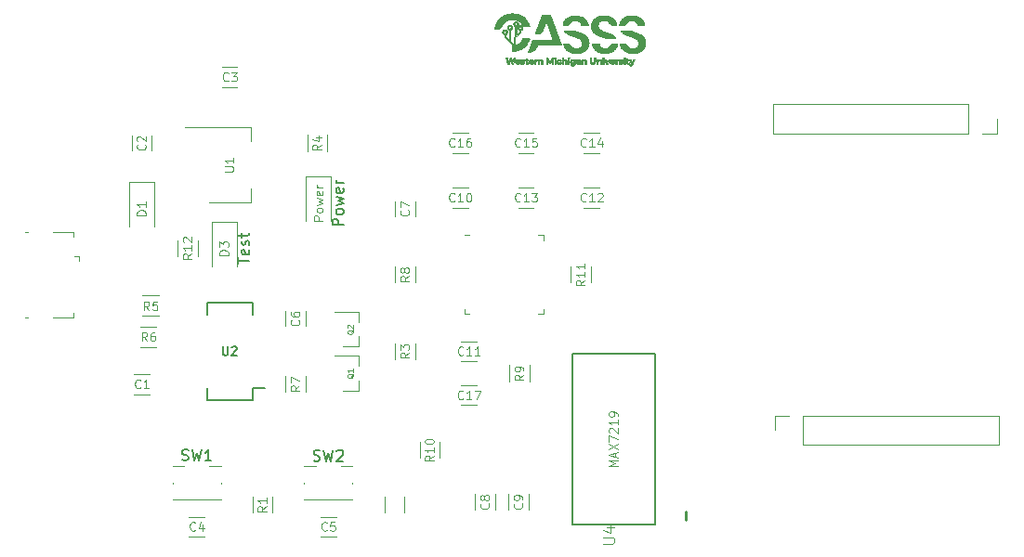
<source format=gbr>
%TF.GenerationSoftware,KiCad,Pcbnew,(5.1.9)-1*%
%TF.CreationDate,2021-03-29T12:12:37-04:00*%
%TF.ProjectId,EEG,4545472e-6b69-4636-9164-5f7063625858,rev?*%
%TF.SameCoordinates,Original*%
%TF.FileFunction,Legend,Top*%
%TF.FilePolarity,Positive*%
%FSLAX46Y46*%
G04 Gerber Fmt 4.6, Leading zero omitted, Abs format (unit mm)*
G04 Created by KiCad (PCBNEW (5.1.9)-1) date 2021-03-29 12:12:37*
%MOMM*%
%LPD*%
G01*
G04 APERTURE LIST*
%ADD10C,0.010000*%
%ADD11C,0.120000*%
%ADD12C,0.150000*%
%ADD13C,0.203200*%
%ADD14C,0.254000*%
%ADD15C,0.075000*%
%ADD16C,0.015000*%
G04 APERTURE END LIST*
D10*
%TO.C,G\u002A\u002A\u002A*%
G36*
X153261146Y-70356197D02*
G01*
X153294590Y-70365128D01*
X153324578Y-70378631D01*
X153342924Y-70391293D01*
X153364302Y-70409591D01*
X153364302Y-70358000D01*
X153481142Y-70358000D01*
X153481103Y-70544690D01*
X153480949Y-70589743D01*
X153480529Y-70632569D01*
X153479874Y-70671808D01*
X153479019Y-70706097D01*
X153477995Y-70734075D01*
X153476836Y-70754380D01*
X153475799Y-70764400D01*
X153466090Y-70802731D01*
X153450241Y-70838398D01*
X153429515Y-70869387D01*
X153405172Y-70893683D01*
X153387604Y-70905144D01*
X153347508Y-70921215D01*
X153301300Y-70931619D01*
X153251456Y-70936117D01*
X153200452Y-70934468D01*
X153155795Y-70927573D01*
X153128090Y-70920367D01*
X153101181Y-70911338D01*
X153077417Y-70901452D01*
X153059145Y-70891677D01*
X153049281Y-70883707D01*
X153046862Y-70877968D01*
X153048266Y-70869273D01*
X153054076Y-70855459D01*
X153060191Y-70843288D01*
X153071578Y-70821419D01*
X153079737Y-70807338D01*
X153086315Y-70799920D01*
X153092956Y-70798036D01*
X153101306Y-70800562D01*
X153113010Y-70806369D01*
X153113639Y-70806688D01*
X153147911Y-70820818D01*
X153184908Y-70830546D01*
X153222151Y-70835617D01*
X153257163Y-70835776D01*
X153287465Y-70830769D01*
X153300802Y-70825918D01*
X153327160Y-70808550D01*
X153346015Y-70784691D01*
X153356790Y-70755283D01*
X153359222Y-70730592D01*
X153359222Y-70706619D01*
X153345252Y-70719648D01*
X153318097Y-70738549D01*
X153284221Y-70751702D01*
X153245719Y-70758408D01*
X153227142Y-70759135D01*
X153180643Y-70754440D01*
X153137976Y-70740978D01*
X153100133Y-70719353D01*
X153068104Y-70690168D01*
X153042880Y-70654028D01*
X153037585Y-70643621D01*
X153030191Y-70627226D01*
X153025467Y-70613593D01*
X153022822Y-70599522D01*
X153021664Y-70581818D01*
X153021438Y-70560573D01*
X153141750Y-70560573D01*
X153146763Y-70589679D01*
X153159432Y-70616128D01*
X153167694Y-70626570D01*
X153188191Y-70642134D01*
X153214705Y-70652685D01*
X153244157Y-70657732D01*
X153273466Y-70656786D01*
X153299551Y-70649353D01*
X153302274Y-70648025D01*
X153329509Y-70629519D01*
X153347779Y-70606385D01*
X153357421Y-70578079D01*
X153359222Y-70556120D01*
X153355132Y-70524071D01*
X153342639Y-70497557D01*
X153321404Y-70476034D01*
X153302274Y-70464214D01*
X153276378Y-70455929D01*
X153246687Y-70454323D01*
X153216534Y-70458956D01*
X153189252Y-70469388D01*
X153171931Y-70481432D01*
X153154404Y-70504038D01*
X153144320Y-70531222D01*
X153141750Y-70560573D01*
X153021438Y-70560573D01*
X153021402Y-70557283D01*
X153021402Y-70556120D01*
X153021640Y-70531246D01*
X153022752Y-70513331D01*
X153025326Y-70499177D01*
X153029956Y-70485587D01*
X153037232Y-70469363D01*
X153037585Y-70468618D01*
X153060911Y-70430702D01*
X153091274Y-70399665D01*
X153127753Y-70376064D01*
X153169430Y-70360459D01*
X153215386Y-70353407D01*
X153227876Y-70353044D01*
X153261146Y-70356197D01*
G37*
X153261146Y-70356197D02*
X153294590Y-70365128D01*
X153324578Y-70378631D01*
X153342924Y-70391293D01*
X153364302Y-70409591D01*
X153364302Y-70358000D01*
X153481142Y-70358000D01*
X153481103Y-70544690D01*
X153480949Y-70589743D01*
X153480529Y-70632569D01*
X153479874Y-70671808D01*
X153479019Y-70706097D01*
X153477995Y-70734075D01*
X153476836Y-70754380D01*
X153475799Y-70764400D01*
X153466090Y-70802731D01*
X153450241Y-70838398D01*
X153429515Y-70869387D01*
X153405172Y-70893683D01*
X153387604Y-70905144D01*
X153347508Y-70921215D01*
X153301300Y-70931619D01*
X153251456Y-70936117D01*
X153200452Y-70934468D01*
X153155795Y-70927573D01*
X153128090Y-70920367D01*
X153101181Y-70911338D01*
X153077417Y-70901452D01*
X153059145Y-70891677D01*
X153049281Y-70883707D01*
X153046862Y-70877968D01*
X153048266Y-70869273D01*
X153054076Y-70855459D01*
X153060191Y-70843288D01*
X153071578Y-70821419D01*
X153079737Y-70807338D01*
X153086315Y-70799920D01*
X153092956Y-70798036D01*
X153101306Y-70800562D01*
X153113010Y-70806369D01*
X153113639Y-70806688D01*
X153147911Y-70820818D01*
X153184908Y-70830546D01*
X153222151Y-70835617D01*
X153257163Y-70835776D01*
X153287465Y-70830769D01*
X153300802Y-70825918D01*
X153327160Y-70808550D01*
X153346015Y-70784691D01*
X153356790Y-70755283D01*
X153359222Y-70730592D01*
X153359222Y-70706619D01*
X153345252Y-70719648D01*
X153318097Y-70738549D01*
X153284221Y-70751702D01*
X153245719Y-70758408D01*
X153227142Y-70759135D01*
X153180643Y-70754440D01*
X153137976Y-70740978D01*
X153100133Y-70719353D01*
X153068104Y-70690168D01*
X153042880Y-70654028D01*
X153037585Y-70643621D01*
X153030191Y-70627226D01*
X153025467Y-70613593D01*
X153022822Y-70599522D01*
X153021664Y-70581818D01*
X153021438Y-70560573D01*
X153141750Y-70560573D01*
X153146763Y-70589679D01*
X153159432Y-70616128D01*
X153167694Y-70626570D01*
X153188191Y-70642134D01*
X153214705Y-70652685D01*
X153244157Y-70657732D01*
X153273466Y-70656786D01*
X153299551Y-70649353D01*
X153302274Y-70648025D01*
X153329509Y-70629519D01*
X153347779Y-70606385D01*
X153357421Y-70578079D01*
X153359222Y-70556120D01*
X153355132Y-70524071D01*
X153342639Y-70497557D01*
X153321404Y-70476034D01*
X153302274Y-70464214D01*
X153276378Y-70455929D01*
X153246687Y-70454323D01*
X153216534Y-70458956D01*
X153189252Y-70469388D01*
X153171931Y-70481432D01*
X153154404Y-70504038D01*
X153144320Y-70531222D01*
X153141750Y-70560573D01*
X153021438Y-70560573D01*
X153021402Y-70557283D01*
X153021402Y-70556120D01*
X153021640Y-70531246D01*
X153022752Y-70513331D01*
X153025326Y-70499177D01*
X153029956Y-70485587D01*
X153037232Y-70469363D01*
X153037585Y-70468618D01*
X153060911Y-70430702D01*
X153091274Y-70399665D01*
X153127753Y-70376064D01*
X153169430Y-70360459D01*
X153215386Y-70353407D01*
X153227876Y-70353044D01*
X153261146Y-70356197D01*
G36*
X158528122Y-70358173D02*
G01*
X158573549Y-70471116D01*
X158587160Y-70504835D01*
X158600319Y-70537208D01*
X158612289Y-70566444D01*
X158622336Y-70590751D01*
X158629725Y-70608336D01*
X158632251Y-70614180D01*
X158645525Y-70644300D01*
X158670445Y-70583700D01*
X158681460Y-70556938D01*
X158694928Y-70524247D01*
X158709424Y-70489086D01*
X158723523Y-70454917D01*
X158728930Y-70441820D01*
X158762493Y-70360540D01*
X158819297Y-70359103D01*
X158841945Y-70358847D01*
X158860304Y-70359241D01*
X158872345Y-70360201D01*
X158876102Y-70361459D01*
X158874123Y-70368001D01*
X158868493Y-70382766D01*
X158859674Y-70404684D01*
X158848127Y-70432686D01*
X158834312Y-70465704D01*
X158818690Y-70502667D01*
X158801724Y-70542509D01*
X158783873Y-70584159D01*
X158765599Y-70626548D01*
X158747363Y-70668608D01*
X158729625Y-70709271D01*
X158712848Y-70747466D01*
X158697491Y-70782125D01*
X158684017Y-70812180D01*
X158672885Y-70836561D01*
X158664558Y-70854199D01*
X158659495Y-70864025D01*
X158658951Y-70864906D01*
X158645489Y-70882305D01*
X158629810Y-70898405D01*
X158620078Y-70906284D01*
X158586479Y-70923656D01*
X158548110Y-70933820D01*
X158507764Y-70936351D01*
X158468232Y-70930826D01*
X158464622Y-70929867D01*
X158441778Y-70922215D01*
X158422715Y-70913361D01*
X158409723Y-70904502D01*
X158405479Y-70898968D01*
X158406546Y-70891557D01*
X158411723Y-70877782D01*
X158420032Y-70860077D01*
X158424497Y-70851544D01*
X158446255Y-70811260D01*
X158460628Y-70821886D01*
X158476543Y-70829646D01*
X158499491Y-70833926D01*
X158507832Y-70834602D01*
X158525909Y-70835436D01*
X158537471Y-70834326D01*
X158546131Y-70830164D01*
X158555500Y-70821842D01*
X158558223Y-70819134D01*
X158569398Y-70806104D01*
X158577229Y-70793588D01*
X158578859Y-70789319D01*
X158578460Y-70783293D01*
X158575360Y-70771830D01*
X158569338Y-70754361D01*
X158560172Y-70730319D01*
X158547640Y-70699134D01*
X158531520Y-70660238D01*
X158511591Y-70613062D01*
X158494858Y-70573881D01*
X158476505Y-70531052D01*
X158459351Y-70491005D01*
X158443816Y-70454729D01*
X158430324Y-70423212D01*
X158419298Y-70397440D01*
X158411160Y-70378401D01*
X158406334Y-70367083D01*
X158405178Y-70364350D01*
X158406401Y-70361585D01*
X158413542Y-70359710D01*
X158427808Y-70358598D01*
X158450407Y-70358124D01*
X158465348Y-70358086D01*
X158528122Y-70358173D01*
G37*
X158528122Y-70358173D02*
X158573549Y-70471116D01*
X158587160Y-70504835D01*
X158600319Y-70537208D01*
X158612289Y-70566444D01*
X158622336Y-70590751D01*
X158629725Y-70608336D01*
X158632251Y-70614180D01*
X158645525Y-70644300D01*
X158670445Y-70583700D01*
X158681460Y-70556938D01*
X158694928Y-70524247D01*
X158709424Y-70489086D01*
X158723523Y-70454917D01*
X158728930Y-70441820D01*
X158762493Y-70360540D01*
X158819297Y-70359103D01*
X158841945Y-70358847D01*
X158860304Y-70359241D01*
X158872345Y-70360201D01*
X158876102Y-70361459D01*
X158874123Y-70368001D01*
X158868493Y-70382766D01*
X158859674Y-70404684D01*
X158848127Y-70432686D01*
X158834312Y-70465704D01*
X158818690Y-70502667D01*
X158801724Y-70542509D01*
X158783873Y-70584159D01*
X158765599Y-70626548D01*
X158747363Y-70668608D01*
X158729625Y-70709271D01*
X158712848Y-70747466D01*
X158697491Y-70782125D01*
X158684017Y-70812180D01*
X158672885Y-70836561D01*
X158664558Y-70854199D01*
X158659495Y-70864025D01*
X158658951Y-70864906D01*
X158645489Y-70882305D01*
X158629810Y-70898405D01*
X158620078Y-70906284D01*
X158586479Y-70923656D01*
X158548110Y-70933820D01*
X158507764Y-70936351D01*
X158468232Y-70930826D01*
X158464622Y-70929867D01*
X158441778Y-70922215D01*
X158422715Y-70913361D01*
X158409723Y-70904502D01*
X158405479Y-70898968D01*
X158406546Y-70891557D01*
X158411723Y-70877782D01*
X158420032Y-70860077D01*
X158424497Y-70851544D01*
X158446255Y-70811260D01*
X158460628Y-70821886D01*
X158476543Y-70829646D01*
X158499491Y-70833926D01*
X158507832Y-70834602D01*
X158525909Y-70835436D01*
X158537471Y-70834326D01*
X158546131Y-70830164D01*
X158555500Y-70821842D01*
X158558223Y-70819134D01*
X158569398Y-70806104D01*
X158577229Y-70793588D01*
X158578859Y-70789319D01*
X158578460Y-70783293D01*
X158575360Y-70771830D01*
X158569338Y-70754361D01*
X158560172Y-70730319D01*
X158547640Y-70699134D01*
X158531520Y-70660238D01*
X158511591Y-70613062D01*
X158494858Y-70573881D01*
X158476505Y-70531052D01*
X158459351Y-70491005D01*
X158443816Y-70454729D01*
X158430324Y-70423212D01*
X158419298Y-70397440D01*
X158411160Y-70378401D01*
X158406334Y-70367083D01*
X158405178Y-70364350D01*
X158406401Y-70361585D01*
X158413542Y-70359710D01*
X158427808Y-70358598D01*
X158450407Y-70358124D01*
X158465348Y-70358086D01*
X158528122Y-70358173D01*
G36*
X148279269Y-70358169D02*
G01*
X148319442Y-70370015D01*
X148356417Y-70388800D01*
X148388851Y-70414295D01*
X148415402Y-70446269D01*
X148429300Y-70471349D01*
X148437892Y-70495159D01*
X148444520Y-70523118D01*
X148448523Y-70551321D01*
X148449242Y-70575861D01*
X148448383Y-70584269D01*
X148445532Y-70601840D01*
X148131217Y-70601840D01*
X148134603Y-70613270D01*
X148143621Y-70631136D01*
X148158872Y-70649554D01*
X148177252Y-70665062D01*
X148185512Y-70670062D01*
X148197724Y-70675352D01*
X148211608Y-70678575D01*
X148230034Y-70680171D01*
X148254270Y-70680580D01*
X148277391Y-70680369D01*
X148293433Y-70679280D01*
X148305476Y-70676623D01*
X148316597Y-70671712D01*
X148329878Y-70663858D01*
X148330301Y-70663595D01*
X148357624Y-70646610D01*
X148389432Y-70681375D01*
X148421241Y-70716140D01*
X148402301Y-70733119D01*
X148375863Y-70753040D01*
X148346134Y-70767417D01*
X148313671Y-70777046D01*
X148282682Y-70781971D01*
X148247408Y-70783868D01*
X148212885Y-70782635D01*
X148190322Y-70779555D01*
X148154343Y-70769331D01*
X148118739Y-70753876D01*
X148095107Y-70739898D01*
X148063575Y-70712372D01*
X148039261Y-70679105D01*
X148022245Y-70641586D01*
X148012606Y-70601306D01*
X148010426Y-70559755D01*
X148015324Y-70521969D01*
X148132523Y-70521969D01*
X148136954Y-70526240D01*
X148146974Y-70528835D01*
X148163642Y-70530171D01*
X148188018Y-70530662D01*
X148221162Y-70530723D01*
X148233502Y-70530720D01*
X148272678Y-70530460D01*
X148302569Y-70529689D01*
X148322934Y-70528419D01*
X148333527Y-70526663D01*
X148335102Y-70525476D01*
X148330747Y-70508093D01*
X148319118Y-70489290D01*
X148302362Y-70471444D01*
X148282628Y-70456930D01*
X148266226Y-70449342D01*
X148237579Y-70444500D01*
X148208393Y-70447568D01*
X148181109Y-70457652D01*
X148158167Y-70473852D01*
X148142162Y-70494963D01*
X148136187Y-70506746D01*
X148132620Y-70515610D01*
X148132523Y-70521969D01*
X148015324Y-70521969D01*
X148015784Y-70518421D01*
X148028761Y-70478795D01*
X148049436Y-70442366D01*
X148077394Y-70411070D01*
X148113430Y-70384773D01*
X148152977Y-70366564D01*
X148194694Y-70356213D01*
X148237239Y-70353492D01*
X148279269Y-70358169D01*
G37*
X148279269Y-70358169D02*
X148319442Y-70370015D01*
X148356417Y-70388800D01*
X148388851Y-70414295D01*
X148415402Y-70446269D01*
X148429300Y-70471349D01*
X148437892Y-70495159D01*
X148444520Y-70523118D01*
X148448523Y-70551321D01*
X148449242Y-70575861D01*
X148448383Y-70584269D01*
X148445532Y-70601840D01*
X148131217Y-70601840D01*
X148134603Y-70613270D01*
X148143621Y-70631136D01*
X148158872Y-70649554D01*
X148177252Y-70665062D01*
X148185512Y-70670062D01*
X148197724Y-70675352D01*
X148211608Y-70678575D01*
X148230034Y-70680171D01*
X148254270Y-70680580D01*
X148277391Y-70680369D01*
X148293433Y-70679280D01*
X148305476Y-70676623D01*
X148316597Y-70671712D01*
X148329878Y-70663858D01*
X148330301Y-70663595D01*
X148357624Y-70646610D01*
X148389432Y-70681375D01*
X148421241Y-70716140D01*
X148402301Y-70733119D01*
X148375863Y-70753040D01*
X148346134Y-70767417D01*
X148313671Y-70777046D01*
X148282682Y-70781971D01*
X148247408Y-70783868D01*
X148212885Y-70782635D01*
X148190322Y-70779555D01*
X148154343Y-70769331D01*
X148118739Y-70753876D01*
X148095107Y-70739898D01*
X148063575Y-70712372D01*
X148039261Y-70679105D01*
X148022245Y-70641586D01*
X148012606Y-70601306D01*
X148010426Y-70559755D01*
X148015324Y-70521969D01*
X148132523Y-70521969D01*
X148136954Y-70526240D01*
X148146974Y-70528835D01*
X148163642Y-70530171D01*
X148188018Y-70530662D01*
X148221162Y-70530723D01*
X148233502Y-70530720D01*
X148272678Y-70530460D01*
X148302569Y-70529689D01*
X148322934Y-70528419D01*
X148333527Y-70526663D01*
X148335102Y-70525476D01*
X148330747Y-70508093D01*
X148319118Y-70489290D01*
X148302362Y-70471444D01*
X148282628Y-70456930D01*
X148266226Y-70449342D01*
X148237579Y-70444500D01*
X148208393Y-70447568D01*
X148181109Y-70457652D01*
X148158167Y-70473852D01*
X148142162Y-70494963D01*
X148136187Y-70506746D01*
X148132620Y-70515610D01*
X148132523Y-70521969D01*
X148015324Y-70521969D01*
X148015784Y-70518421D01*
X148028761Y-70478795D01*
X148049436Y-70442366D01*
X148077394Y-70411070D01*
X148113430Y-70384773D01*
X148152977Y-70366564D01*
X148194694Y-70356213D01*
X148237239Y-70353492D01*
X148279269Y-70358169D01*
G36*
X148763825Y-70358856D02*
G01*
X148807094Y-70369321D01*
X148832571Y-70379411D01*
X148856905Y-70391020D01*
X148837192Y-70432701D01*
X148817479Y-70474383D01*
X148795853Y-70465113D01*
X148764444Y-70454040D01*
X148733096Y-70447263D01*
X148703133Y-70444585D01*
X148675879Y-70445809D01*
X148652656Y-70450736D01*
X148634788Y-70459169D01*
X148623598Y-70470910D01*
X148620410Y-70485761D01*
X148621309Y-70491190D01*
X148624110Y-70498206D01*
X148629520Y-70504005D01*
X148638924Y-70509120D01*
X148653709Y-70514083D01*
X148675257Y-70519425D01*
X148704956Y-70525678D01*
X148717759Y-70528225D01*
X148752273Y-70535396D01*
X148778714Y-70541891D01*
X148799079Y-70548373D01*
X148815365Y-70555505D01*
X148829572Y-70563951D01*
X148833351Y-70566571D01*
X148851573Y-70585416D01*
X148863461Y-70610049D01*
X148868938Y-70638256D01*
X148867928Y-70667819D01*
X148860355Y-70696523D01*
X148846141Y-70722152D01*
X148839022Y-70730583D01*
X148814976Y-70749493D01*
X148783145Y-70764747D01*
X148745376Y-70775923D01*
X148703516Y-70782602D01*
X148659411Y-70784363D01*
X148617042Y-70781090D01*
X148599686Y-70777871D01*
X148578641Y-70772760D01*
X148556051Y-70766437D01*
X148534059Y-70759582D01*
X148514807Y-70752873D01*
X148500439Y-70746991D01*
X148493097Y-70742615D01*
X148492582Y-70741624D01*
X148494568Y-70736808D01*
X148499906Y-70724847D01*
X148507665Y-70707813D01*
X148512899Y-70696443D01*
X148533217Y-70652466D01*
X148558522Y-70665289D01*
X148588731Y-70677684D01*
X148622322Y-70686659D01*
X148656606Y-70691889D01*
X148688890Y-70693047D01*
X148716484Y-70689808D01*
X148728953Y-70685923D01*
X148745031Y-70675585D01*
X148753763Y-70662157D01*
X148753994Y-70647746D01*
X148752223Y-70643529D01*
X148746874Y-70636893D01*
X148737668Y-70631298D01*
X148723114Y-70626250D01*
X148701719Y-70621252D01*
X148671991Y-70615810D01*
X148665302Y-70614689D01*
X148627593Y-70607814D01*
X148598154Y-70600880D01*
X148575110Y-70593296D01*
X148556584Y-70584472D01*
X148544510Y-70576673D01*
X148522735Y-70555299D01*
X148509066Y-70529777D01*
X148503194Y-70501652D01*
X148504811Y-70472469D01*
X148513607Y-70443776D01*
X148529275Y-70417117D01*
X148551506Y-70394040D01*
X148579992Y-70376089D01*
X148584976Y-70373853D01*
X148624648Y-70361443D01*
X148669649Y-70354851D01*
X148717026Y-70354011D01*
X148763825Y-70358856D01*
G37*
X148763825Y-70358856D02*
X148807094Y-70369321D01*
X148832571Y-70379411D01*
X148856905Y-70391020D01*
X148837192Y-70432701D01*
X148817479Y-70474383D01*
X148795853Y-70465113D01*
X148764444Y-70454040D01*
X148733096Y-70447263D01*
X148703133Y-70444585D01*
X148675879Y-70445809D01*
X148652656Y-70450736D01*
X148634788Y-70459169D01*
X148623598Y-70470910D01*
X148620410Y-70485761D01*
X148621309Y-70491190D01*
X148624110Y-70498206D01*
X148629520Y-70504005D01*
X148638924Y-70509120D01*
X148653709Y-70514083D01*
X148675257Y-70519425D01*
X148704956Y-70525678D01*
X148717759Y-70528225D01*
X148752273Y-70535396D01*
X148778714Y-70541891D01*
X148799079Y-70548373D01*
X148815365Y-70555505D01*
X148829572Y-70563951D01*
X148833351Y-70566571D01*
X148851573Y-70585416D01*
X148863461Y-70610049D01*
X148868938Y-70638256D01*
X148867928Y-70667819D01*
X148860355Y-70696523D01*
X148846141Y-70722152D01*
X148839022Y-70730583D01*
X148814976Y-70749493D01*
X148783145Y-70764747D01*
X148745376Y-70775923D01*
X148703516Y-70782602D01*
X148659411Y-70784363D01*
X148617042Y-70781090D01*
X148599686Y-70777871D01*
X148578641Y-70772760D01*
X148556051Y-70766437D01*
X148534059Y-70759582D01*
X148514807Y-70752873D01*
X148500439Y-70746991D01*
X148493097Y-70742615D01*
X148492582Y-70741624D01*
X148494568Y-70736808D01*
X148499906Y-70724847D01*
X148507665Y-70707813D01*
X148512899Y-70696443D01*
X148533217Y-70652466D01*
X148558522Y-70665289D01*
X148588731Y-70677684D01*
X148622322Y-70686659D01*
X148656606Y-70691889D01*
X148688890Y-70693047D01*
X148716484Y-70689808D01*
X148728953Y-70685923D01*
X148745031Y-70675585D01*
X148753763Y-70662157D01*
X148753994Y-70647746D01*
X148752223Y-70643529D01*
X148746874Y-70636893D01*
X148737668Y-70631298D01*
X148723114Y-70626250D01*
X148701719Y-70621252D01*
X148671991Y-70615810D01*
X148665302Y-70614689D01*
X148627593Y-70607814D01*
X148598154Y-70600880D01*
X148575110Y-70593296D01*
X148556584Y-70584472D01*
X148544510Y-70576673D01*
X148522735Y-70555299D01*
X148509066Y-70529777D01*
X148503194Y-70501652D01*
X148504811Y-70472469D01*
X148513607Y-70443776D01*
X148529275Y-70417117D01*
X148551506Y-70394040D01*
X148579992Y-70376089D01*
X148584976Y-70373853D01*
X148624648Y-70361443D01*
X148669649Y-70354851D01*
X148717026Y-70354011D01*
X148763825Y-70358856D01*
G36*
X149081862Y-70368160D02*
G01*
X149183462Y-70368160D01*
X149183462Y-70459600D01*
X149081862Y-70459600D01*
X149081862Y-70658501D01*
X149096711Y-70673350D01*
X149115025Y-70684914D01*
X149137250Y-70688571D01*
X149160572Y-70684028D01*
X149167861Y-70680766D01*
X149182236Y-70673332D01*
X149196819Y-70712363D01*
X149203786Y-70730946D01*
X149209411Y-70745830D01*
X149212731Y-70754471D01*
X149213123Y-70755443D01*
X149209899Y-70759568D01*
X149199769Y-70765794D01*
X149190680Y-70770181D01*
X149169324Y-70776742D01*
X149141909Y-70781176D01*
X149112368Y-70783192D01*
X149084634Y-70782496D01*
X149065273Y-70779516D01*
X149029132Y-70765923D01*
X149000147Y-70745149D01*
X148978170Y-70717075D01*
X148971456Y-70704096D01*
X148968539Y-70695940D01*
X148966255Y-70684853D01*
X148964494Y-70669462D01*
X148963147Y-70648390D01*
X148962106Y-70620266D01*
X148961262Y-70583714D01*
X148961061Y-70572630D01*
X148959097Y-70459600D01*
X148893902Y-70459600D01*
X148893902Y-70368160D01*
X148959942Y-70368160D01*
X148959942Y-70266560D01*
X149081862Y-70266560D01*
X149081862Y-70368160D01*
G37*
X149081862Y-70368160D02*
X149183462Y-70368160D01*
X149183462Y-70459600D01*
X149081862Y-70459600D01*
X149081862Y-70658501D01*
X149096711Y-70673350D01*
X149115025Y-70684914D01*
X149137250Y-70688571D01*
X149160572Y-70684028D01*
X149167861Y-70680766D01*
X149182236Y-70673332D01*
X149196819Y-70712363D01*
X149203786Y-70730946D01*
X149209411Y-70745830D01*
X149212731Y-70754471D01*
X149213123Y-70755443D01*
X149209899Y-70759568D01*
X149199769Y-70765794D01*
X149190680Y-70770181D01*
X149169324Y-70776742D01*
X149141909Y-70781176D01*
X149112368Y-70783192D01*
X149084634Y-70782496D01*
X149065273Y-70779516D01*
X149029132Y-70765923D01*
X149000147Y-70745149D01*
X148978170Y-70717075D01*
X148971456Y-70704096D01*
X148968539Y-70695940D01*
X148966255Y-70684853D01*
X148964494Y-70669462D01*
X148963147Y-70648390D01*
X148962106Y-70620266D01*
X148961262Y-70583714D01*
X148961061Y-70572630D01*
X148959097Y-70459600D01*
X148893902Y-70459600D01*
X148893902Y-70368160D01*
X148959942Y-70368160D01*
X148959942Y-70266560D01*
X149081862Y-70266560D01*
X149081862Y-70368160D01*
G36*
X149508629Y-70358169D02*
G01*
X149548802Y-70370015D01*
X149585777Y-70388800D01*
X149618211Y-70414295D01*
X149644762Y-70446269D01*
X149658660Y-70471349D01*
X149667252Y-70495159D01*
X149673880Y-70523118D01*
X149677883Y-70551321D01*
X149678602Y-70575861D01*
X149677743Y-70584269D01*
X149674892Y-70601840D01*
X149360577Y-70601840D01*
X149363963Y-70613270D01*
X149372981Y-70631136D01*
X149388232Y-70649554D01*
X149406612Y-70665062D01*
X149414872Y-70670062D01*
X149427084Y-70675352D01*
X149440968Y-70678575D01*
X149459394Y-70680171D01*
X149483630Y-70680580D01*
X149506751Y-70680369D01*
X149522793Y-70679280D01*
X149534836Y-70676623D01*
X149545957Y-70671712D01*
X149559238Y-70663858D01*
X149559661Y-70663595D01*
X149586984Y-70646610D01*
X149618792Y-70681375D01*
X149650601Y-70716140D01*
X149631661Y-70733119D01*
X149605223Y-70753040D01*
X149575494Y-70767417D01*
X149543031Y-70777046D01*
X149512042Y-70781971D01*
X149476768Y-70783868D01*
X149442245Y-70782635D01*
X149419682Y-70779555D01*
X149383703Y-70769331D01*
X149348099Y-70753876D01*
X149324467Y-70739898D01*
X149292935Y-70712372D01*
X149268621Y-70679105D01*
X149251605Y-70641586D01*
X149241966Y-70601306D01*
X149239786Y-70559755D01*
X149244684Y-70521969D01*
X149361883Y-70521969D01*
X149366314Y-70526240D01*
X149376334Y-70528835D01*
X149393002Y-70530171D01*
X149417378Y-70530662D01*
X149450522Y-70530723D01*
X149462862Y-70530720D01*
X149502038Y-70530460D01*
X149531929Y-70529689D01*
X149552294Y-70528419D01*
X149562887Y-70526663D01*
X149564462Y-70525476D01*
X149560107Y-70508093D01*
X149548478Y-70489290D01*
X149531722Y-70471444D01*
X149511988Y-70456930D01*
X149495586Y-70449342D01*
X149466939Y-70444500D01*
X149437753Y-70447568D01*
X149410469Y-70457652D01*
X149387527Y-70473852D01*
X149371522Y-70494963D01*
X149365547Y-70506746D01*
X149361980Y-70515610D01*
X149361883Y-70521969D01*
X149244684Y-70521969D01*
X149245144Y-70518421D01*
X149258121Y-70478795D01*
X149278796Y-70442366D01*
X149306754Y-70411070D01*
X149342790Y-70384773D01*
X149382337Y-70366564D01*
X149424054Y-70356213D01*
X149466599Y-70353492D01*
X149508629Y-70358169D01*
G37*
X149508629Y-70358169D02*
X149548802Y-70370015D01*
X149585777Y-70388800D01*
X149618211Y-70414295D01*
X149644762Y-70446269D01*
X149658660Y-70471349D01*
X149667252Y-70495159D01*
X149673880Y-70523118D01*
X149677883Y-70551321D01*
X149678602Y-70575861D01*
X149677743Y-70584269D01*
X149674892Y-70601840D01*
X149360577Y-70601840D01*
X149363963Y-70613270D01*
X149372981Y-70631136D01*
X149388232Y-70649554D01*
X149406612Y-70665062D01*
X149414872Y-70670062D01*
X149427084Y-70675352D01*
X149440968Y-70678575D01*
X149459394Y-70680171D01*
X149483630Y-70680580D01*
X149506751Y-70680369D01*
X149522793Y-70679280D01*
X149534836Y-70676623D01*
X149545957Y-70671712D01*
X149559238Y-70663858D01*
X149559661Y-70663595D01*
X149586984Y-70646610D01*
X149618792Y-70681375D01*
X149650601Y-70716140D01*
X149631661Y-70733119D01*
X149605223Y-70753040D01*
X149575494Y-70767417D01*
X149543031Y-70777046D01*
X149512042Y-70781971D01*
X149476768Y-70783868D01*
X149442245Y-70782635D01*
X149419682Y-70779555D01*
X149383703Y-70769331D01*
X149348099Y-70753876D01*
X149324467Y-70739898D01*
X149292935Y-70712372D01*
X149268621Y-70679105D01*
X149251605Y-70641586D01*
X149241966Y-70601306D01*
X149239786Y-70559755D01*
X149244684Y-70521969D01*
X149361883Y-70521969D01*
X149366314Y-70526240D01*
X149376334Y-70528835D01*
X149393002Y-70530171D01*
X149417378Y-70530662D01*
X149450522Y-70530723D01*
X149462862Y-70530720D01*
X149502038Y-70530460D01*
X149531929Y-70529689D01*
X149552294Y-70528419D01*
X149562887Y-70526663D01*
X149564462Y-70525476D01*
X149560107Y-70508093D01*
X149548478Y-70489290D01*
X149531722Y-70471444D01*
X149511988Y-70456930D01*
X149495586Y-70449342D01*
X149466939Y-70444500D01*
X149437753Y-70447568D01*
X149410469Y-70457652D01*
X149387527Y-70473852D01*
X149371522Y-70494963D01*
X149365547Y-70506746D01*
X149361980Y-70515610D01*
X149361883Y-70521969D01*
X149244684Y-70521969D01*
X149245144Y-70518421D01*
X149258121Y-70478795D01*
X149278796Y-70442366D01*
X149306754Y-70411070D01*
X149342790Y-70384773D01*
X149382337Y-70366564D01*
X149424054Y-70356213D01*
X149466599Y-70353492D01*
X149508629Y-70358169D01*
G36*
X152055710Y-70356171D02*
G01*
X152098859Y-70365808D01*
X152138387Y-70383199D01*
X152154709Y-70393743D01*
X152168896Y-70405824D01*
X152183142Y-70420857D01*
X152195416Y-70436328D01*
X152203688Y-70449722D01*
X152206062Y-70457361D01*
X152201857Y-70462350D01*
X152190536Y-70470614D01*
X152174041Y-70480823D01*
X152161871Y-70487651D01*
X152117681Y-70511544D01*
X152102758Y-70492941D01*
X152088777Y-70478810D01*
X152072517Y-70466738D01*
X152068410Y-70464429D01*
X152046392Y-70457310D01*
X152019888Y-70454625D01*
X151993626Y-70456526D01*
X151976028Y-70461428D01*
X151950577Y-70477241D01*
X151931395Y-70499356D01*
X151918614Y-70525979D01*
X151912367Y-70555317D01*
X151912785Y-70585576D01*
X151920000Y-70614961D01*
X151934144Y-70641678D01*
X151955350Y-70663933D01*
X151960842Y-70667961D01*
X151975930Y-70675959D01*
X151994308Y-70680485D01*
X152013105Y-70682261D01*
X152043840Y-70681356D01*
X152068467Y-70674062D01*
X152089489Y-70659384D01*
X152100782Y-70647376D01*
X152116760Y-70628344D01*
X152160141Y-70651515D01*
X152178906Y-70661583D01*
X152194016Y-70669777D01*
X152203424Y-70674980D01*
X152205475Y-70676200D01*
X152205787Y-70682260D01*
X152200670Y-70693415D01*
X152191579Y-70707284D01*
X152179969Y-70721490D01*
X152174011Y-70727650D01*
X152141520Y-70752392D01*
X152102925Y-70770412D01*
X152060106Y-70781276D01*
X152014943Y-70784548D01*
X151969314Y-70779792D01*
X151958909Y-70777507D01*
X151918268Y-70763589D01*
X151880826Y-70742962D01*
X151848546Y-70717055D01*
X151823391Y-70687298D01*
X151814589Y-70672394D01*
X151797754Y-70629239D01*
X151790046Y-70584739D01*
X151791261Y-70540360D01*
X151801195Y-70497571D01*
X151819642Y-70457840D01*
X151846397Y-70422632D01*
X151849965Y-70418972D01*
X151883658Y-70392120D01*
X151922916Y-70372262D01*
X151965902Y-70359550D01*
X152010779Y-70354135D01*
X152055710Y-70356171D01*
G37*
X152055710Y-70356171D02*
X152098859Y-70365808D01*
X152138387Y-70383199D01*
X152154709Y-70393743D01*
X152168896Y-70405824D01*
X152183142Y-70420857D01*
X152195416Y-70436328D01*
X152203688Y-70449722D01*
X152206062Y-70457361D01*
X152201857Y-70462350D01*
X152190536Y-70470614D01*
X152174041Y-70480823D01*
X152161871Y-70487651D01*
X152117681Y-70511544D01*
X152102758Y-70492941D01*
X152088777Y-70478810D01*
X152072517Y-70466738D01*
X152068410Y-70464429D01*
X152046392Y-70457310D01*
X152019888Y-70454625D01*
X151993626Y-70456526D01*
X151976028Y-70461428D01*
X151950577Y-70477241D01*
X151931395Y-70499356D01*
X151918614Y-70525979D01*
X151912367Y-70555317D01*
X151912785Y-70585576D01*
X151920000Y-70614961D01*
X151934144Y-70641678D01*
X151955350Y-70663933D01*
X151960842Y-70667961D01*
X151975930Y-70675959D01*
X151994308Y-70680485D01*
X152013105Y-70682261D01*
X152043840Y-70681356D01*
X152068467Y-70674062D01*
X152089489Y-70659384D01*
X152100782Y-70647376D01*
X152116760Y-70628344D01*
X152160141Y-70651515D01*
X152178906Y-70661583D01*
X152194016Y-70669777D01*
X152203424Y-70674980D01*
X152205475Y-70676200D01*
X152205787Y-70682260D01*
X152200670Y-70693415D01*
X152191579Y-70707284D01*
X152179969Y-70721490D01*
X152174011Y-70727650D01*
X152141520Y-70752392D01*
X152102925Y-70770412D01*
X152060106Y-70781276D01*
X152014943Y-70784548D01*
X151969314Y-70779792D01*
X151958909Y-70777507D01*
X151918268Y-70763589D01*
X151880826Y-70742962D01*
X151848546Y-70717055D01*
X151823391Y-70687298D01*
X151814589Y-70672394D01*
X151797754Y-70629239D01*
X151790046Y-70584739D01*
X151791261Y-70540360D01*
X151801195Y-70497571D01*
X151819642Y-70457840D01*
X151846397Y-70422632D01*
X151849965Y-70418972D01*
X151883658Y-70392120D01*
X151922916Y-70372262D01*
X151965902Y-70359550D01*
X152010779Y-70354135D01*
X152055710Y-70356171D01*
G36*
X153814286Y-70357865D02*
G01*
X153848041Y-70365704D01*
X153849442Y-70366177D01*
X153884921Y-70381690D01*
X153912450Y-70401811D01*
X153933807Y-70428210D01*
X153949973Y-70460569D01*
X153953167Y-70469106D01*
X153955699Y-70477963D01*
X153957667Y-70488455D01*
X153959166Y-70501896D01*
X153960294Y-70519599D01*
X153961148Y-70542877D01*
X153961823Y-70573045D01*
X153962417Y-70611416D01*
X153962707Y-70633590D01*
X153964557Y-70779640D01*
X153846902Y-70779640D01*
X153846902Y-70732436D01*
X153834164Y-70746180D01*
X153813647Y-70761820D01*
X153786012Y-70773613D01*
X153753715Y-70781110D01*
X153719211Y-70783862D01*
X153684957Y-70781420D01*
X153664968Y-70777114D01*
X153629543Y-70762845D01*
X153601892Y-70742100D01*
X153581864Y-70714761D01*
X153580009Y-70711121D01*
X153572416Y-70693857D01*
X153568635Y-70678928D01*
X153567794Y-70661590D01*
X153568347Y-70647893D01*
X153684342Y-70647893D01*
X153687789Y-70668463D01*
X153699065Y-70684591D01*
X153711336Y-70693874D01*
X153730156Y-70700794D01*
X153753883Y-70702637D01*
X153778763Y-70699641D01*
X153801044Y-70692044D01*
X153808435Y-70687737D01*
X153828311Y-70669514D01*
X153839115Y-70647602D01*
X153841822Y-70625186D01*
X153841822Y-70601840D01*
X153786272Y-70601840D01*
X153762192Y-70602277D01*
X153740759Y-70603459D01*
X153724709Y-70605191D01*
X153717895Y-70606717D01*
X153699220Y-70617865D01*
X153687512Y-70633471D01*
X153684342Y-70647893D01*
X153568347Y-70647893D01*
X153568350Y-70647820D01*
X153573609Y-70615148D01*
X153585875Y-70589191D01*
X153606064Y-70568531D01*
X153628462Y-70554901D01*
X153650161Y-70545443D01*
X153672910Y-70538650D01*
X153698869Y-70534169D01*
X153730201Y-70531650D01*
X153769067Y-70530740D01*
X153777110Y-70530720D01*
X153843092Y-70530720D01*
X153839858Y-70514210D01*
X153830084Y-70489488D01*
X153811837Y-70470029D01*
X153800820Y-70463119D01*
X153790095Y-70458620D01*
X153777297Y-70456075D01*
X153759754Y-70455183D01*
X153734791Y-70455642D01*
X153734655Y-70455647D01*
X153709674Y-70456953D01*
X153691280Y-70459314D01*
X153675905Y-70463492D01*
X153659979Y-70470249D01*
X153655054Y-70472649D01*
X153624199Y-70487942D01*
X153603141Y-70448419D01*
X153594088Y-70430102D01*
X153587853Y-70414858D01*
X153585354Y-70405060D01*
X153585642Y-70403136D01*
X153593715Y-70396410D01*
X153609369Y-70388217D01*
X153630304Y-70379460D01*
X153654222Y-70371046D01*
X153678823Y-70363879D01*
X153694775Y-70360179D01*
X153733993Y-70354960D01*
X153775050Y-70354236D01*
X153814286Y-70357865D01*
G37*
X153814286Y-70357865D02*
X153848041Y-70365704D01*
X153849442Y-70366177D01*
X153884921Y-70381690D01*
X153912450Y-70401811D01*
X153933807Y-70428210D01*
X153949973Y-70460569D01*
X153953167Y-70469106D01*
X153955699Y-70477963D01*
X153957667Y-70488455D01*
X153959166Y-70501896D01*
X153960294Y-70519599D01*
X153961148Y-70542877D01*
X153961823Y-70573045D01*
X153962417Y-70611416D01*
X153962707Y-70633590D01*
X153964557Y-70779640D01*
X153846902Y-70779640D01*
X153846902Y-70732436D01*
X153834164Y-70746180D01*
X153813647Y-70761820D01*
X153786012Y-70773613D01*
X153753715Y-70781110D01*
X153719211Y-70783862D01*
X153684957Y-70781420D01*
X153664968Y-70777114D01*
X153629543Y-70762845D01*
X153601892Y-70742100D01*
X153581864Y-70714761D01*
X153580009Y-70711121D01*
X153572416Y-70693857D01*
X153568635Y-70678928D01*
X153567794Y-70661590D01*
X153568347Y-70647893D01*
X153684342Y-70647893D01*
X153687789Y-70668463D01*
X153699065Y-70684591D01*
X153711336Y-70693874D01*
X153730156Y-70700794D01*
X153753883Y-70702637D01*
X153778763Y-70699641D01*
X153801044Y-70692044D01*
X153808435Y-70687737D01*
X153828311Y-70669514D01*
X153839115Y-70647602D01*
X153841822Y-70625186D01*
X153841822Y-70601840D01*
X153786272Y-70601840D01*
X153762192Y-70602277D01*
X153740759Y-70603459D01*
X153724709Y-70605191D01*
X153717895Y-70606717D01*
X153699220Y-70617865D01*
X153687512Y-70633471D01*
X153684342Y-70647893D01*
X153568347Y-70647893D01*
X153568350Y-70647820D01*
X153573609Y-70615148D01*
X153585875Y-70589191D01*
X153606064Y-70568531D01*
X153628462Y-70554901D01*
X153650161Y-70545443D01*
X153672910Y-70538650D01*
X153698869Y-70534169D01*
X153730201Y-70531650D01*
X153769067Y-70530740D01*
X153777110Y-70530720D01*
X153843092Y-70530720D01*
X153839858Y-70514210D01*
X153830084Y-70489488D01*
X153811837Y-70470029D01*
X153800820Y-70463119D01*
X153790095Y-70458620D01*
X153777297Y-70456075D01*
X153759754Y-70455183D01*
X153734791Y-70455642D01*
X153734655Y-70455647D01*
X153709674Y-70456953D01*
X153691280Y-70459314D01*
X153675905Y-70463492D01*
X153659979Y-70470249D01*
X153655054Y-70472649D01*
X153624199Y-70487942D01*
X153603141Y-70448419D01*
X153594088Y-70430102D01*
X153587853Y-70414858D01*
X153585354Y-70405060D01*
X153585642Y-70403136D01*
X153593715Y-70396410D01*
X153609369Y-70388217D01*
X153630304Y-70379460D01*
X153654222Y-70371046D01*
X153678823Y-70363879D01*
X153694775Y-70360179D01*
X153733993Y-70354960D01*
X153775050Y-70354236D01*
X153814286Y-70357865D01*
G36*
X154959644Y-70407530D02*
G01*
X154959758Y-70457654D01*
X154960045Y-70498737D01*
X154960636Y-70531898D01*
X154961660Y-70558255D01*
X154963247Y-70578927D01*
X154965527Y-70595033D01*
X154968628Y-70607690D01*
X154972680Y-70618019D01*
X154977814Y-70627137D01*
X154984158Y-70636164D01*
X154986480Y-70639235D01*
X155003621Y-70656773D01*
X155024488Y-70668109D01*
X155051066Y-70674020D01*
X155078802Y-70675362D01*
X155114054Y-70672452D01*
X155141829Y-70663686D01*
X155163257Y-70648603D01*
X155172962Y-70637147D01*
X155179396Y-70627459D01*
X155184639Y-70617506D01*
X155188812Y-70606168D01*
X155192036Y-70592328D01*
X155194430Y-70574867D01*
X155196116Y-70552665D01*
X155197213Y-70524604D01*
X155197843Y-70489565D01*
X155198125Y-70446429D01*
X155198182Y-70402912D01*
X155198182Y-70231000D01*
X155325182Y-70231000D01*
X155325143Y-70392290D01*
X155324966Y-70433515D01*
X155324484Y-70472970D01*
X155323740Y-70509102D01*
X155322775Y-70540355D01*
X155321634Y-70565175D01*
X155320357Y-70582010D01*
X155319821Y-70586146D01*
X155307991Y-70635972D01*
X155289729Y-70678108D01*
X155264677Y-70713008D01*
X155232476Y-70741126D01*
X155192769Y-70762916D01*
X155174911Y-70769888D01*
X155148394Y-70776616D01*
X155115521Y-70781056D01*
X155079873Y-70783044D01*
X155045032Y-70782416D01*
X155014577Y-70779007D01*
X155007513Y-70777575D01*
X154967581Y-70765435D01*
X154933743Y-70747940D01*
X154902543Y-70723202D01*
X154895477Y-70716388D01*
X154871759Y-70688795D01*
X154854493Y-70658621D01*
X154842270Y-70623059D01*
X154837162Y-70600047D01*
X154836023Y-70589001D01*
X154834984Y-70569202D01*
X154834075Y-70542054D01*
X154833333Y-70508965D01*
X154832791Y-70471341D01*
X154832481Y-70430587D01*
X154832422Y-70403026D01*
X154832422Y-70231000D01*
X154959422Y-70231000D01*
X154959644Y-70407530D01*
G37*
X154959644Y-70407530D02*
X154959758Y-70457654D01*
X154960045Y-70498737D01*
X154960636Y-70531898D01*
X154961660Y-70558255D01*
X154963247Y-70578927D01*
X154965527Y-70595033D01*
X154968628Y-70607690D01*
X154972680Y-70618019D01*
X154977814Y-70627137D01*
X154984158Y-70636164D01*
X154986480Y-70639235D01*
X155003621Y-70656773D01*
X155024488Y-70668109D01*
X155051066Y-70674020D01*
X155078802Y-70675362D01*
X155114054Y-70672452D01*
X155141829Y-70663686D01*
X155163257Y-70648603D01*
X155172962Y-70637147D01*
X155179396Y-70627459D01*
X155184639Y-70617506D01*
X155188812Y-70606168D01*
X155192036Y-70592328D01*
X155194430Y-70574867D01*
X155196116Y-70552665D01*
X155197213Y-70524604D01*
X155197843Y-70489565D01*
X155198125Y-70446429D01*
X155198182Y-70402912D01*
X155198182Y-70231000D01*
X155325182Y-70231000D01*
X155325143Y-70392290D01*
X155324966Y-70433515D01*
X155324484Y-70472970D01*
X155323740Y-70509102D01*
X155322775Y-70540355D01*
X155321634Y-70565175D01*
X155320357Y-70582010D01*
X155319821Y-70586146D01*
X155307991Y-70635972D01*
X155289729Y-70678108D01*
X155264677Y-70713008D01*
X155232476Y-70741126D01*
X155192769Y-70762916D01*
X155174911Y-70769888D01*
X155148394Y-70776616D01*
X155115521Y-70781056D01*
X155079873Y-70783044D01*
X155045032Y-70782416D01*
X155014577Y-70779007D01*
X155007513Y-70777575D01*
X154967581Y-70765435D01*
X154933743Y-70747940D01*
X154902543Y-70723202D01*
X154895477Y-70716388D01*
X154871759Y-70688795D01*
X154854493Y-70658621D01*
X154842270Y-70623059D01*
X154837162Y-70600047D01*
X154836023Y-70589001D01*
X154834984Y-70569202D01*
X154834075Y-70542054D01*
X154833333Y-70508965D01*
X154832791Y-70471341D01*
X154832481Y-70430587D01*
X154832422Y-70403026D01*
X154832422Y-70231000D01*
X154959422Y-70231000D01*
X154959644Y-70407530D01*
G36*
X156900029Y-70358169D02*
G01*
X156940202Y-70370015D01*
X156977177Y-70388800D01*
X157009611Y-70414295D01*
X157036162Y-70446269D01*
X157050060Y-70471349D01*
X157058652Y-70495159D01*
X157065280Y-70523118D01*
X157069283Y-70551321D01*
X157070002Y-70575861D01*
X157069143Y-70584269D01*
X157066292Y-70601840D01*
X156751977Y-70601840D01*
X156755363Y-70613270D01*
X156764381Y-70631136D01*
X156779632Y-70649554D01*
X156798012Y-70665062D01*
X156806272Y-70670062D01*
X156818484Y-70675352D01*
X156832368Y-70678575D01*
X156850794Y-70680171D01*
X156875030Y-70680580D01*
X156898151Y-70680369D01*
X156914193Y-70679280D01*
X156926236Y-70676623D01*
X156937357Y-70671712D01*
X156950638Y-70663858D01*
X156951061Y-70663595D01*
X156978384Y-70646610D01*
X157010192Y-70681375D01*
X157042001Y-70716140D01*
X157023061Y-70733119D01*
X156996623Y-70753040D01*
X156966894Y-70767417D01*
X156934431Y-70777046D01*
X156903442Y-70781971D01*
X156868168Y-70783868D01*
X156833645Y-70782635D01*
X156811082Y-70779555D01*
X156775103Y-70769331D01*
X156739499Y-70753876D01*
X156715867Y-70739898D01*
X156684335Y-70712372D01*
X156660021Y-70679105D01*
X156643005Y-70641586D01*
X156633366Y-70601306D01*
X156631186Y-70559755D01*
X156636084Y-70521969D01*
X156753283Y-70521969D01*
X156757714Y-70526240D01*
X156767734Y-70528835D01*
X156784402Y-70530171D01*
X156808778Y-70530662D01*
X156841922Y-70530723D01*
X156854262Y-70530720D01*
X156893438Y-70530460D01*
X156923329Y-70529689D01*
X156943694Y-70528419D01*
X156954287Y-70526663D01*
X156955862Y-70525476D01*
X156951507Y-70508093D01*
X156939878Y-70489290D01*
X156923122Y-70471444D01*
X156903388Y-70456930D01*
X156886986Y-70449342D01*
X156858339Y-70444500D01*
X156829153Y-70447568D01*
X156801869Y-70457652D01*
X156778927Y-70473852D01*
X156762922Y-70494963D01*
X156756947Y-70506746D01*
X156753380Y-70515610D01*
X156753283Y-70521969D01*
X156636084Y-70521969D01*
X156636544Y-70518421D01*
X156649521Y-70478795D01*
X156670196Y-70442366D01*
X156698154Y-70411070D01*
X156734190Y-70384773D01*
X156773737Y-70366564D01*
X156815454Y-70356213D01*
X156857999Y-70353492D01*
X156900029Y-70358169D01*
G37*
X156900029Y-70358169D02*
X156940202Y-70370015D01*
X156977177Y-70388800D01*
X157009611Y-70414295D01*
X157036162Y-70446269D01*
X157050060Y-70471349D01*
X157058652Y-70495159D01*
X157065280Y-70523118D01*
X157069283Y-70551321D01*
X157070002Y-70575861D01*
X157069143Y-70584269D01*
X157066292Y-70601840D01*
X156751977Y-70601840D01*
X156755363Y-70613270D01*
X156764381Y-70631136D01*
X156779632Y-70649554D01*
X156798012Y-70665062D01*
X156806272Y-70670062D01*
X156818484Y-70675352D01*
X156832368Y-70678575D01*
X156850794Y-70680171D01*
X156875030Y-70680580D01*
X156898151Y-70680369D01*
X156914193Y-70679280D01*
X156926236Y-70676623D01*
X156937357Y-70671712D01*
X156950638Y-70663858D01*
X156951061Y-70663595D01*
X156978384Y-70646610D01*
X157010192Y-70681375D01*
X157042001Y-70716140D01*
X157023061Y-70733119D01*
X156996623Y-70753040D01*
X156966894Y-70767417D01*
X156934431Y-70777046D01*
X156903442Y-70781971D01*
X156868168Y-70783868D01*
X156833645Y-70782635D01*
X156811082Y-70779555D01*
X156775103Y-70769331D01*
X156739499Y-70753876D01*
X156715867Y-70739898D01*
X156684335Y-70712372D01*
X156660021Y-70679105D01*
X156643005Y-70641586D01*
X156633366Y-70601306D01*
X156631186Y-70559755D01*
X156636084Y-70521969D01*
X156753283Y-70521969D01*
X156757714Y-70526240D01*
X156767734Y-70528835D01*
X156784402Y-70530171D01*
X156808778Y-70530662D01*
X156841922Y-70530723D01*
X156854262Y-70530720D01*
X156893438Y-70530460D01*
X156923329Y-70529689D01*
X156943694Y-70528419D01*
X156954287Y-70526663D01*
X156955862Y-70525476D01*
X156951507Y-70508093D01*
X156939878Y-70489290D01*
X156923122Y-70471444D01*
X156903388Y-70456930D01*
X156886986Y-70449342D01*
X156858339Y-70444500D01*
X156829153Y-70447568D01*
X156801869Y-70457652D01*
X156778927Y-70473852D01*
X156762922Y-70494963D01*
X156756947Y-70506746D01*
X156753380Y-70515610D01*
X156753283Y-70521969D01*
X156636084Y-70521969D01*
X156636544Y-70518421D01*
X156649521Y-70478795D01*
X156670196Y-70442366D01*
X156698154Y-70411070D01*
X156734190Y-70384773D01*
X156773737Y-70366564D01*
X156815454Y-70356213D01*
X156857999Y-70353492D01*
X156900029Y-70358169D01*
G36*
X157714785Y-70358856D02*
G01*
X157758054Y-70369321D01*
X157783531Y-70379411D01*
X157807865Y-70391020D01*
X157788152Y-70432701D01*
X157768439Y-70474383D01*
X157746813Y-70465113D01*
X157715404Y-70454040D01*
X157684056Y-70447263D01*
X157654093Y-70444585D01*
X157626839Y-70445809D01*
X157603616Y-70450736D01*
X157585748Y-70459169D01*
X157574558Y-70470910D01*
X157571370Y-70485761D01*
X157572269Y-70491190D01*
X157575070Y-70498206D01*
X157580480Y-70504005D01*
X157589884Y-70509120D01*
X157604669Y-70514083D01*
X157626217Y-70519425D01*
X157655916Y-70525678D01*
X157668719Y-70528225D01*
X157703233Y-70535396D01*
X157729674Y-70541891D01*
X157750039Y-70548373D01*
X157766325Y-70555505D01*
X157780532Y-70563951D01*
X157784311Y-70566571D01*
X157802533Y-70585416D01*
X157814421Y-70610049D01*
X157819898Y-70638256D01*
X157818888Y-70667819D01*
X157811315Y-70696523D01*
X157797101Y-70722152D01*
X157789982Y-70730583D01*
X157765936Y-70749493D01*
X157734105Y-70764747D01*
X157696336Y-70775923D01*
X157654476Y-70782602D01*
X157610371Y-70784363D01*
X157568002Y-70781090D01*
X157550646Y-70777871D01*
X157529601Y-70772760D01*
X157507011Y-70766437D01*
X157485019Y-70759582D01*
X157465767Y-70752873D01*
X157451399Y-70746991D01*
X157444057Y-70742615D01*
X157443542Y-70741624D01*
X157445528Y-70736808D01*
X157450866Y-70724847D01*
X157458625Y-70707813D01*
X157463859Y-70696443D01*
X157484177Y-70652466D01*
X157509482Y-70665289D01*
X157539691Y-70677684D01*
X157573282Y-70686659D01*
X157607566Y-70691889D01*
X157639850Y-70693047D01*
X157667444Y-70689808D01*
X157679913Y-70685923D01*
X157695991Y-70675585D01*
X157704723Y-70662157D01*
X157704954Y-70647746D01*
X157703183Y-70643529D01*
X157697834Y-70636893D01*
X157688628Y-70631298D01*
X157674074Y-70626250D01*
X157652679Y-70621252D01*
X157622951Y-70615810D01*
X157616262Y-70614689D01*
X157578553Y-70607814D01*
X157549114Y-70600880D01*
X157526070Y-70593296D01*
X157507544Y-70584472D01*
X157495470Y-70576673D01*
X157473695Y-70555299D01*
X157460026Y-70529777D01*
X157454154Y-70501652D01*
X157455771Y-70472469D01*
X157464567Y-70443776D01*
X157480235Y-70417117D01*
X157502466Y-70394040D01*
X157530952Y-70376089D01*
X157535936Y-70373853D01*
X157575608Y-70361443D01*
X157620609Y-70354851D01*
X157667986Y-70354011D01*
X157714785Y-70358856D01*
G37*
X157714785Y-70358856D02*
X157758054Y-70369321D01*
X157783531Y-70379411D01*
X157807865Y-70391020D01*
X157788152Y-70432701D01*
X157768439Y-70474383D01*
X157746813Y-70465113D01*
X157715404Y-70454040D01*
X157684056Y-70447263D01*
X157654093Y-70444585D01*
X157626839Y-70445809D01*
X157603616Y-70450736D01*
X157585748Y-70459169D01*
X157574558Y-70470910D01*
X157571370Y-70485761D01*
X157572269Y-70491190D01*
X157575070Y-70498206D01*
X157580480Y-70504005D01*
X157589884Y-70509120D01*
X157604669Y-70514083D01*
X157626217Y-70519425D01*
X157655916Y-70525678D01*
X157668719Y-70528225D01*
X157703233Y-70535396D01*
X157729674Y-70541891D01*
X157750039Y-70548373D01*
X157766325Y-70555505D01*
X157780532Y-70563951D01*
X157784311Y-70566571D01*
X157802533Y-70585416D01*
X157814421Y-70610049D01*
X157819898Y-70638256D01*
X157818888Y-70667819D01*
X157811315Y-70696523D01*
X157797101Y-70722152D01*
X157789982Y-70730583D01*
X157765936Y-70749493D01*
X157734105Y-70764747D01*
X157696336Y-70775923D01*
X157654476Y-70782602D01*
X157610371Y-70784363D01*
X157568002Y-70781090D01*
X157550646Y-70777871D01*
X157529601Y-70772760D01*
X157507011Y-70766437D01*
X157485019Y-70759582D01*
X157465767Y-70752873D01*
X157451399Y-70746991D01*
X157444057Y-70742615D01*
X157443542Y-70741624D01*
X157445528Y-70736808D01*
X157450866Y-70724847D01*
X157458625Y-70707813D01*
X157463859Y-70696443D01*
X157484177Y-70652466D01*
X157509482Y-70665289D01*
X157539691Y-70677684D01*
X157573282Y-70686659D01*
X157607566Y-70691889D01*
X157639850Y-70693047D01*
X157667444Y-70689808D01*
X157679913Y-70685923D01*
X157695991Y-70675585D01*
X157704723Y-70662157D01*
X157704954Y-70647746D01*
X157703183Y-70643529D01*
X157697834Y-70636893D01*
X157688628Y-70631298D01*
X157674074Y-70626250D01*
X157652679Y-70621252D01*
X157622951Y-70615810D01*
X157616262Y-70614689D01*
X157578553Y-70607814D01*
X157549114Y-70600880D01*
X157526070Y-70593296D01*
X157507544Y-70584472D01*
X157495470Y-70576673D01*
X157473695Y-70555299D01*
X157460026Y-70529777D01*
X157454154Y-70501652D01*
X157455771Y-70472469D01*
X157464567Y-70443776D01*
X157480235Y-70417117D01*
X157502466Y-70394040D01*
X157530952Y-70376089D01*
X157535936Y-70373853D01*
X157575608Y-70361443D01*
X157620609Y-70354851D01*
X157667986Y-70354011D01*
X157714785Y-70358856D01*
G36*
X158271582Y-70368160D02*
G01*
X158373182Y-70368160D01*
X158373182Y-70459600D01*
X158271582Y-70459600D01*
X158271582Y-70658501D01*
X158286431Y-70673350D01*
X158304745Y-70684914D01*
X158326970Y-70688571D01*
X158350292Y-70684028D01*
X158357581Y-70680766D01*
X158371956Y-70673332D01*
X158386539Y-70712363D01*
X158393506Y-70730946D01*
X158399131Y-70745830D01*
X158402451Y-70754471D01*
X158402843Y-70755443D01*
X158399619Y-70759568D01*
X158389489Y-70765794D01*
X158380400Y-70770181D01*
X158359044Y-70776742D01*
X158331629Y-70781176D01*
X158302088Y-70783192D01*
X158274354Y-70782496D01*
X158254993Y-70779516D01*
X158218852Y-70765923D01*
X158189867Y-70745149D01*
X158167890Y-70717075D01*
X158161176Y-70704096D01*
X158158259Y-70695940D01*
X158155975Y-70684853D01*
X158154214Y-70669462D01*
X158152867Y-70648390D01*
X158151826Y-70620266D01*
X158150982Y-70583714D01*
X158150781Y-70572630D01*
X158148817Y-70459600D01*
X158083622Y-70459600D01*
X158083622Y-70368160D01*
X158149662Y-70368160D01*
X158149662Y-70266560D01*
X158271582Y-70266560D01*
X158271582Y-70368160D01*
G37*
X158271582Y-70368160D02*
X158373182Y-70368160D01*
X158373182Y-70459600D01*
X158271582Y-70459600D01*
X158271582Y-70658501D01*
X158286431Y-70673350D01*
X158304745Y-70684914D01*
X158326970Y-70688571D01*
X158350292Y-70684028D01*
X158357581Y-70680766D01*
X158371956Y-70673332D01*
X158386539Y-70712363D01*
X158393506Y-70730946D01*
X158399131Y-70745830D01*
X158402451Y-70754471D01*
X158402843Y-70755443D01*
X158399619Y-70759568D01*
X158389489Y-70765794D01*
X158380400Y-70770181D01*
X158359044Y-70776742D01*
X158331629Y-70781176D01*
X158302088Y-70783192D01*
X158274354Y-70782496D01*
X158254993Y-70779516D01*
X158218852Y-70765923D01*
X158189867Y-70745149D01*
X158167890Y-70717075D01*
X158161176Y-70704096D01*
X158158259Y-70695940D01*
X158155975Y-70684853D01*
X158154214Y-70669462D01*
X158152867Y-70648390D01*
X158151826Y-70620266D01*
X158150982Y-70583714D01*
X158150781Y-70572630D01*
X158148817Y-70459600D01*
X158083622Y-70459600D01*
X158083622Y-70368160D01*
X158149662Y-70368160D01*
X158149662Y-70266560D01*
X158271582Y-70266560D01*
X158271582Y-70368160D01*
G36*
X147583134Y-70232119D02*
G01*
X147641478Y-70233540D01*
X147702473Y-70424953D01*
X147715901Y-70466832D01*
X147728434Y-70505421D01*
X147739733Y-70539705D01*
X147749454Y-70568672D01*
X147757257Y-70591307D01*
X147762800Y-70606596D01*
X147765742Y-70613525D01*
X147766074Y-70613815D01*
X147768167Y-70608575D01*
X147773024Y-70594719D01*
X147780293Y-70573301D01*
X147789624Y-70545377D01*
X147800662Y-70512001D01*
X147813058Y-70474226D01*
X147826460Y-70433109D01*
X147829935Y-70422401D01*
X147891189Y-70233540D01*
X147950990Y-70232105D01*
X147976777Y-70231661D01*
X147993949Y-70231905D01*
X148004033Y-70232994D01*
X148008561Y-70235087D01*
X148009116Y-70238122D01*
X148007277Y-70244232D01*
X148002597Y-70259105D01*
X147995364Y-70281837D01*
X147985869Y-70311525D01*
X147974400Y-70347266D01*
X147961248Y-70388157D01*
X147946702Y-70433295D01*
X147931052Y-70481778D01*
X147921082Y-70512625D01*
X147834722Y-70779675D01*
X147766879Y-70778387D01*
X147699037Y-70777100D01*
X147640191Y-70595432D01*
X147626896Y-70554762D01*
X147614471Y-70517467D01*
X147603275Y-70484576D01*
X147593668Y-70457115D01*
X147586013Y-70436113D01*
X147580668Y-70422598D01*
X147577994Y-70417598D01*
X147577858Y-70417632D01*
X147575517Y-70423179D01*
X147570372Y-70437284D01*
X147562799Y-70458858D01*
X147553175Y-70486808D01*
X147541874Y-70520044D01*
X147529272Y-70557474D01*
X147515745Y-70598007D01*
X147514893Y-70600570D01*
X147455416Y-70779640D01*
X147321642Y-70779526D01*
X147233954Y-70509073D01*
X147217682Y-70458817D01*
X147202393Y-70411459D01*
X147188366Y-70367881D01*
X147175884Y-70328961D01*
X147165228Y-70295581D01*
X147156679Y-70268623D01*
X147150518Y-70248965D01*
X147147028Y-70237490D01*
X147146324Y-70234810D01*
X147151105Y-70233363D01*
X147164116Y-70232169D01*
X147183426Y-70231344D01*
X147207107Y-70231003D01*
X147209630Y-70231000D01*
X147272879Y-70231000D01*
X147305764Y-70333870D01*
X147317871Y-70371803D01*
X147331082Y-70413298D01*
X147344304Y-70454916D01*
X147356443Y-70493217D01*
X147365084Y-70520560D01*
X147373915Y-70548191D01*
X147381881Y-70572418D01*
X147388419Y-70591585D01*
X147392967Y-70604036D01*
X147394800Y-70608056D01*
X147397061Y-70604225D01*
X147402125Y-70591740D01*
X147409634Y-70571604D01*
X147419231Y-70544821D01*
X147430558Y-70512392D01*
X147443257Y-70475320D01*
X147456971Y-70434609D01*
X147461436Y-70421216D01*
X147524789Y-70230699D01*
X147583134Y-70232119D01*
G37*
X147583134Y-70232119D02*
X147641478Y-70233540D01*
X147702473Y-70424953D01*
X147715901Y-70466832D01*
X147728434Y-70505421D01*
X147739733Y-70539705D01*
X147749454Y-70568672D01*
X147757257Y-70591307D01*
X147762800Y-70606596D01*
X147765742Y-70613525D01*
X147766074Y-70613815D01*
X147768167Y-70608575D01*
X147773024Y-70594719D01*
X147780293Y-70573301D01*
X147789624Y-70545377D01*
X147800662Y-70512001D01*
X147813058Y-70474226D01*
X147826460Y-70433109D01*
X147829935Y-70422401D01*
X147891189Y-70233540D01*
X147950990Y-70232105D01*
X147976777Y-70231661D01*
X147993949Y-70231905D01*
X148004033Y-70232994D01*
X148008561Y-70235087D01*
X148009116Y-70238122D01*
X148007277Y-70244232D01*
X148002597Y-70259105D01*
X147995364Y-70281837D01*
X147985869Y-70311525D01*
X147974400Y-70347266D01*
X147961248Y-70388157D01*
X147946702Y-70433295D01*
X147931052Y-70481778D01*
X147921082Y-70512625D01*
X147834722Y-70779675D01*
X147766879Y-70778387D01*
X147699037Y-70777100D01*
X147640191Y-70595432D01*
X147626896Y-70554762D01*
X147614471Y-70517467D01*
X147603275Y-70484576D01*
X147593668Y-70457115D01*
X147586013Y-70436113D01*
X147580668Y-70422598D01*
X147577994Y-70417598D01*
X147577858Y-70417632D01*
X147575517Y-70423179D01*
X147570372Y-70437284D01*
X147562799Y-70458858D01*
X147553175Y-70486808D01*
X147541874Y-70520044D01*
X147529272Y-70557474D01*
X147515745Y-70598007D01*
X147514893Y-70600570D01*
X147455416Y-70779640D01*
X147321642Y-70779526D01*
X147233954Y-70509073D01*
X147217682Y-70458817D01*
X147202393Y-70411459D01*
X147188366Y-70367881D01*
X147175884Y-70328961D01*
X147165228Y-70295581D01*
X147156679Y-70268623D01*
X147150518Y-70248965D01*
X147147028Y-70237490D01*
X147146324Y-70234810D01*
X147151105Y-70233363D01*
X147164116Y-70232169D01*
X147183426Y-70231344D01*
X147207107Y-70231003D01*
X147209630Y-70231000D01*
X147272879Y-70231000D01*
X147305764Y-70333870D01*
X147317871Y-70371803D01*
X147331082Y-70413298D01*
X147344304Y-70454916D01*
X147356443Y-70493217D01*
X147365084Y-70520560D01*
X147373915Y-70548191D01*
X147381881Y-70572418D01*
X147388419Y-70591585D01*
X147392967Y-70604036D01*
X147394800Y-70608056D01*
X147397061Y-70604225D01*
X147402125Y-70591740D01*
X147409634Y-70571604D01*
X147419231Y-70544821D01*
X147430558Y-70512392D01*
X147443257Y-70475320D01*
X147456971Y-70434609D01*
X147461436Y-70421216D01*
X147524789Y-70230699D01*
X147583134Y-70232119D01*
G36*
X150016582Y-70468511D02*
G01*
X149994938Y-70466072D01*
X149964745Y-70467027D01*
X149936547Y-70475959D01*
X149912341Y-70491645D01*
X149894119Y-70512864D01*
X149885088Y-70533374D01*
X149883235Y-70545355D01*
X149881684Y-70566052D01*
X149880496Y-70594023D01*
X149879731Y-70627828D01*
X149879450Y-70666025D01*
X149879450Y-70666610D01*
X149879422Y-70779640D01*
X149757502Y-70779640D01*
X149757502Y-70358000D01*
X149874342Y-70358000D01*
X149874342Y-70409591D01*
X149895254Y-70391691D01*
X149926043Y-70371887D01*
X149964100Y-70359013D01*
X149989824Y-70354665D01*
X150016582Y-70351521D01*
X150016582Y-70468511D01*
G37*
X150016582Y-70468511D02*
X149994938Y-70466072D01*
X149964745Y-70467027D01*
X149936547Y-70475959D01*
X149912341Y-70491645D01*
X149894119Y-70512864D01*
X149885088Y-70533374D01*
X149883235Y-70545355D01*
X149881684Y-70566052D01*
X149880496Y-70594023D01*
X149879731Y-70627828D01*
X149879450Y-70666025D01*
X149879450Y-70666610D01*
X149879422Y-70779640D01*
X149757502Y-70779640D01*
X149757502Y-70358000D01*
X149874342Y-70358000D01*
X149874342Y-70409591D01*
X149895254Y-70391691D01*
X149926043Y-70371887D01*
X149964100Y-70359013D01*
X149989824Y-70354665D01*
X150016582Y-70351521D01*
X150016582Y-70468511D01*
G36*
X150379231Y-70357001D02*
G01*
X150417227Y-70367629D01*
X150442811Y-70380680D01*
X150462691Y-70395421D01*
X150478108Y-70412411D01*
X150491693Y-70434832D01*
X150497618Y-70446914D01*
X150511882Y-70477380D01*
X150513491Y-70628510D01*
X150515101Y-70779640D01*
X150392502Y-70779640D01*
X150392390Y-70651370D01*
X150392290Y-70611230D01*
X150392008Y-70579876D01*
X150391454Y-70555936D01*
X150390539Y-70538034D01*
X150389172Y-70524798D01*
X150387265Y-70514854D01*
X150384726Y-70506829D01*
X150382612Y-70501808D01*
X150368505Y-70481838D01*
X150348585Y-70468294D01*
X150324837Y-70461090D01*
X150299249Y-70460142D01*
X150273806Y-70465365D01*
X150250495Y-70476674D01*
X150231302Y-70493984D01*
X150221845Y-70508676D01*
X150218781Y-70515778D01*
X150216393Y-70524147D01*
X150214577Y-70535152D01*
X150213226Y-70550161D01*
X150212236Y-70570542D01*
X150211500Y-70597665D01*
X150210913Y-70632898D01*
X150210643Y-70653910D01*
X150209125Y-70779640D01*
X150087702Y-70779640D01*
X150087702Y-70358000D01*
X150204542Y-70358000D01*
X150204542Y-70404598D01*
X150226108Y-70388738D01*
X150259803Y-70369844D01*
X150298140Y-70358197D01*
X150338742Y-70353887D01*
X150379231Y-70357001D01*
G37*
X150379231Y-70357001D02*
X150417227Y-70367629D01*
X150442811Y-70380680D01*
X150462691Y-70395421D01*
X150478108Y-70412411D01*
X150491693Y-70434832D01*
X150497618Y-70446914D01*
X150511882Y-70477380D01*
X150513491Y-70628510D01*
X150515101Y-70779640D01*
X150392502Y-70779640D01*
X150392390Y-70651370D01*
X150392290Y-70611230D01*
X150392008Y-70579876D01*
X150391454Y-70555936D01*
X150390539Y-70538034D01*
X150389172Y-70524798D01*
X150387265Y-70514854D01*
X150384726Y-70506829D01*
X150382612Y-70501808D01*
X150368505Y-70481838D01*
X150348585Y-70468294D01*
X150324837Y-70461090D01*
X150299249Y-70460142D01*
X150273806Y-70465365D01*
X150250495Y-70476674D01*
X150231302Y-70493984D01*
X150221845Y-70508676D01*
X150218781Y-70515778D01*
X150216393Y-70524147D01*
X150214577Y-70535152D01*
X150213226Y-70550161D01*
X150212236Y-70570542D01*
X150211500Y-70597665D01*
X150210913Y-70632898D01*
X150210643Y-70653910D01*
X150209125Y-70779640D01*
X150087702Y-70779640D01*
X150087702Y-70358000D01*
X150204542Y-70358000D01*
X150204542Y-70404598D01*
X150226108Y-70388738D01*
X150259803Y-70369844D01*
X150298140Y-70358197D01*
X150338742Y-70353887D01*
X150379231Y-70357001D01*
G36*
X150906746Y-70232092D02*
G01*
X150958711Y-70233540D01*
X151057876Y-70399603D01*
X151080132Y-70436826D01*
X151100777Y-70471266D01*
X151119228Y-70501956D01*
X151134902Y-70527931D01*
X151147217Y-70548224D01*
X151155588Y-70561871D01*
X151159434Y-70567904D01*
X151159588Y-70568096D01*
X151162620Y-70564409D01*
X151170176Y-70552858D01*
X151181692Y-70534373D01*
X151196602Y-70509884D01*
X151214342Y-70480319D01*
X151234347Y-70446610D01*
X151256051Y-70409685D01*
X151261188Y-70400898D01*
X151360242Y-70231270D01*
X151464382Y-70231000D01*
X151464382Y-70779640D01*
X151347542Y-70779640D01*
X151347542Y-70618604D01*
X151347393Y-70570335D01*
X151346953Y-70530511D01*
X151346235Y-70499481D01*
X151345247Y-70477593D01*
X151344002Y-70465195D01*
X151342650Y-70462459D01*
X151338893Y-70467942D01*
X151330677Y-70481035D01*
X151318698Y-70500593D01*
X151303650Y-70525472D01*
X151286231Y-70554526D01*
X151267134Y-70586610D01*
X151262584Y-70594285D01*
X151187411Y-70721220D01*
X151159526Y-70722625D01*
X151131642Y-70724031D01*
X150974162Y-70463021D01*
X150972819Y-70621330D01*
X150971477Y-70779640D01*
X150854782Y-70779640D01*
X150854782Y-70230644D01*
X150906746Y-70232092D01*
G37*
X150906746Y-70232092D02*
X150958711Y-70233540D01*
X151057876Y-70399603D01*
X151080132Y-70436826D01*
X151100777Y-70471266D01*
X151119228Y-70501956D01*
X151134902Y-70527931D01*
X151147217Y-70548224D01*
X151155588Y-70561871D01*
X151159434Y-70567904D01*
X151159588Y-70568096D01*
X151162620Y-70564409D01*
X151170176Y-70552858D01*
X151181692Y-70534373D01*
X151196602Y-70509884D01*
X151214342Y-70480319D01*
X151234347Y-70446610D01*
X151256051Y-70409685D01*
X151261188Y-70400898D01*
X151360242Y-70231270D01*
X151464382Y-70231000D01*
X151464382Y-70779640D01*
X151347542Y-70779640D01*
X151347542Y-70618604D01*
X151347393Y-70570335D01*
X151346953Y-70530511D01*
X151346235Y-70499481D01*
X151345247Y-70477593D01*
X151344002Y-70465195D01*
X151342650Y-70462459D01*
X151338893Y-70467942D01*
X151330677Y-70481035D01*
X151318698Y-70500593D01*
X151303650Y-70525472D01*
X151286231Y-70554526D01*
X151267134Y-70586610D01*
X151262584Y-70594285D01*
X151187411Y-70721220D01*
X151159526Y-70722625D01*
X151131642Y-70724031D01*
X150974162Y-70463021D01*
X150972819Y-70621330D01*
X150971477Y-70779640D01*
X150854782Y-70779640D01*
X150854782Y-70230644D01*
X150906746Y-70232092D01*
G36*
X151708222Y-70779640D02*
G01*
X151586302Y-70779640D01*
X151586302Y-70358000D01*
X151708222Y-70358000D01*
X151708222Y-70779640D01*
G37*
X151708222Y-70779640D02*
X151586302Y-70779640D01*
X151586302Y-70358000D01*
X151708222Y-70358000D01*
X151708222Y-70779640D01*
G36*
X152400264Y-70300045D02*
G01*
X152401642Y-70399571D01*
X152415905Y-70388346D01*
X152442865Y-70372501D01*
X152476084Y-70361211D01*
X152512500Y-70354988D01*
X152549050Y-70354345D01*
X152582674Y-70359793D01*
X152584108Y-70360201D01*
X152619180Y-70373266D01*
X152646492Y-70390582D01*
X152668134Y-70413909D01*
X152686196Y-70445006D01*
X152687098Y-70446914D01*
X152701362Y-70477380D01*
X152702971Y-70628510D01*
X152704581Y-70779640D01*
X152581982Y-70779640D01*
X152581870Y-70651370D01*
X152581770Y-70611230D01*
X152581488Y-70579876D01*
X152580934Y-70555936D01*
X152580019Y-70538034D01*
X152578652Y-70524798D01*
X152576745Y-70514854D01*
X152574206Y-70506829D01*
X152572092Y-70501808D01*
X152557985Y-70481838D01*
X152538065Y-70468294D01*
X152514317Y-70461090D01*
X152488729Y-70460142D01*
X152463286Y-70465365D01*
X152439975Y-70476674D01*
X152420782Y-70493984D01*
X152411325Y-70508676D01*
X152408261Y-70515778D01*
X152405873Y-70524147D01*
X152404057Y-70535152D01*
X152402706Y-70550161D01*
X152401716Y-70570542D01*
X152400980Y-70597665D01*
X152400393Y-70632898D01*
X152400123Y-70653910D01*
X152398605Y-70779640D01*
X152277182Y-70779640D01*
X152277182Y-70200520D01*
X152398887Y-70200520D01*
X152400264Y-70300045D01*
G37*
X152400264Y-70300045D02*
X152401642Y-70399571D01*
X152415905Y-70388346D01*
X152442865Y-70372501D01*
X152476084Y-70361211D01*
X152512500Y-70354988D01*
X152549050Y-70354345D01*
X152582674Y-70359793D01*
X152584108Y-70360201D01*
X152619180Y-70373266D01*
X152646492Y-70390582D01*
X152668134Y-70413909D01*
X152686196Y-70445006D01*
X152687098Y-70446914D01*
X152701362Y-70477380D01*
X152702971Y-70628510D01*
X152704581Y-70779640D01*
X152581982Y-70779640D01*
X152581870Y-70651370D01*
X152581770Y-70611230D01*
X152581488Y-70579876D01*
X152580934Y-70555936D01*
X152580019Y-70538034D01*
X152578652Y-70524798D01*
X152576745Y-70514854D01*
X152574206Y-70506829D01*
X152572092Y-70501808D01*
X152557985Y-70481838D01*
X152538065Y-70468294D01*
X152514317Y-70461090D01*
X152488729Y-70460142D01*
X152463286Y-70465365D01*
X152439975Y-70476674D01*
X152420782Y-70493984D01*
X152411325Y-70508676D01*
X152408261Y-70515778D01*
X152405873Y-70524147D01*
X152404057Y-70535152D01*
X152402706Y-70550161D01*
X152401716Y-70570542D01*
X152400980Y-70597665D01*
X152400393Y-70632898D01*
X152400123Y-70653910D01*
X152398605Y-70779640D01*
X152277182Y-70779640D01*
X152277182Y-70200520D01*
X152398887Y-70200520D01*
X152400264Y-70300045D01*
G36*
X152937582Y-70779640D02*
G01*
X152815662Y-70779640D01*
X152815662Y-70358000D01*
X152937582Y-70358000D01*
X152937582Y-70779640D01*
G37*
X152937582Y-70779640D02*
X152815662Y-70779640D01*
X152815662Y-70358000D01*
X152937582Y-70358000D01*
X152937582Y-70779640D01*
G36*
X154361951Y-70357001D02*
G01*
X154399947Y-70367629D01*
X154425531Y-70380680D01*
X154445411Y-70395421D01*
X154460828Y-70412411D01*
X154474413Y-70434832D01*
X154480338Y-70446914D01*
X154494602Y-70477380D01*
X154496211Y-70628510D01*
X154497821Y-70779640D01*
X154375222Y-70779640D01*
X154375110Y-70651370D01*
X154375010Y-70611230D01*
X154374728Y-70579876D01*
X154374174Y-70555936D01*
X154373259Y-70538034D01*
X154371892Y-70524798D01*
X154369985Y-70514854D01*
X154367446Y-70506829D01*
X154365332Y-70501808D01*
X154351225Y-70481838D01*
X154331305Y-70468294D01*
X154307557Y-70461090D01*
X154281969Y-70460142D01*
X154256526Y-70465365D01*
X154233215Y-70476674D01*
X154214022Y-70493984D01*
X154204565Y-70508676D01*
X154201501Y-70515778D01*
X154199113Y-70524147D01*
X154197297Y-70535152D01*
X154195946Y-70550161D01*
X154194956Y-70570542D01*
X154194220Y-70597665D01*
X154193633Y-70632898D01*
X154193363Y-70653910D01*
X154191845Y-70779640D01*
X154070422Y-70779640D01*
X154070422Y-70358000D01*
X154187262Y-70358000D01*
X154187262Y-70404598D01*
X154208828Y-70388738D01*
X154242523Y-70369844D01*
X154280860Y-70358197D01*
X154321462Y-70353887D01*
X154361951Y-70357001D01*
G37*
X154361951Y-70357001D02*
X154399947Y-70367629D01*
X154425531Y-70380680D01*
X154445411Y-70395421D01*
X154460828Y-70412411D01*
X154474413Y-70434832D01*
X154480338Y-70446914D01*
X154494602Y-70477380D01*
X154496211Y-70628510D01*
X154497821Y-70779640D01*
X154375222Y-70779640D01*
X154375110Y-70651370D01*
X154375010Y-70611230D01*
X154374728Y-70579876D01*
X154374174Y-70555936D01*
X154373259Y-70538034D01*
X154371892Y-70524798D01*
X154369985Y-70514854D01*
X154367446Y-70506829D01*
X154365332Y-70501808D01*
X154351225Y-70481838D01*
X154331305Y-70468294D01*
X154307557Y-70461090D01*
X154281969Y-70460142D01*
X154256526Y-70465365D01*
X154233215Y-70476674D01*
X154214022Y-70493984D01*
X154204565Y-70508676D01*
X154201501Y-70515778D01*
X154199113Y-70524147D01*
X154197297Y-70535152D01*
X154195946Y-70550161D01*
X154194956Y-70570542D01*
X154194220Y-70597665D01*
X154193633Y-70632898D01*
X154193363Y-70653910D01*
X154191845Y-70779640D01*
X154070422Y-70779640D01*
X154070422Y-70358000D01*
X154187262Y-70358000D01*
X154187262Y-70404598D01*
X154208828Y-70388738D01*
X154242523Y-70369844D01*
X154280860Y-70358197D01*
X154321462Y-70353887D01*
X154361951Y-70357001D01*
G36*
X155728471Y-70357001D02*
G01*
X155766467Y-70367629D01*
X155792051Y-70380680D01*
X155811931Y-70395421D01*
X155827348Y-70412411D01*
X155840933Y-70434832D01*
X155846858Y-70446914D01*
X155861122Y-70477380D01*
X155862731Y-70628510D01*
X155864341Y-70779640D01*
X155741742Y-70779640D01*
X155741630Y-70651370D01*
X155741530Y-70611230D01*
X155741248Y-70579876D01*
X155740694Y-70555936D01*
X155739779Y-70538034D01*
X155738412Y-70524798D01*
X155736505Y-70514854D01*
X155733966Y-70506829D01*
X155731852Y-70501808D01*
X155717745Y-70481838D01*
X155697825Y-70468294D01*
X155674077Y-70461090D01*
X155648489Y-70460142D01*
X155623046Y-70465365D01*
X155599735Y-70476674D01*
X155580542Y-70493984D01*
X155571085Y-70508676D01*
X155568021Y-70515778D01*
X155565633Y-70524147D01*
X155563817Y-70535152D01*
X155562466Y-70550161D01*
X155561476Y-70570542D01*
X155560740Y-70597665D01*
X155560153Y-70632898D01*
X155559883Y-70653910D01*
X155558365Y-70779640D01*
X155436942Y-70779640D01*
X155436942Y-70358000D01*
X155553782Y-70358000D01*
X155553782Y-70404598D01*
X155575348Y-70388738D01*
X155609043Y-70369844D01*
X155647380Y-70358197D01*
X155687982Y-70353887D01*
X155728471Y-70357001D01*
G37*
X155728471Y-70357001D02*
X155766467Y-70367629D01*
X155792051Y-70380680D01*
X155811931Y-70395421D01*
X155827348Y-70412411D01*
X155840933Y-70434832D01*
X155846858Y-70446914D01*
X155861122Y-70477380D01*
X155862731Y-70628510D01*
X155864341Y-70779640D01*
X155741742Y-70779640D01*
X155741630Y-70651370D01*
X155741530Y-70611230D01*
X155741248Y-70579876D01*
X155740694Y-70555936D01*
X155739779Y-70538034D01*
X155738412Y-70524798D01*
X155736505Y-70514854D01*
X155733966Y-70506829D01*
X155731852Y-70501808D01*
X155717745Y-70481838D01*
X155697825Y-70468294D01*
X155674077Y-70461090D01*
X155648489Y-70460142D01*
X155623046Y-70465365D01*
X155599735Y-70476674D01*
X155580542Y-70493984D01*
X155571085Y-70508676D01*
X155568021Y-70515778D01*
X155565633Y-70524147D01*
X155563817Y-70535152D01*
X155562466Y-70550161D01*
X155561476Y-70570542D01*
X155560740Y-70597665D01*
X155560153Y-70632898D01*
X155559883Y-70653910D01*
X155558365Y-70779640D01*
X155436942Y-70779640D01*
X155436942Y-70358000D01*
X155553782Y-70358000D01*
X155553782Y-70404598D01*
X155575348Y-70388738D01*
X155609043Y-70369844D01*
X155647380Y-70358197D01*
X155687982Y-70353887D01*
X155728471Y-70357001D01*
G36*
X156097342Y-70779640D02*
G01*
X155975422Y-70779640D01*
X155975422Y-70358000D01*
X156097342Y-70358000D01*
X156097342Y-70779640D01*
G37*
X156097342Y-70779640D02*
X155975422Y-70779640D01*
X155975422Y-70358000D01*
X156097342Y-70358000D01*
X156097342Y-70779640D01*
G36*
X156272602Y-70358095D02*
G01*
X156328275Y-70498105D01*
X156342413Y-70533491D01*
X156355414Y-70565705D01*
X156366791Y-70593567D01*
X156376055Y-70615893D01*
X156382721Y-70631503D01*
X156386300Y-70639216D01*
X156386711Y-70639822D01*
X156389275Y-70635755D01*
X156395201Y-70623422D01*
X156403990Y-70603955D01*
X156415141Y-70578486D01*
X156428155Y-70548148D01*
X156442533Y-70514071D01*
X156447976Y-70501034D01*
X156506478Y-70360540D01*
X156563530Y-70359103D01*
X156586230Y-70358862D01*
X156604646Y-70359295D01*
X156616753Y-70360311D01*
X156620579Y-70361643D01*
X156618678Y-70367019D01*
X156613241Y-70380792D01*
X156604667Y-70401990D01*
X156593353Y-70429645D01*
X156579698Y-70462784D01*
X156564101Y-70500437D01*
X156546958Y-70541634D01*
X156534546Y-70571360D01*
X156448514Y-70777100D01*
X156385642Y-70778514D01*
X156322769Y-70779929D01*
X156236725Y-70573281D01*
X156218740Y-70530081D01*
X156201954Y-70489750D01*
X156186771Y-70453261D01*
X156173596Y-70421587D01*
X156162833Y-70395698D01*
X156154887Y-70376569D01*
X156150161Y-70365170D01*
X156148988Y-70362316D01*
X156153074Y-70360679D01*
X156165451Y-70359335D01*
X156184253Y-70358414D01*
X156207612Y-70358049D01*
X156209948Y-70358047D01*
X156272602Y-70358095D01*
G37*
X156272602Y-70358095D02*
X156328275Y-70498105D01*
X156342413Y-70533491D01*
X156355414Y-70565705D01*
X156366791Y-70593567D01*
X156376055Y-70615893D01*
X156382721Y-70631503D01*
X156386300Y-70639216D01*
X156386711Y-70639822D01*
X156389275Y-70635755D01*
X156395201Y-70623422D01*
X156403990Y-70603955D01*
X156415141Y-70578486D01*
X156428155Y-70548148D01*
X156442533Y-70514071D01*
X156447976Y-70501034D01*
X156506478Y-70360540D01*
X156563530Y-70359103D01*
X156586230Y-70358862D01*
X156604646Y-70359295D01*
X156616753Y-70360311D01*
X156620579Y-70361643D01*
X156618678Y-70367019D01*
X156613241Y-70380792D01*
X156604667Y-70401990D01*
X156593353Y-70429645D01*
X156579698Y-70462784D01*
X156564101Y-70500437D01*
X156546958Y-70541634D01*
X156534546Y-70571360D01*
X156448514Y-70777100D01*
X156385642Y-70778514D01*
X156322769Y-70779929D01*
X156236725Y-70573281D01*
X156218740Y-70530081D01*
X156201954Y-70489750D01*
X156186771Y-70453261D01*
X156173596Y-70421587D01*
X156162833Y-70395698D01*
X156154887Y-70376569D01*
X156150161Y-70365170D01*
X156148988Y-70362316D01*
X156153074Y-70360679D01*
X156165451Y-70359335D01*
X156184253Y-70358414D01*
X156207612Y-70358049D01*
X156209948Y-70358047D01*
X156272602Y-70358095D01*
G36*
X157413062Y-70468511D02*
G01*
X157391418Y-70466072D01*
X157361225Y-70467027D01*
X157333027Y-70475959D01*
X157308821Y-70491645D01*
X157290599Y-70512864D01*
X157281568Y-70533374D01*
X157279715Y-70545355D01*
X157278164Y-70566052D01*
X157276976Y-70594023D01*
X157276211Y-70627828D01*
X157275930Y-70666025D01*
X157275930Y-70666610D01*
X157275902Y-70779640D01*
X157153982Y-70779640D01*
X157153982Y-70358000D01*
X157270822Y-70358000D01*
X157270822Y-70409591D01*
X157291734Y-70391691D01*
X157322523Y-70371887D01*
X157360580Y-70359013D01*
X157386304Y-70354665D01*
X157413062Y-70351521D01*
X157413062Y-70468511D01*
G37*
X157413062Y-70468511D02*
X157391418Y-70466072D01*
X157361225Y-70467027D01*
X157333027Y-70475959D01*
X157308821Y-70491645D01*
X157290599Y-70512864D01*
X157281568Y-70533374D01*
X157279715Y-70545355D01*
X157278164Y-70566052D01*
X157276976Y-70594023D01*
X157276211Y-70627828D01*
X157275930Y-70666025D01*
X157275930Y-70666610D01*
X157275902Y-70779640D01*
X157153982Y-70779640D01*
X157153982Y-70358000D01*
X157270822Y-70358000D01*
X157270822Y-70409591D01*
X157291734Y-70391691D01*
X157322523Y-70371887D01*
X157360580Y-70359013D01*
X157386304Y-70354665D01*
X157413062Y-70351521D01*
X157413062Y-70468511D01*
G36*
X158022662Y-70779640D02*
G01*
X157900742Y-70779640D01*
X157900742Y-70358000D01*
X158022662Y-70358000D01*
X158022662Y-70779640D01*
G37*
X158022662Y-70779640D02*
X157900742Y-70779640D01*
X157900742Y-70358000D01*
X158022662Y-70358000D01*
X158022662Y-70779640D01*
G36*
X151668471Y-70168266D02*
G01*
X151693191Y-70180083D01*
X151700290Y-70185688D01*
X151715055Y-70204709D01*
X151721321Y-70226804D01*
X151719263Y-70249759D01*
X151709059Y-70271360D01*
X151692090Y-70288531D01*
X151674673Y-70296440D01*
X151652409Y-70300248D01*
X151629910Y-70299558D01*
X151614242Y-70295230D01*
X151592224Y-70281247D01*
X151579055Y-70263103D01*
X151573793Y-70239349D01*
X151573602Y-70232740D01*
X151574248Y-70215762D01*
X151577387Y-70204575D01*
X151584818Y-70194836D01*
X151592242Y-70187736D01*
X151616024Y-70172130D01*
X151642092Y-70165627D01*
X151668471Y-70168266D01*
G37*
X151668471Y-70168266D02*
X151693191Y-70180083D01*
X151700290Y-70185688D01*
X151715055Y-70204709D01*
X151721321Y-70226804D01*
X151719263Y-70249759D01*
X151709059Y-70271360D01*
X151692090Y-70288531D01*
X151674673Y-70296440D01*
X151652409Y-70300248D01*
X151629910Y-70299558D01*
X151614242Y-70295230D01*
X151592224Y-70281247D01*
X151579055Y-70263103D01*
X151573793Y-70239349D01*
X151573602Y-70232740D01*
X151574248Y-70215762D01*
X151577387Y-70204575D01*
X151584818Y-70194836D01*
X151592242Y-70187736D01*
X151616024Y-70172130D01*
X151642092Y-70165627D01*
X151668471Y-70168266D01*
G36*
X152897831Y-70168266D02*
G01*
X152922551Y-70180083D01*
X152929650Y-70185688D01*
X152944415Y-70204709D01*
X152950681Y-70226804D01*
X152948623Y-70249759D01*
X152938419Y-70271360D01*
X152921450Y-70288531D01*
X152904033Y-70296440D01*
X152881769Y-70300248D01*
X152859270Y-70299558D01*
X152843602Y-70295230D01*
X152821584Y-70281247D01*
X152808415Y-70263103D01*
X152803153Y-70239349D01*
X152802962Y-70232740D01*
X152803608Y-70215762D01*
X152806747Y-70204575D01*
X152814178Y-70194836D01*
X152821602Y-70187736D01*
X152845384Y-70172130D01*
X152871452Y-70165627D01*
X152897831Y-70168266D01*
G37*
X152897831Y-70168266D02*
X152922551Y-70180083D01*
X152929650Y-70185688D01*
X152944415Y-70204709D01*
X152950681Y-70226804D01*
X152948623Y-70249759D01*
X152938419Y-70271360D01*
X152921450Y-70288531D01*
X152904033Y-70296440D01*
X152881769Y-70300248D01*
X152859270Y-70299558D01*
X152843602Y-70295230D01*
X152821584Y-70281247D01*
X152808415Y-70263103D01*
X152803153Y-70239349D01*
X152802962Y-70232740D01*
X152803608Y-70215762D01*
X152806747Y-70204575D01*
X152814178Y-70194836D01*
X152821602Y-70187736D01*
X152845384Y-70172130D01*
X152871452Y-70165627D01*
X152897831Y-70168266D01*
G36*
X156057591Y-70168266D02*
G01*
X156082311Y-70180083D01*
X156089410Y-70185688D01*
X156104175Y-70204709D01*
X156110441Y-70226804D01*
X156108383Y-70249759D01*
X156098179Y-70271360D01*
X156081210Y-70288531D01*
X156063793Y-70296440D01*
X156041529Y-70300248D01*
X156019030Y-70299558D01*
X156003362Y-70295230D01*
X155981344Y-70281247D01*
X155968175Y-70263103D01*
X155962913Y-70239349D01*
X155962722Y-70232740D01*
X155963368Y-70215762D01*
X155966507Y-70204575D01*
X155973938Y-70194836D01*
X155981362Y-70187736D01*
X156005144Y-70172130D01*
X156031212Y-70165627D01*
X156057591Y-70168266D01*
G37*
X156057591Y-70168266D02*
X156082311Y-70180083D01*
X156089410Y-70185688D01*
X156104175Y-70204709D01*
X156110441Y-70226804D01*
X156108383Y-70249759D01*
X156098179Y-70271360D01*
X156081210Y-70288531D01*
X156063793Y-70296440D01*
X156041529Y-70300248D01*
X156019030Y-70299558D01*
X156003362Y-70295230D01*
X155981344Y-70281247D01*
X155968175Y-70263103D01*
X155962913Y-70239349D01*
X155962722Y-70232740D01*
X155963368Y-70215762D01*
X155966507Y-70204575D01*
X155973938Y-70194836D01*
X155981362Y-70187736D01*
X156005144Y-70172130D01*
X156031212Y-70165627D01*
X156057591Y-70168266D01*
G36*
X157982911Y-70168266D02*
G01*
X158007631Y-70180083D01*
X158014730Y-70185688D01*
X158029495Y-70204709D01*
X158035761Y-70226804D01*
X158033703Y-70249759D01*
X158023499Y-70271360D01*
X158006530Y-70288531D01*
X157989113Y-70296440D01*
X157966849Y-70300248D01*
X157944350Y-70299558D01*
X157928682Y-70295230D01*
X157906664Y-70281247D01*
X157893495Y-70263103D01*
X157888233Y-70239349D01*
X157888042Y-70232740D01*
X157888688Y-70215762D01*
X157891827Y-70204575D01*
X157899258Y-70194836D01*
X157906682Y-70187736D01*
X157930464Y-70172130D01*
X157956532Y-70165627D01*
X157982911Y-70168266D01*
G37*
X157982911Y-70168266D02*
X158007631Y-70180083D01*
X158014730Y-70185688D01*
X158029495Y-70204709D01*
X158035761Y-70226804D01*
X158033703Y-70249759D01*
X158023499Y-70271360D01*
X158006530Y-70288531D01*
X157989113Y-70296440D01*
X157966849Y-70300248D01*
X157944350Y-70299558D01*
X157928682Y-70295230D01*
X157906664Y-70281247D01*
X157893495Y-70263103D01*
X157888233Y-70239349D01*
X157888042Y-70232740D01*
X157888688Y-70215762D01*
X157891827Y-70204575D01*
X157899258Y-70194836D01*
X157906682Y-70187736D01*
X157930464Y-70172130D01*
X157956532Y-70165627D01*
X157982911Y-70168266D01*
G36*
X153496881Y-67784963D02*
G01*
X153520884Y-67793886D01*
X153551838Y-67805079D01*
X153587058Y-67817588D01*
X153623858Y-67830460D01*
X153659554Y-67842743D01*
X153661114Y-67843275D01*
X153736441Y-67869454D01*
X153811803Y-67896671D01*
X153886154Y-67924497D01*
X153958451Y-67952503D01*
X154027649Y-67980259D01*
X154092704Y-68007337D01*
X154152570Y-68033306D01*
X154206204Y-68057737D01*
X154252560Y-68080202D01*
X154290595Y-68100270D01*
X154301301Y-68106387D01*
X154360471Y-68144489D01*
X154416486Y-68188018D01*
X154472044Y-68239087D01*
X154477264Y-68244276D01*
X154534662Y-68306399D01*
X154583244Y-68369597D01*
X154623576Y-68435094D01*
X154656219Y-68504114D01*
X154681735Y-68577878D01*
X154700688Y-68657611D01*
X154713640Y-68744536D01*
X154715487Y-68762148D01*
X154720504Y-68860100D01*
X154716240Y-68955838D01*
X154702901Y-69048808D01*
X154680692Y-69138458D01*
X154649819Y-69224236D01*
X154610488Y-69305588D01*
X154562904Y-69381962D01*
X154507274Y-69452805D01*
X154443802Y-69517565D01*
X154429744Y-69530123D01*
X154357201Y-69587276D01*
X154277424Y-69638846D01*
X154192152Y-69684008D01*
X154103125Y-69721939D01*
X154012086Y-69751817D01*
X153920774Y-69772816D01*
X153914305Y-69773952D01*
X153876475Y-69779268D01*
X153830367Y-69783815D01*
X153777837Y-69787538D01*
X153720743Y-69790385D01*
X153660939Y-69792301D01*
X153600284Y-69793231D01*
X153540634Y-69793122D01*
X153483845Y-69791920D01*
X153431773Y-69789570D01*
X153415364Y-69788492D01*
X153305155Y-69776453D01*
X153197753Y-69756540D01*
X153093981Y-69729072D01*
X152994663Y-69694364D01*
X152900622Y-69652733D01*
X152812682Y-69604497D01*
X152731667Y-69549972D01*
X152673422Y-69502939D01*
X152610631Y-69441368D01*
X152556203Y-69374055D01*
X152510188Y-69301096D01*
X152472632Y-69222587D01*
X152443585Y-69138623D01*
X152423095Y-69049301D01*
X152414447Y-68988940D01*
X152412142Y-68967045D01*
X152410368Y-68947847D01*
X152409402Y-68934432D01*
X152409303Y-68931400D01*
X152409262Y-68919581D01*
X152593412Y-68921589D01*
X152644870Y-68922198D01*
X152687476Y-68922905D01*
X152722537Y-68923873D01*
X152751360Y-68925265D01*
X152775253Y-68927245D01*
X152795521Y-68929975D01*
X152813474Y-68933619D01*
X152830417Y-68938340D01*
X152847659Y-68944301D01*
X152866507Y-68951664D01*
X152880564Y-68957414D01*
X152928139Y-68981660D01*
X152975483Y-69014606D01*
X153021011Y-69054881D01*
X153063141Y-69101116D01*
X153093430Y-69141615D01*
X153134183Y-69194017D01*
X153179764Y-69238171D01*
X153230901Y-69274554D01*
X153288327Y-69303642D01*
X153352771Y-69325913D01*
X153389702Y-69335046D01*
X153405040Y-69338039D01*
X153421174Y-69340344D01*
X153439668Y-69342042D01*
X153462090Y-69343215D01*
X153490005Y-69343946D01*
X153524981Y-69344318D01*
X153567502Y-69344413D01*
X153618256Y-69344164D01*
X153660528Y-69343329D01*
X153695987Y-69341738D01*
X153726300Y-69339219D01*
X153753137Y-69335602D01*
X153778166Y-69330716D01*
X153803058Y-69324390D01*
X153824042Y-69318163D01*
X153864745Y-69303420D01*
X153899168Y-69285799D01*
X153930542Y-69263269D01*
X153962096Y-69233797D01*
X153968076Y-69227565D01*
X154010264Y-69177111D01*
X154043244Y-69124127D01*
X154067748Y-69067110D01*
X154084506Y-69004559D01*
X154088971Y-68979181D01*
X154094166Y-68923568D01*
X154093484Y-68865835D01*
X154087234Y-68808739D01*
X154075724Y-68755035D01*
X154059263Y-68707483D01*
X154058316Y-68705316D01*
X154029825Y-68652524D01*
X153992041Y-68601251D01*
X153945807Y-68552304D01*
X153891964Y-68506488D01*
X153831355Y-68464609D01*
X153771833Y-68431011D01*
X153731299Y-68411597D01*
X153681082Y-68389767D01*
X153621353Y-68365589D01*
X153552279Y-68339127D01*
X153474032Y-68310448D01*
X153386780Y-68279617D01*
X153354142Y-68268329D01*
X153257528Y-68234648D01*
X153170082Y-68203190D01*
X153091135Y-68173647D01*
X153020013Y-68145713D01*
X152956045Y-68119081D01*
X152898562Y-68093443D01*
X152846890Y-68068493D01*
X152800358Y-68043924D01*
X152758296Y-68019428D01*
X152720032Y-67994699D01*
X152684895Y-67969429D01*
X152663001Y-67952232D01*
X152643680Y-67935583D01*
X152621776Y-67915153D01*
X152598434Y-67892183D01*
X152574798Y-67867911D01*
X152552012Y-67843577D01*
X152531221Y-67820419D01*
X152513568Y-67799678D01*
X152500199Y-67782593D01*
X152492258Y-67770403D01*
X152490542Y-67765468D01*
X152495504Y-67764984D01*
X152509922Y-67764521D01*
X152533090Y-67764084D01*
X152564304Y-67763678D01*
X152602860Y-67763308D01*
X152648052Y-67762979D01*
X152699175Y-67762696D01*
X152755525Y-67762463D01*
X152816398Y-67762287D01*
X152881088Y-67762171D01*
X152948891Y-67762121D01*
X152963691Y-67762120D01*
X153436841Y-67762120D01*
X153496881Y-67784963D01*
G37*
X153496881Y-67784963D02*
X153520884Y-67793886D01*
X153551838Y-67805079D01*
X153587058Y-67817588D01*
X153623858Y-67830460D01*
X153659554Y-67842743D01*
X153661114Y-67843275D01*
X153736441Y-67869454D01*
X153811803Y-67896671D01*
X153886154Y-67924497D01*
X153958451Y-67952503D01*
X154027649Y-67980259D01*
X154092704Y-68007337D01*
X154152570Y-68033306D01*
X154206204Y-68057737D01*
X154252560Y-68080202D01*
X154290595Y-68100270D01*
X154301301Y-68106387D01*
X154360471Y-68144489D01*
X154416486Y-68188018D01*
X154472044Y-68239087D01*
X154477264Y-68244276D01*
X154534662Y-68306399D01*
X154583244Y-68369597D01*
X154623576Y-68435094D01*
X154656219Y-68504114D01*
X154681735Y-68577878D01*
X154700688Y-68657611D01*
X154713640Y-68744536D01*
X154715487Y-68762148D01*
X154720504Y-68860100D01*
X154716240Y-68955838D01*
X154702901Y-69048808D01*
X154680692Y-69138458D01*
X154649819Y-69224236D01*
X154610488Y-69305588D01*
X154562904Y-69381962D01*
X154507274Y-69452805D01*
X154443802Y-69517565D01*
X154429744Y-69530123D01*
X154357201Y-69587276D01*
X154277424Y-69638846D01*
X154192152Y-69684008D01*
X154103125Y-69721939D01*
X154012086Y-69751817D01*
X153920774Y-69772816D01*
X153914305Y-69773952D01*
X153876475Y-69779268D01*
X153830367Y-69783815D01*
X153777837Y-69787538D01*
X153720743Y-69790385D01*
X153660939Y-69792301D01*
X153600284Y-69793231D01*
X153540634Y-69793122D01*
X153483845Y-69791920D01*
X153431773Y-69789570D01*
X153415364Y-69788492D01*
X153305155Y-69776453D01*
X153197753Y-69756540D01*
X153093981Y-69729072D01*
X152994663Y-69694364D01*
X152900622Y-69652733D01*
X152812682Y-69604497D01*
X152731667Y-69549972D01*
X152673422Y-69502939D01*
X152610631Y-69441368D01*
X152556203Y-69374055D01*
X152510188Y-69301096D01*
X152472632Y-69222587D01*
X152443585Y-69138623D01*
X152423095Y-69049301D01*
X152414447Y-68988940D01*
X152412142Y-68967045D01*
X152410368Y-68947847D01*
X152409402Y-68934432D01*
X152409303Y-68931400D01*
X152409262Y-68919581D01*
X152593412Y-68921589D01*
X152644870Y-68922198D01*
X152687476Y-68922905D01*
X152722537Y-68923873D01*
X152751360Y-68925265D01*
X152775253Y-68927245D01*
X152795521Y-68929975D01*
X152813474Y-68933619D01*
X152830417Y-68938340D01*
X152847659Y-68944301D01*
X152866507Y-68951664D01*
X152880564Y-68957414D01*
X152928139Y-68981660D01*
X152975483Y-69014606D01*
X153021011Y-69054881D01*
X153063141Y-69101116D01*
X153093430Y-69141615D01*
X153134183Y-69194017D01*
X153179764Y-69238171D01*
X153230901Y-69274554D01*
X153288327Y-69303642D01*
X153352771Y-69325913D01*
X153389702Y-69335046D01*
X153405040Y-69338039D01*
X153421174Y-69340344D01*
X153439668Y-69342042D01*
X153462090Y-69343215D01*
X153490005Y-69343946D01*
X153524981Y-69344318D01*
X153567502Y-69344413D01*
X153618256Y-69344164D01*
X153660528Y-69343329D01*
X153695987Y-69341738D01*
X153726300Y-69339219D01*
X153753137Y-69335602D01*
X153778166Y-69330716D01*
X153803058Y-69324390D01*
X153824042Y-69318163D01*
X153864745Y-69303420D01*
X153899168Y-69285799D01*
X153930542Y-69263269D01*
X153962096Y-69233797D01*
X153968076Y-69227565D01*
X154010264Y-69177111D01*
X154043244Y-69124127D01*
X154067748Y-69067110D01*
X154084506Y-69004559D01*
X154088971Y-68979181D01*
X154094166Y-68923568D01*
X154093484Y-68865835D01*
X154087234Y-68808739D01*
X154075724Y-68755035D01*
X154059263Y-68707483D01*
X154058316Y-68705316D01*
X154029825Y-68652524D01*
X153992041Y-68601251D01*
X153945807Y-68552304D01*
X153891964Y-68506488D01*
X153831355Y-68464609D01*
X153771833Y-68431011D01*
X153731299Y-68411597D01*
X153681082Y-68389767D01*
X153621353Y-68365589D01*
X153552279Y-68339127D01*
X153474032Y-68310448D01*
X153386780Y-68279617D01*
X153354142Y-68268329D01*
X153257528Y-68234648D01*
X153170082Y-68203190D01*
X153091135Y-68173647D01*
X153020013Y-68145713D01*
X152956045Y-68119081D01*
X152898562Y-68093443D01*
X152846890Y-68068493D01*
X152800358Y-68043924D01*
X152758296Y-68019428D01*
X152720032Y-67994699D01*
X152684895Y-67969429D01*
X152663001Y-67952232D01*
X152643680Y-67935583D01*
X152621776Y-67915153D01*
X152598434Y-67892183D01*
X152574798Y-67867911D01*
X152552012Y-67843577D01*
X152531221Y-67820419D01*
X152513568Y-67799678D01*
X152500199Y-67782593D01*
X152492258Y-67770403D01*
X152490542Y-67765468D01*
X152495504Y-67764984D01*
X152509922Y-67764521D01*
X152533090Y-67764084D01*
X152564304Y-67763678D01*
X152602860Y-67763308D01*
X152648052Y-67762979D01*
X152699175Y-67762696D01*
X152755525Y-67762463D01*
X152816398Y-67762287D01*
X152881088Y-67762171D01*
X152948891Y-67762121D01*
X152963691Y-67762120D01*
X153436841Y-67762120D01*
X153496881Y-67784963D01*
G36*
X157293668Y-68971943D02*
G01*
X157281488Y-69065695D01*
X157261805Y-69152873D01*
X157234390Y-69233994D01*
X157199012Y-69309580D01*
X157155442Y-69380149D01*
X157103450Y-69446221D01*
X157066425Y-69485613D01*
X156997303Y-69547463D01*
X156920795Y-69602650D01*
X156837286Y-69651059D01*
X156747161Y-69692574D01*
X156650803Y-69727079D01*
X156548597Y-69754459D01*
X156440927Y-69774598D01*
X156328177Y-69787381D01*
X156210731Y-69792693D01*
X156088974Y-69790416D01*
X156058976Y-69788717D01*
X155941906Y-69777236D01*
X155830486Y-69758216D01*
X155724954Y-69731813D01*
X155625541Y-69698184D01*
X155532483Y-69657485D01*
X155446013Y-69609873D01*
X155366367Y-69555504D01*
X155293778Y-69494536D01*
X155228480Y-69427126D01*
X155170708Y-69353429D01*
X155120695Y-69273602D01*
X155078677Y-69187803D01*
X155050736Y-69114253D01*
X155039851Y-69079930D01*
X155029957Y-69045406D01*
X155021561Y-69012744D01*
X155015169Y-68984011D01*
X155011288Y-68961271D01*
X155010331Y-68949570D01*
X155010222Y-68935600D01*
X155638247Y-68935600D01*
X155650238Y-68977100D01*
X155657763Y-68999489D01*
X155668495Y-69026787D01*
X155680796Y-69054977D01*
X155689250Y-69072663D01*
X155726490Y-69136704D01*
X155770270Y-69192988D01*
X155820472Y-69241434D01*
X155876977Y-69281959D01*
X155939667Y-69314482D01*
X156008425Y-69338920D01*
X156083132Y-69355193D01*
X156099882Y-69357606D01*
X156133566Y-69360496D01*
X156173448Y-69361481D01*
X156216167Y-69360678D01*
X156258361Y-69358208D01*
X156296668Y-69354188D01*
X156323402Y-69349698D01*
X156390690Y-69330703D01*
X156452131Y-69303401D01*
X156507777Y-69267758D01*
X156557679Y-69223739D01*
X156601888Y-69171311D01*
X156611856Y-69157180D01*
X156657407Y-69098404D01*
X156708019Y-69048289D01*
X156763523Y-69006960D01*
X156823746Y-68974545D01*
X156888518Y-68951170D01*
X156892362Y-68950107D01*
X156903859Y-68947157D01*
X156915284Y-68944752D01*
X156927860Y-68942820D01*
X156942808Y-68941288D01*
X156961352Y-68940083D01*
X156984715Y-68939132D01*
X157014119Y-68938362D01*
X157050787Y-68937701D01*
X157095941Y-68937076D01*
X157114967Y-68936840D01*
X157296933Y-68934626D01*
X157293668Y-68971943D01*
G37*
X157293668Y-68971943D02*
X157281488Y-69065695D01*
X157261805Y-69152873D01*
X157234390Y-69233994D01*
X157199012Y-69309580D01*
X157155442Y-69380149D01*
X157103450Y-69446221D01*
X157066425Y-69485613D01*
X156997303Y-69547463D01*
X156920795Y-69602650D01*
X156837286Y-69651059D01*
X156747161Y-69692574D01*
X156650803Y-69727079D01*
X156548597Y-69754459D01*
X156440927Y-69774598D01*
X156328177Y-69787381D01*
X156210731Y-69792693D01*
X156088974Y-69790416D01*
X156058976Y-69788717D01*
X155941906Y-69777236D01*
X155830486Y-69758216D01*
X155724954Y-69731813D01*
X155625541Y-69698184D01*
X155532483Y-69657485D01*
X155446013Y-69609873D01*
X155366367Y-69555504D01*
X155293778Y-69494536D01*
X155228480Y-69427126D01*
X155170708Y-69353429D01*
X155120695Y-69273602D01*
X155078677Y-69187803D01*
X155050736Y-69114253D01*
X155039851Y-69079930D01*
X155029957Y-69045406D01*
X155021561Y-69012744D01*
X155015169Y-68984011D01*
X155011288Y-68961271D01*
X155010331Y-68949570D01*
X155010222Y-68935600D01*
X155638247Y-68935600D01*
X155650238Y-68977100D01*
X155657763Y-68999489D01*
X155668495Y-69026787D01*
X155680796Y-69054977D01*
X155689250Y-69072663D01*
X155726490Y-69136704D01*
X155770270Y-69192988D01*
X155820472Y-69241434D01*
X155876977Y-69281959D01*
X155939667Y-69314482D01*
X156008425Y-69338920D01*
X156083132Y-69355193D01*
X156099882Y-69357606D01*
X156133566Y-69360496D01*
X156173448Y-69361481D01*
X156216167Y-69360678D01*
X156258361Y-69358208D01*
X156296668Y-69354188D01*
X156323402Y-69349698D01*
X156390690Y-69330703D01*
X156452131Y-69303401D01*
X156507777Y-69267758D01*
X156557679Y-69223739D01*
X156601888Y-69171311D01*
X156611856Y-69157180D01*
X156657407Y-69098404D01*
X156708019Y-69048289D01*
X156763523Y-69006960D01*
X156823746Y-68974545D01*
X156888518Y-68951170D01*
X156892362Y-68950107D01*
X156903859Y-68947157D01*
X156915284Y-68944752D01*
X156927860Y-68942820D01*
X156942808Y-68941288D01*
X156961352Y-68940083D01*
X156984715Y-68939132D01*
X157014119Y-68938362D01*
X157050787Y-68937701D01*
X157095941Y-68937076D01*
X157114967Y-68936840D01*
X157296933Y-68934626D01*
X157293668Y-68971943D01*
G36*
X158640394Y-67783001D02*
G01*
X158661309Y-67790735D01*
X158689661Y-67800967D01*
X158723270Y-67812925D01*
X158759953Y-67825834D01*
X158797530Y-67838922D01*
X158817682Y-67845879D01*
X158923443Y-67883004D01*
X159022630Y-67919325D01*
X159114812Y-67954658D01*
X159199561Y-67988822D01*
X159276445Y-68021635D01*
X159345036Y-68052914D01*
X159404904Y-68082477D01*
X159455619Y-68110143D01*
X159488242Y-68130089D01*
X159553602Y-68177419D01*
X159615139Y-68231565D01*
X159671701Y-68291142D01*
X159722136Y-68354765D01*
X159765294Y-68421050D01*
X159800023Y-68488613D01*
X159813314Y-68520965D01*
X159832661Y-68581328D01*
X159848318Y-68648663D01*
X159859951Y-68720352D01*
X159867227Y-68793776D01*
X159869811Y-68866319D01*
X159867371Y-68935361D01*
X159866904Y-68941186D01*
X159857859Y-69018704D01*
X159843928Y-69089911D01*
X159824318Y-69157794D01*
X159798238Y-69225341D01*
X159782172Y-69260659D01*
X159738369Y-69341466D01*
X159686871Y-69415987D01*
X159627556Y-69484332D01*
X159560298Y-69546612D01*
X159484974Y-69602934D01*
X159401461Y-69653409D01*
X159309634Y-69698147D01*
X159268509Y-69715271D01*
X159223579Y-69732317D01*
X159180849Y-69746661D01*
X159138865Y-69758530D01*
X159096177Y-69768154D01*
X159051330Y-69775758D01*
X159002874Y-69781571D01*
X158949356Y-69785820D01*
X158889323Y-69788732D01*
X158821323Y-69790536D01*
X158784662Y-69791084D01*
X158743715Y-69791497D01*
X158704644Y-69791748D01*
X158668988Y-69791840D01*
X158638286Y-69791773D01*
X158614076Y-69791547D01*
X158597899Y-69791165D01*
X158594162Y-69790977D01*
X158471529Y-69778687D01*
X158355046Y-69758446D01*
X158244765Y-69730272D01*
X158140735Y-69694185D01*
X158043007Y-69650200D01*
X157951632Y-69598338D01*
X157866660Y-69538615D01*
X157851143Y-69526299D01*
X157784464Y-69466076D01*
X157726082Y-69400109D01*
X157676179Y-69328681D01*
X157634937Y-69252076D01*
X157602540Y-69170577D01*
X157586196Y-69114660D01*
X157580015Y-69087310D01*
X157574006Y-69055579D01*
X157568603Y-69022352D01*
X157564242Y-68990515D01*
X157561357Y-68962956D01*
X157560382Y-68943448D01*
X157560382Y-68919581D01*
X157744532Y-68921529D01*
X157792669Y-68922052D01*
X157831861Y-68922556D01*
X157863319Y-68923122D01*
X157888257Y-68923835D01*
X157907888Y-68924777D01*
X157923424Y-68926031D01*
X157936079Y-68927681D01*
X157947066Y-68929809D01*
X157957598Y-68932498D01*
X157968888Y-68935832D01*
X157973326Y-68937192D01*
X158036958Y-68961238D01*
X158094645Y-68992683D01*
X158147159Y-69032109D01*
X158195267Y-69080099D01*
X158239739Y-69137234D01*
X158242047Y-69140584D01*
X158282873Y-69193232D01*
X158327738Y-69237421D01*
X158377380Y-69273570D01*
X158432537Y-69302099D01*
X158493946Y-69323427D01*
X158562345Y-69337973D01*
X158597381Y-69342615D01*
X158628977Y-69345034D01*
X158667271Y-69346306D01*
X158709967Y-69346505D01*
X158754773Y-69345702D01*
X158799393Y-69343972D01*
X158841531Y-69341387D01*
X158878894Y-69338021D01*
X158909188Y-69333947D01*
X158917435Y-69332420D01*
X158962047Y-69321366D01*
X159004192Y-69307173D01*
X159040812Y-69290948D01*
X159056442Y-69282205D01*
X159090242Y-69256867D01*
X159123531Y-69223432D01*
X159154920Y-69183921D01*
X159183018Y-69140358D01*
X159206434Y-69094767D01*
X159223777Y-69049171D01*
X159228649Y-69031603D01*
X159237430Y-68984810D01*
X159242536Y-68933285D01*
X159243620Y-68881895D01*
X159241735Y-68847919D01*
X159232771Y-68786594D01*
X159217642Y-68731372D01*
X159195521Y-68680581D01*
X159165580Y-68632551D01*
X159126993Y-68585610D01*
X159096426Y-68554452D01*
X159073860Y-68533428D01*
X159051138Y-68513823D01*
X159027581Y-68495320D01*
X159002513Y-68477602D01*
X158975255Y-68460353D01*
X158945128Y-68443257D01*
X158911455Y-68425998D01*
X158873558Y-68408258D01*
X158830760Y-68389722D01*
X158782381Y-68370073D01*
X158727744Y-68348995D01*
X158666171Y-68326171D01*
X158596984Y-68301285D01*
X158519505Y-68274020D01*
X158433056Y-68244060D01*
X158426522Y-68241809D01*
X158353190Y-68215886D01*
X158280913Y-68189044D01*
X158210872Y-68161782D01*
X158144248Y-68134598D01*
X158082224Y-68107992D01*
X158025979Y-68082461D01*
X157976697Y-68058506D01*
X157935558Y-68036625D01*
X157922223Y-68028907D01*
X157848722Y-67979818D01*
X157778653Y-67922503D01*
X157714117Y-67858810D01*
X157670267Y-67807531D01*
X157636366Y-67764660D01*
X158585026Y-67762068D01*
X158640394Y-67783001D01*
G37*
X158640394Y-67783001D02*
X158661309Y-67790735D01*
X158689661Y-67800967D01*
X158723270Y-67812925D01*
X158759953Y-67825834D01*
X158797530Y-67838922D01*
X158817682Y-67845879D01*
X158923443Y-67883004D01*
X159022630Y-67919325D01*
X159114812Y-67954658D01*
X159199561Y-67988822D01*
X159276445Y-68021635D01*
X159345036Y-68052914D01*
X159404904Y-68082477D01*
X159455619Y-68110143D01*
X159488242Y-68130089D01*
X159553602Y-68177419D01*
X159615139Y-68231565D01*
X159671701Y-68291142D01*
X159722136Y-68354765D01*
X159765294Y-68421050D01*
X159800023Y-68488613D01*
X159813314Y-68520965D01*
X159832661Y-68581328D01*
X159848318Y-68648663D01*
X159859951Y-68720352D01*
X159867227Y-68793776D01*
X159869811Y-68866319D01*
X159867371Y-68935361D01*
X159866904Y-68941186D01*
X159857859Y-69018704D01*
X159843928Y-69089911D01*
X159824318Y-69157794D01*
X159798238Y-69225341D01*
X159782172Y-69260659D01*
X159738369Y-69341466D01*
X159686871Y-69415987D01*
X159627556Y-69484332D01*
X159560298Y-69546612D01*
X159484974Y-69602934D01*
X159401461Y-69653409D01*
X159309634Y-69698147D01*
X159268509Y-69715271D01*
X159223579Y-69732317D01*
X159180849Y-69746661D01*
X159138865Y-69758530D01*
X159096177Y-69768154D01*
X159051330Y-69775758D01*
X159002874Y-69781571D01*
X158949356Y-69785820D01*
X158889323Y-69788732D01*
X158821323Y-69790536D01*
X158784662Y-69791084D01*
X158743715Y-69791497D01*
X158704644Y-69791748D01*
X158668988Y-69791840D01*
X158638286Y-69791773D01*
X158614076Y-69791547D01*
X158597899Y-69791165D01*
X158594162Y-69790977D01*
X158471529Y-69778687D01*
X158355046Y-69758446D01*
X158244765Y-69730272D01*
X158140735Y-69694185D01*
X158043007Y-69650200D01*
X157951632Y-69598338D01*
X157866660Y-69538615D01*
X157851143Y-69526299D01*
X157784464Y-69466076D01*
X157726082Y-69400109D01*
X157676179Y-69328681D01*
X157634937Y-69252076D01*
X157602540Y-69170577D01*
X157586196Y-69114660D01*
X157580015Y-69087310D01*
X157574006Y-69055579D01*
X157568603Y-69022352D01*
X157564242Y-68990515D01*
X157561357Y-68962956D01*
X157560382Y-68943448D01*
X157560382Y-68919581D01*
X157744532Y-68921529D01*
X157792669Y-68922052D01*
X157831861Y-68922556D01*
X157863319Y-68923122D01*
X157888257Y-68923835D01*
X157907888Y-68924777D01*
X157923424Y-68926031D01*
X157936079Y-68927681D01*
X157947066Y-68929809D01*
X157957598Y-68932498D01*
X157968888Y-68935832D01*
X157973326Y-68937192D01*
X158036958Y-68961238D01*
X158094645Y-68992683D01*
X158147159Y-69032109D01*
X158195267Y-69080099D01*
X158239739Y-69137234D01*
X158242047Y-69140584D01*
X158282873Y-69193232D01*
X158327738Y-69237421D01*
X158377380Y-69273570D01*
X158432537Y-69302099D01*
X158493946Y-69323427D01*
X158562345Y-69337973D01*
X158597381Y-69342615D01*
X158628977Y-69345034D01*
X158667271Y-69346306D01*
X158709967Y-69346505D01*
X158754773Y-69345702D01*
X158799393Y-69343972D01*
X158841531Y-69341387D01*
X158878894Y-69338021D01*
X158909188Y-69333947D01*
X158917435Y-69332420D01*
X158962047Y-69321366D01*
X159004192Y-69307173D01*
X159040812Y-69290948D01*
X159056442Y-69282205D01*
X159090242Y-69256867D01*
X159123531Y-69223432D01*
X159154920Y-69183921D01*
X159183018Y-69140358D01*
X159206434Y-69094767D01*
X159223777Y-69049171D01*
X159228649Y-69031603D01*
X159237430Y-68984810D01*
X159242536Y-68933285D01*
X159243620Y-68881895D01*
X159241735Y-68847919D01*
X159232771Y-68786594D01*
X159217642Y-68731372D01*
X159195521Y-68680581D01*
X159165580Y-68632551D01*
X159126993Y-68585610D01*
X159096426Y-68554452D01*
X159073860Y-68533428D01*
X159051138Y-68513823D01*
X159027581Y-68495320D01*
X159002513Y-68477602D01*
X158975255Y-68460353D01*
X158945128Y-68443257D01*
X158911455Y-68425998D01*
X158873558Y-68408258D01*
X158830760Y-68389722D01*
X158782381Y-68370073D01*
X158727744Y-68348995D01*
X158666171Y-68326171D01*
X158596984Y-68301285D01*
X158519505Y-68274020D01*
X158433056Y-68244060D01*
X158426522Y-68241809D01*
X158353190Y-68215886D01*
X158280913Y-68189044D01*
X158210872Y-68161782D01*
X158144248Y-68134598D01*
X158082224Y-68107992D01*
X158025979Y-68082461D01*
X157976697Y-68058506D01*
X157935558Y-68036625D01*
X157922223Y-68028907D01*
X157848722Y-67979818D01*
X157778653Y-67922503D01*
X157714117Y-67858810D01*
X157670267Y-67807531D01*
X157636366Y-67764660D01*
X158585026Y-67762068D01*
X158640394Y-67783001D01*
G36*
X150822948Y-66310476D02*
G01*
X151191681Y-66311780D01*
X151691139Y-67657980D01*
X151732916Y-67770584D01*
X151773766Y-67880700D01*
X151813551Y-67987948D01*
X151852129Y-68091949D01*
X151889358Y-68192322D01*
X151925099Y-68288689D01*
X151959211Y-68380669D01*
X151991552Y-68467882D01*
X152021983Y-68549949D01*
X152050361Y-68626491D01*
X152076547Y-68697127D01*
X152100400Y-68761477D01*
X152121778Y-68819162D01*
X152140542Y-68869803D01*
X152156549Y-68913019D01*
X152169661Y-68948430D01*
X152179735Y-68975658D01*
X152186631Y-68994321D01*
X152190208Y-69004042D01*
X152190710Y-69005438D01*
X152185719Y-69005566D01*
X152171039Y-69005702D01*
X152147139Y-69005846D01*
X152114489Y-69005996D01*
X152073561Y-69006152D01*
X152024824Y-69006311D01*
X151968749Y-69006473D01*
X151905805Y-69006637D01*
X151836462Y-69006801D01*
X151761193Y-69006965D01*
X151680465Y-69007127D01*
X151594750Y-69007286D01*
X151504518Y-69007442D01*
X151410239Y-69007592D01*
X151312383Y-69007737D01*
X151211421Y-69007874D01*
X151128459Y-69007978D01*
X150066097Y-69009260D01*
X150037147Y-69090540D01*
X150017549Y-69143579D01*
X149999098Y-69188977D01*
X149980748Y-69229012D01*
X149961452Y-69265962D01*
X149940162Y-69302106D01*
X149939047Y-69303900D01*
X149886121Y-69379360D01*
X149825349Y-69448911D01*
X149757546Y-69511957D01*
X149683523Y-69567904D01*
X149604096Y-69616157D01*
X149520078Y-69656120D01*
X149432282Y-69687198D01*
X149404335Y-69694959D01*
X149376608Y-69701456D01*
X149346203Y-69707388D01*
X149314623Y-69712597D01*
X149283370Y-69716924D01*
X149253946Y-69720211D01*
X149227853Y-69722299D01*
X149206592Y-69723030D01*
X149191666Y-69722244D01*
X149184577Y-69719784D01*
X149184308Y-69718183D01*
X149186264Y-69712893D01*
X149191543Y-69698672D01*
X149199927Y-69676111D01*
X149211194Y-69645800D01*
X149225126Y-69608331D01*
X149241503Y-69564295D01*
X149260104Y-69514283D01*
X149280710Y-69458885D01*
X149303102Y-69398693D01*
X149327059Y-69334297D01*
X149352361Y-69266289D01*
X149378789Y-69195259D01*
X149396822Y-69146797D01*
X149607642Y-68580227D01*
X150515692Y-68580113D01*
X150610928Y-68580082D01*
X150703398Y-68580014D01*
X150792593Y-68579911D01*
X150878005Y-68579775D01*
X150959123Y-68579608D01*
X151035440Y-68579413D01*
X151106448Y-68579190D01*
X151171636Y-68578943D01*
X151230498Y-68578674D01*
X151282523Y-68578383D01*
X151327204Y-68578074D01*
X151364031Y-68577748D01*
X151392496Y-68577408D01*
X151412090Y-68577055D01*
X151422305Y-68576691D01*
X151423742Y-68576493D01*
X151422096Y-68570825D01*
X151417294Y-68556224D01*
X151409541Y-68533272D01*
X151399041Y-68502554D01*
X151385999Y-68464650D01*
X151370619Y-68420145D01*
X151353105Y-68369620D01*
X151333662Y-68313658D01*
X151312494Y-68252842D01*
X151289807Y-68187754D01*
X151265803Y-68118978D01*
X151240688Y-68047096D01*
X151214666Y-67972690D01*
X151187942Y-67896343D01*
X151160719Y-67818638D01*
X151133203Y-67740158D01*
X151105597Y-67661484D01*
X151078107Y-67583201D01*
X151050937Y-67505890D01*
X151024290Y-67430134D01*
X150998372Y-67356516D01*
X150973387Y-67285618D01*
X150949539Y-67218024D01*
X150927033Y-67154315D01*
X150906074Y-67095075D01*
X150886865Y-67040886D01*
X150869611Y-66992330D01*
X150854516Y-66949991D01*
X150841786Y-66914451D01*
X150831624Y-66886293D01*
X150824234Y-66866099D01*
X150819822Y-66854452D01*
X150818575Y-66851679D01*
X150816443Y-66856908D01*
X150811216Y-66871056D01*
X150803135Y-66893443D01*
X150792438Y-66923390D01*
X150779366Y-66960220D01*
X150764158Y-67003252D01*
X150747055Y-67051809D01*
X150728296Y-67105211D01*
X150708120Y-67162780D01*
X150686769Y-67223836D01*
X150664482Y-67287701D01*
X150662021Y-67294760D01*
X150639304Y-67359764D01*
X150617213Y-67422639D01*
X150596018Y-67482639D01*
X150575988Y-67539016D01*
X150557392Y-67591025D01*
X150540498Y-67637920D01*
X150525575Y-67678955D01*
X150512892Y-67713383D01*
X150502717Y-67740458D01*
X150495320Y-67759435D01*
X150490970Y-67769567D01*
X150490928Y-67769650D01*
X150456184Y-67827336D01*
X150413679Y-67879101D01*
X150364331Y-67924306D01*
X150309058Y-67962312D01*
X150248777Y-67992480D01*
X150184406Y-68014171D01*
X150122521Y-68026071D01*
X150103443Y-68027849D01*
X150078344Y-68029275D01*
X150048671Y-68030356D01*
X150015873Y-68031096D01*
X149981398Y-68031500D01*
X149946693Y-68031574D01*
X149913207Y-68031322D01*
X149882387Y-68030749D01*
X149855682Y-68029860D01*
X149834540Y-68028661D01*
X149820408Y-68027156D01*
X149814735Y-68025350D01*
X149814717Y-68025010D01*
X149816722Y-68019646D01*
X149822092Y-68005251D01*
X149830646Y-67982311D01*
X149842201Y-67951315D01*
X149856576Y-67912751D01*
X149873589Y-67867108D01*
X149893058Y-67814873D01*
X149914801Y-67756534D01*
X149938635Y-67692581D01*
X149964380Y-67623500D01*
X149991853Y-67549781D01*
X150020872Y-67471911D01*
X150051255Y-67390378D01*
X150082821Y-67305671D01*
X150115386Y-67218278D01*
X150125693Y-67190620D01*
X150158665Y-67102136D01*
X150190770Y-67015978D01*
X150221822Y-66932650D01*
X150251631Y-66852656D01*
X150280010Y-66776501D01*
X150306772Y-66704689D01*
X150331727Y-66637724D01*
X150354689Y-66576109D01*
X150375469Y-66520351D01*
X150393879Y-66470952D01*
X150409733Y-66428416D01*
X150422840Y-66393249D01*
X150433015Y-66365953D01*
X150440068Y-66347035D01*
X150443812Y-66336996D01*
X150444231Y-66335876D01*
X150454216Y-66309173D01*
X150822948Y-66310476D01*
G37*
X150822948Y-66310476D02*
X151191681Y-66311780D01*
X151691139Y-67657980D01*
X151732916Y-67770584D01*
X151773766Y-67880700D01*
X151813551Y-67987948D01*
X151852129Y-68091949D01*
X151889358Y-68192322D01*
X151925099Y-68288689D01*
X151959211Y-68380669D01*
X151991552Y-68467882D01*
X152021983Y-68549949D01*
X152050361Y-68626491D01*
X152076547Y-68697127D01*
X152100400Y-68761477D01*
X152121778Y-68819162D01*
X152140542Y-68869803D01*
X152156549Y-68913019D01*
X152169661Y-68948430D01*
X152179735Y-68975658D01*
X152186631Y-68994321D01*
X152190208Y-69004042D01*
X152190710Y-69005438D01*
X152185719Y-69005566D01*
X152171039Y-69005702D01*
X152147139Y-69005846D01*
X152114489Y-69005996D01*
X152073561Y-69006152D01*
X152024824Y-69006311D01*
X151968749Y-69006473D01*
X151905805Y-69006637D01*
X151836462Y-69006801D01*
X151761193Y-69006965D01*
X151680465Y-69007127D01*
X151594750Y-69007286D01*
X151504518Y-69007442D01*
X151410239Y-69007592D01*
X151312383Y-69007737D01*
X151211421Y-69007874D01*
X151128459Y-69007978D01*
X150066097Y-69009260D01*
X150037147Y-69090540D01*
X150017549Y-69143579D01*
X149999098Y-69188977D01*
X149980748Y-69229012D01*
X149961452Y-69265962D01*
X149940162Y-69302106D01*
X149939047Y-69303900D01*
X149886121Y-69379360D01*
X149825349Y-69448911D01*
X149757546Y-69511957D01*
X149683523Y-69567904D01*
X149604096Y-69616157D01*
X149520078Y-69656120D01*
X149432282Y-69687198D01*
X149404335Y-69694959D01*
X149376608Y-69701456D01*
X149346203Y-69707388D01*
X149314623Y-69712597D01*
X149283370Y-69716924D01*
X149253946Y-69720211D01*
X149227853Y-69722299D01*
X149206592Y-69723030D01*
X149191666Y-69722244D01*
X149184577Y-69719784D01*
X149184308Y-69718183D01*
X149186264Y-69712893D01*
X149191543Y-69698672D01*
X149199927Y-69676111D01*
X149211194Y-69645800D01*
X149225126Y-69608331D01*
X149241503Y-69564295D01*
X149260104Y-69514283D01*
X149280710Y-69458885D01*
X149303102Y-69398693D01*
X149327059Y-69334297D01*
X149352361Y-69266289D01*
X149378789Y-69195259D01*
X149396822Y-69146797D01*
X149607642Y-68580227D01*
X150515692Y-68580113D01*
X150610928Y-68580082D01*
X150703398Y-68580014D01*
X150792593Y-68579911D01*
X150878005Y-68579775D01*
X150959123Y-68579608D01*
X151035440Y-68579413D01*
X151106448Y-68579190D01*
X151171636Y-68578943D01*
X151230498Y-68578674D01*
X151282523Y-68578383D01*
X151327204Y-68578074D01*
X151364031Y-68577748D01*
X151392496Y-68577408D01*
X151412090Y-68577055D01*
X151422305Y-68576691D01*
X151423742Y-68576493D01*
X151422096Y-68570825D01*
X151417294Y-68556224D01*
X151409541Y-68533272D01*
X151399041Y-68502554D01*
X151385999Y-68464650D01*
X151370619Y-68420145D01*
X151353105Y-68369620D01*
X151333662Y-68313658D01*
X151312494Y-68252842D01*
X151289807Y-68187754D01*
X151265803Y-68118978D01*
X151240688Y-68047096D01*
X151214666Y-67972690D01*
X151187942Y-67896343D01*
X151160719Y-67818638D01*
X151133203Y-67740158D01*
X151105597Y-67661484D01*
X151078107Y-67583201D01*
X151050937Y-67505890D01*
X151024290Y-67430134D01*
X150998372Y-67356516D01*
X150973387Y-67285618D01*
X150949539Y-67218024D01*
X150927033Y-67154315D01*
X150906074Y-67095075D01*
X150886865Y-67040886D01*
X150869611Y-66992330D01*
X150854516Y-66949991D01*
X150841786Y-66914451D01*
X150831624Y-66886293D01*
X150824234Y-66866099D01*
X150819822Y-66854452D01*
X150818575Y-66851679D01*
X150816443Y-66856908D01*
X150811216Y-66871056D01*
X150803135Y-66893443D01*
X150792438Y-66923390D01*
X150779366Y-66960220D01*
X150764158Y-67003252D01*
X150747055Y-67051809D01*
X150728296Y-67105211D01*
X150708120Y-67162780D01*
X150686769Y-67223836D01*
X150664482Y-67287701D01*
X150662021Y-67294760D01*
X150639304Y-67359764D01*
X150617213Y-67422639D01*
X150596018Y-67482639D01*
X150575988Y-67539016D01*
X150557392Y-67591025D01*
X150540498Y-67637920D01*
X150525575Y-67678955D01*
X150512892Y-67713383D01*
X150502717Y-67740458D01*
X150495320Y-67759435D01*
X150490970Y-67769567D01*
X150490928Y-67769650D01*
X150456184Y-67827336D01*
X150413679Y-67879101D01*
X150364331Y-67924306D01*
X150309058Y-67962312D01*
X150248777Y-67992480D01*
X150184406Y-68014171D01*
X150122521Y-68026071D01*
X150103443Y-68027849D01*
X150078344Y-68029275D01*
X150048671Y-68030356D01*
X150015873Y-68031096D01*
X149981398Y-68031500D01*
X149946693Y-68031574D01*
X149913207Y-68031322D01*
X149882387Y-68030749D01*
X149855682Y-68029860D01*
X149834540Y-68028661D01*
X149820408Y-68027156D01*
X149814735Y-68025350D01*
X149814717Y-68025010D01*
X149816722Y-68019646D01*
X149822092Y-68005251D01*
X149830646Y-67982311D01*
X149842201Y-67951315D01*
X149856576Y-67912751D01*
X149873589Y-67867108D01*
X149893058Y-67814873D01*
X149914801Y-67756534D01*
X149938635Y-67692581D01*
X149964380Y-67623500D01*
X149991853Y-67549781D01*
X150020872Y-67471911D01*
X150051255Y-67390378D01*
X150082821Y-67305671D01*
X150115386Y-67218278D01*
X150125693Y-67190620D01*
X150158665Y-67102136D01*
X150190770Y-67015978D01*
X150221822Y-66932650D01*
X150251631Y-66852656D01*
X150280010Y-66776501D01*
X150306772Y-66704689D01*
X150331727Y-66637724D01*
X150354689Y-66576109D01*
X150375469Y-66520351D01*
X150393879Y-66470952D01*
X150409733Y-66428416D01*
X150422840Y-66393249D01*
X150433015Y-66365953D01*
X150440068Y-66347035D01*
X150443812Y-66336996D01*
X150444231Y-66335876D01*
X150454216Y-66309173D01*
X150822948Y-66310476D01*
G36*
X147530309Y-67231676D02*
G01*
X147572918Y-67241660D01*
X147612824Y-67259556D01*
X147648626Y-67285149D01*
X147678922Y-67318225D01*
X147683189Y-67324234D01*
X147706581Y-67366709D01*
X147720617Y-67411183D01*
X147725397Y-67456439D01*
X147721023Y-67501256D01*
X147707596Y-67544417D01*
X147685217Y-67584702D01*
X147658894Y-67616114D01*
X147641708Y-67631227D01*
X147621144Y-67646173D01*
X147599683Y-67659467D01*
X147579810Y-67669626D01*
X147564006Y-67675164D01*
X147559132Y-67675755D01*
X147558059Y-67677627D01*
X147557106Y-67683571D01*
X147556266Y-67694081D01*
X147555535Y-67709651D01*
X147554905Y-67730776D01*
X147554370Y-67757950D01*
X147553925Y-67791667D01*
X147553563Y-67832421D01*
X147553277Y-67880707D01*
X147553063Y-67937019D01*
X147552913Y-68001851D01*
X147552822Y-68075698D01*
X147552784Y-68159053D01*
X147552782Y-68187605D01*
X147552782Y-68699450D01*
X147689942Y-68836540D01*
X147827102Y-68973629D01*
X147827102Y-69590920D01*
X147725502Y-69590920D01*
X147725502Y-69019392D01*
X147369902Y-68663820D01*
X147014302Y-68308247D01*
X147014302Y-68083768D01*
X146992712Y-68077323D01*
X146954240Y-68060754D01*
X146919496Y-68035975D01*
X146889530Y-68004581D01*
X146865392Y-67968163D01*
X146848133Y-67928314D01*
X146838803Y-67886626D01*
X146838590Y-67861180D01*
X146943182Y-67861180D01*
X146947720Y-67896950D01*
X146961353Y-67928196D01*
X146984111Y-67954975D01*
X146991659Y-67961318D01*
X147018655Y-67976434D01*
X147049773Y-67983871D01*
X147082355Y-67983521D01*
X147113746Y-67975277D01*
X147130143Y-67966970D01*
X147155092Y-67945806D01*
X147170512Y-67924722D01*
X147180349Y-67906459D01*
X147185327Y-67890625D01*
X147186959Y-67871752D01*
X147187022Y-67865051D01*
X147183735Y-67831032D01*
X147173341Y-67802809D01*
X147155042Y-67778213D01*
X147155014Y-67778184D01*
X147129379Y-67756727D01*
X147101355Y-67744340D01*
X147068532Y-67739999D01*
X147065102Y-67739969D01*
X147031403Y-67743667D01*
X147003039Y-67755331D01*
X146978090Y-67775813D01*
X146973815Y-67780501D01*
X146955769Y-67805510D01*
X146946034Y-67831387D01*
X146943182Y-67861180D01*
X146838590Y-67861180D01*
X146838451Y-67844691D01*
X146838570Y-67843626D01*
X146848669Y-67794851D01*
X146867334Y-67751447D01*
X146894836Y-67712918D01*
X146926196Y-67682949D01*
X146963379Y-67658998D01*
X147004989Y-67643339D01*
X147049385Y-67636111D01*
X147094928Y-67637458D01*
X147139976Y-67647519D01*
X147173942Y-67661622D01*
X147198357Y-67677649D01*
X147223484Y-67700162D01*
X147246423Y-67726150D01*
X147264276Y-67752602D01*
X147267559Y-67758841D01*
X147284869Y-67804790D01*
X147292170Y-67851505D01*
X147289461Y-67898264D01*
X147276738Y-67944350D01*
X147268108Y-67963942D01*
X147247395Y-67998322D01*
X147221211Y-68027354D01*
X147188191Y-68052195D01*
X147146971Y-68074004D01*
X147129872Y-68081332D01*
X147115902Y-68087022D01*
X147115902Y-68262558D01*
X147281002Y-68427600D01*
X147446102Y-68592641D01*
X147446102Y-68134200D01*
X147446082Y-68053987D01*
X147446016Y-67983362D01*
X147445896Y-67921756D01*
X147445714Y-67868597D01*
X147445460Y-67823315D01*
X147445126Y-67785338D01*
X147444703Y-67754096D01*
X147444183Y-67729018D01*
X147443557Y-67709533D01*
X147442816Y-67695071D01*
X147441951Y-67685060D01*
X147440955Y-67678929D01*
X147439819Y-67676108D01*
X147439164Y-67675760D01*
X147431532Y-67673597D01*
X147417640Y-67667873D01*
X147400232Y-67659737D01*
X147396752Y-67658012D01*
X147357814Y-67633329D01*
X147326014Y-67602607D01*
X147301468Y-67567104D01*
X147284294Y-67528078D01*
X147274612Y-67486786D01*
X147273544Y-67465013D01*
X147375820Y-67465013D01*
X147381159Y-67494830D01*
X147389817Y-67512582D01*
X147404566Y-67532104D01*
X147422685Y-67550581D01*
X147441457Y-67565196D01*
X147456262Y-67572598D01*
X147490424Y-67578512D01*
X147524924Y-67575654D01*
X147550601Y-67567145D01*
X147579426Y-67548294D01*
X147601779Y-67522143D01*
X147616523Y-67490039D01*
X147616959Y-67488579D01*
X147621822Y-67455681D01*
X147617725Y-67424346D01*
X147605863Y-67395759D01*
X147587431Y-67371110D01*
X147563621Y-67351587D01*
X147535628Y-67338376D01*
X147504646Y-67332667D01*
X147471869Y-67335646D01*
X147465040Y-67337437D01*
X147433207Y-67351636D01*
X147407589Y-67372956D01*
X147388965Y-67399934D01*
X147378116Y-67431107D01*
X147375820Y-67465013D01*
X147273544Y-67465013D01*
X147272537Y-67444486D01*
X147278189Y-67402434D01*
X147291685Y-67361889D01*
X147313144Y-67324108D01*
X147342682Y-67290349D01*
X147360857Y-67275115D01*
X147400270Y-67251321D01*
X147442584Y-67236292D01*
X147486397Y-67229815D01*
X147530309Y-67231676D01*
G37*
X147530309Y-67231676D02*
X147572918Y-67241660D01*
X147612824Y-67259556D01*
X147648626Y-67285149D01*
X147678922Y-67318225D01*
X147683189Y-67324234D01*
X147706581Y-67366709D01*
X147720617Y-67411183D01*
X147725397Y-67456439D01*
X147721023Y-67501256D01*
X147707596Y-67544417D01*
X147685217Y-67584702D01*
X147658894Y-67616114D01*
X147641708Y-67631227D01*
X147621144Y-67646173D01*
X147599683Y-67659467D01*
X147579810Y-67669626D01*
X147564006Y-67675164D01*
X147559132Y-67675755D01*
X147558059Y-67677627D01*
X147557106Y-67683571D01*
X147556266Y-67694081D01*
X147555535Y-67709651D01*
X147554905Y-67730776D01*
X147554370Y-67757950D01*
X147553925Y-67791667D01*
X147553563Y-67832421D01*
X147553277Y-67880707D01*
X147553063Y-67937019D01*
X147552913Y-68001851D01*
X147552822Y-68075698D01*
X147552784Y-68159053D01*
X147552782Y-68187605D01*
X147552782Y-68699450D01*
X147689942Y-68836540D01*
X147827102Y-68973629D01*
X147827102Y-69590920D01*
X147725502Y-69590920D01*
X147725502Y-69019392D01*
X147369902Y-68663820D01*
X147014302Y-68308247D01*
X147014302Y-68083768D01*
X146992712Y-68077323D01*
X146954240Y-68060754D01*
X146919496Y-68035975D01*
X146889530Y-68004581D01*
X146865392Y-67968163D01*
X146848133Y-67928314D01*
X146838803Y-67886626D01*
X146838590Y-67861180D01*
X146943182Y-67861180D01*
X146947720Y-67896950D01*
X146961353Y-67928196D01*
X146984111Y-67954975D01*
X146991659Y-67961318D01*
X147018655Y-67976434D01*
X147049773Y-67983871D01*
X147082355Y-67983521D01*
X147113746Y-67975277D01*
X147130143Y-67966970D01*
X147155092Y-67945806D01*
X147170512Y-67924722D01*
X147180349Y-67906459D01*
X147185327Y-67890625D01*
X147186959Y-67871752D01*
X147187022Y-67865051D01*
X147183735Y-67831032D01*
X147173341Y-67802809D01*
X147155042Y-67778213D01*
X147155014Y-67778184D01*
X147129379Y-67756727D01*
X147101355Y-67744340D01*
X147068532Y-67739999D01*
X147065102Y-67739969D01*
X147031403Y-67743667D01*
X147003039Y-67755331D01*
X146978090Y-67775813D01*
X146973815Y-67780501D01*
X146955769Y-67805510D01*
X146946034Y-67831387D01*
X146943182Y-67861180D01*
X146838590Y-67861180D01*
X146838451Y-67844691D01*
X146838570Y-67843626D01*
X146848669Y-67794851D01*
X146867334Y-67751447D01*
X146894836Y-67712918D01*
X146926196Y-67682949D01*
X146963379Y-67658998D01*
X147004989Y-67643339D01*
X147049385Y-67636111D01*
X147094928Y-67637458D01*
X147139976Y-67647519D01*
X147173942Y-67661622D01*
X147198357Y-67677649D01*
X147223484Y-67700162D01*
X147246423Y-67726150D01*
X147264276Y-67752602D01*
X147267559Y-67758841D01*
X147284869Y-67804790D01*
X147292170Y-67851505D01*
X147289461Y-67898264D01*
X147276738Y-67944350D01*
X147268108Y-67963942D01*
X147247395Y-67998322D01*
X147221211Y-68027354D01*
X147188191Y-68052195D01*
X147146971Y-68074004D01*
X147129872Y-68081332D01*
X147115902Y-68087022D01*
X147115902Y-68262558D01*
X147281002Y-68427600D01*
X147446102Y-68592641D01*
X147446102Y-68134200D01*
X147446082Y-68053987D01*
X147446016Y-67983362D01*
X147445896Y-67921756D01*
X147445714Y-67868597D01*
X147445460Y-67823315D01*
X147445126Y-67785338D01*
X147444703Y-67754096D01*
X147444183Y-67729018D01*
X147443557Y-67709533D01*
X147442816Y-67695071D01*
X147441951Y-67685060D01*
X147440955Y-67678929D01*
X147439819Y-67676108D01*
X147439164Y-67675760D01*
X147431532Y-67673597D01*
X147417640Y-67667873D01*
X147400232Y-67659737D01*
X147396752Y-67658012D01*
X147357814Y-67633329D01*
X147326014Y-67602607D01*
X147301468Y-67567104D01*
X147284294Y-67528078D01*
X147274612Y-67486786D01*
X147273544Y-67465013D01*
X147375820Y-67465013D01*
X147381159Y-67494830D01*
X147389817Y-67512582D01*
X147404566Y-67532104D01*
X147422685Y-67550581D01*
X147441457Y-67565196D01*
X147456262Y-67572598D01*
X147490424Y-67578512D01*
X147524924Y-67575654D01*
X147550601Y-67567145D01*
X147579426Y-67548294D01*
X147601779Y-67522143D01*
X147616523Y-67490039D01*
X147616959Y-67488579D01*
X147621822Y-67455681D01*
X147617725Y-67424346D01*
X147605863Y-67395759D01*
X147587431Y-67371110D01*
X147563621Y-67351587D01*
X147535628Y-67338376D01*
X147504646Y-67332667D01*
X147471869Y-67335646D01*
X147465040Y-67337437D01*
X147433207Y-67351636D01*
X147407589Y-67372956D01*
X147388965Y-67399934D01*
X147378116Y-67431107D01*
X147375820Y-67465013D01*
X147273544Y-67465013D01*
X147272537Y-67444486D01*
X147278189Y-67402434D01*
X147291685Y-67361889D01*
X147313144Y-67324108D01*
X147342682Y-67290349D01*
X147360857Y-67275115D01*
X147400270Y-67251321D01*
X147442584Y-67236292D01*
X147486397Y-67229815D01*
X147530309Y-67231676D01*
G36*
X148111940Y-66910109D02*
G01*
X148129026Y-66913379D01*
X148148661Y-66919461D01*
X148150925Y-66920244D01*
X148194322Y-66940356D01*
X148231929Y-66968046D01*
X148262744Y-67002297D01*
X148285768Y-67042089D01*
X148295106Y-67067133D01*
X148302451Y-67104332D01*
X148303859Y-67145007D01*
X148299464Y-67185080D01*
X148290158Y-67218560D01*
X148269937Y-67257504D01*
X148241892Y-67292443D01*
X148207902Y-67321511D01*
X148169851Y-67342848D01*
X148161112Y-67346323D01*
X148131902Y-67357081D01*
X148131902Y-68103928D01*
X148176416Y-68061294D01*
X148193110Y-68045305D01*
X148215428Y-68023932D01*
X148241655Y-67998815D01*
X148270077Y-67971595D01*
X148298980Y-67943916D01*
X148313576Y-67929938D01*
X148406222Y-67841216D01*
X148406222Y-67773728D01*
X148406017Y-67745394D01*
X148405309Y-67725848D01*
X148403958Y-67713724D01*
X148401822Y-67707656D01*
X148399284Y-67706240D01*
X148391652Y-67704077D01*
X148377760Y-67698353D01*
X148360352Y-67690217D01*
X148356872Y-67688492D01*
X148318218Y-67663652D01*
X148284860Y-67631054D01*
X148258478Y-67592435D01*
X148252464Y-67580553D01*
X148244315Y-67561706D01*
X148239189Y-67544969D01*
X148236234Y-67526446D01*
X148234599Y-67502239D01*
X148234419Y-67497960D01*
X148234180Y-67485857D01*
X148336065Y-67485857D01*
X148340304Y-67518148D01*
X148349762Y-67542543D01*
X148364513Y-67563889D01*
X148385057Y-67584148D01*
X148407418Y-67599576D01*
X148413447Y-67602514D01*
X148433816Y-67607779D01*
X148459196Y-67609261D01*
X148485142Y-67606893D01*
X148498381Y-67603824D01*
X148520773Y-67593164D01*
X148543006Y-67575969D01*
X148561533Y-67555287D01*
X148569052Y-67543150D01*
X148580343Y-67510963D01*
X148582448Y-67478761D01*
X148576241Y-67447965D01*
X148562594Y-67419999D01*
X148542378Y-67396285D01*
X148516467Y-67378246D01*
X148485733Y-67367304D01*
X148459562Y-67364610D01*
X148425591Y-67369150D01*
X148395818Y-67381834D01*
X148371110Y-67401254D01*
X148352336Y-67426003D01*
X148340365Y-67454673D01*
X148336065Y-67485857D01*
X148234180Y-67485857D01*
X148233898Y-67471674D01*
X148235095Y-67451583D01*
X148238448Y-67433802D01*
X148243539Y-67416954D01*
X148262871Y-67373620D01*
X148289202Y-67336384D01*
X148320969Y-67307045D01*
X148362313Y-67282350D01*
X148405659Y-67266888D01*
X148449822Y-67260371D01*
X148493615Y-67262510D01*
X148535855Y-67273016D01*
X148575355Y-67291601D01*
X148610929Y-67317977D01*
X148641392Y-67351855D01*
X148664479Y-67390640D01*
X148674170Y-67412636D01*
X148680023Y-67431256D01*
X148683209Y-67451253D01*
X148684688Y-67472752D01*
X148682498Y-67522294D01*
X148671290Y-67567880D01*
X148651462Y-67608810D01*
X148623410Y-67644383D01*
X148587532Y-67673899D01*
X148562251Y-67688492D01*
X148544485Y-67696957D01*
X148529714Y-67703228D01*
X148520680Y-67706156D01*
X148519839Y-67706240D01*
X148517255Y-67708043D01*
X148515371Y-67714273D01*
X148514092Y-67726160D01*
X148513321Y-67744933D01*
X148512961Y-67771822D01*
X148512902Y-67794600D01*
X148512902Y-67882961D01*
X148251367Y-68133690D01*
X147989833Y-68384420D01*
X147989747Y-68720733D01*
X147989662Y-69057047D01*
X148003632Y-69049891D01*
X148013627Y-69045753D01*
X148031061Y-69039508D01*
X148053634Y-69031945D01*
X148079044Y-69023855D01*
X148083839Y-69022373D01*
X148174037Y-68989392D01*
X148260048Y-68947380D01*
X148341356Y-68896776D01*
X148417448Y-68838023D01*
X148487809Y-68771563D01*
X148551923Y-68697835D01*
X148609277Y-68617281D01*
X148659356Y-68530343D01*
X148660593Y-68527930D01*
X148691093Y-68468240D01*
X148998237Y-68468240D01*
X149069369Y-68468310D01*
X149130603Y-68468526D01*
X149182199Y-68468890D01*
X149224417Y-68469408D01*
X149257519Y-68470085D01*
X149281765Y-68470924D01*
X149297415Y-68471931D01*
X149304731Y-68473110D01*
X149305382Y-68473635D01*
X149303873Y-68480152D01*
X149299720Y-68494464D01*
X149293485Y-68514727D01*
X149285728Y-68539095D01*
X149281949Y-68550729D01*
X149238044Y-68670183D01*
X149186561Y-68782940D01*
X149127372Y-68889212D01*
X149060350Y-68989209D01*
X148985368Y-69083141D01*
X148914377Y-69159275D01*
X148827221Y-69240032D01*
X148735883Y-69311990D01*
X148639670Y-69375568D01*
X148537890Y-69431184D01*
X148429848Y-69479258D01*
X148319758Y-69518649D01*
X148266399Y-69534444D01*
X148209568Y-69549042D01*
X148151313Y-69562060D01*
X148093682Y-69573116D01*
X148038724Y-69581827D01*
X147988488Y-69587813D01*
X147945022Y-69590690D01*
X147932512Y-69590892D01*
X147888062Y-69590920D01*
X147888062Y-68337231D01*
X147956642Y-68272566D01*
X148025222Y-68207902D01*
X148025222Y-67357081D01*
X147994480Y-67345872D01*
X147959531Y-67328466D01*
X147926314Y-67303166D01*
X147897610Y-67272182D01*
X147891664Y-67264092D01*
X147870202Y-67224847D01*
X147857209Y-67181861D01*
X147852649Y-67136946D01*
X147852870Y-67134341D01*
X147956776Y-67134341D01*
X147959182Y-67164798D01*
X147967020Y-67189472D01*
X147981601Y-67211869D01*
X147988971Y-67220283D01*
X148014647Y-67240851D01*
X148044868Y-67253499D01*
X148077449Y-67257918D01*
X148110206Y-67253801D01*
X148139738Y-67241561D01*
X148166882Y-67220523D01*
X148186069Y-67194989D01*
X148197525Y-67166481D01*
X148201475Y-67136521D01*
X148198145Y-67106630D01*
X148187760Y-67078330D01*
X148170545Y-67053142D01*
X148146725Y-67032589D01*
X148116526Y-67018192D01*
X148106228Y-67015294D01*
X148072056Y-67012016D01*
X148039311Y-67018270D01*
X148009445Y-67033428D01*
X147983909Y-67056860D01*
X147972030Y-67073381D01*
X147963525Y-67088649D01*
X147958880Y-67102262D01*
X147957011Y-67118549D01*
X147956776Y-67134341D01*
X147852870Y-67134341D01*
X147856485Y-67091917D01*
X147868681Y-67048588D01*
X147889200Y-67008772D01*
X147897037Y-66997701D01*
X147929003Y-66962983D01*
X147965617Y-66937107D01*
X148007356Y-66919829D01*
X148054696Y-66910905D01*
X148068572Y-66909892D01*
X148093193Y-66909123D01*
X148111940Y-66910109D01*
G37*
X148111940Y-66910109D02*
X148129026Y-66913379D01*
X148148661Y-66919461D01*
X148150925Y-66920244D01*
X148194322Y-66940356D01*
X148231929Y-66968046D01*
X148262744Y-67002297D01*
X148285768Y-67042089D01*
X148295106Y-67067133D01*
X148302451Y-67104332D01*
X148303859Y-67145007D01*
X148299464Y-67185080D01*
X148290158Y-67218560D01*
X148269937Y-67257504D01*
X148241892Y-67292443D01*
X148207902Y-67321511D01*
X148169851Y-67342848D01*
X148161112Y-67346323D01*
X148131902Y-67357081D01*
X148131902Y-68103928D01*
X148176416Y-68061294D01*
X148193110Y-68045305D01*
X148215428Y-68023932D01*
X148241655Y-67998815D01*
X148270077Y-67971595D01*
X148298980Y-67943916D01*
X148313576Y-67929938D01*
X148406222Y-67841216D01*
X148406222Y-67773728D01*
X148406017Y-67745394D01*
X148405309Y-67725848D01*
X148403958Y-67713724D01*
X148401822Y-67707656D01*
X148399284Y-67706240D01*
X148391652Y-67704077D01*
X148377760Y-67698353D01*
X148360352Y-67690217D01*
X148356872Y-67688492D01*
X148318218Y-67663652D01*
X148284860Y-67631054D01*
X148258478Y-67592435D01*
X148252464Y-67580553D01*
X148244315Y-67561706D01*
X148239189Y-67544969D01*
X148236234Y-67526446D01*
X148234599Y-67502239D01*
X148234419Y-67497960D01*
X148234180Y-67485857D01*
X148336065Y-67485857D01*
X148340304Y-67518148D01*
X148349762Y-67542543D01*
X148364513Y-67563889D01*
X148385057Y-67584148D01*
X148407418Y-67599576D01*
X148413447Y-67602514D01*
X148433816Y-67607779D01*
X148459196Y-67609261D01*
X148485142Y-67606893D01*
X148498381Y-67603824D01*
X148520773Y-67593164D01*
X148543006Y-67575969D01*
X148561533Y-67555287D01*
X148569052Y-67543150D01*
X148580343Y-67510963D01*
X148582448Y-67478761D01*
X148576241Y-67447965D01*
X148562594Y-67419999D01*
X148542378Y-67396285D01*
X148516467Y-67378246D01*
X148485733Y-67367304D01*
X148459562Y-67364610D01*
X148425591Y-67369150D01*
X148395818Y-67381834D01*
X148371110Y-67401254D01*
X148352336Y-67426003D01*
X148340365Y-67454673D01*
X148336065Y-67485857D01*
X148234180Y-67485857D01*
X148233898Y-67471674D01*
X148235095Y-67451583D01*
X148238448Y-67433802D01*
X148243539Y-67416954D01*
X148262871Y-67373620D01*
X148289202Y-67336384D01*
X148320969Y-67307045D01*
X148362313Y-67282350D01*
X148405659Y-67266888D01*
X148449822Y-67260371D01*
X148493615Y-67262510D01*
X148535855Y-67273016D01*
X148575355Y-67291601D01*
X148610929Y-67317977D01*
X148641392Y-67351855D01*
X148664479Y-67390640D01*
X148674170Y-67412636D01*
X148680023Y-67431256D01*
X148683209Y-67451253D01*
X148684688Y-67472752D01*
X148682498Y-67522294D01*
X148671290Y-67567880D01*
X148651462Y-67608810D01*
X148623410Y-67644383D01*
X148587532Y-67673899D01*
X148562251Y-67688492D01*
X148544485Y-67696957D01*
X148529714Y-67703228D01*
X148520680Y-67706156D01*
X148519839Y-67706240D01*
X148517255Y-67708043D01*
X148515371Y-67714273D01*
X148514092Y-67726160D01*
X148513321Y-67744933D01*
X148512961Y-67771822D01*
X148512902Y-67794600D01*
X148512902Y-67882961D01*
X148251367Y-68133690D01*
X147989833Y-68384420D01*
X147989747Y-68720733D01*
X147989662Y-69057047D01*
X148003632Y-69049891D01*
X148013627Y-69045753D01*
X148031061Y-69039508D01*
X148053634Y-69031945D01*
X148079044Y-69023855D01*
X148083839Y-69022373D01*
X148174037Y-68989392D01*
X148260048Y-68947380D01*
X148341356Y-68896776D01*
X148417448Y-68838023D01*
X148487809Y-68771563D01*
X148551923Y-68697835D01*
X148609277Y-68617281D01*
X148659356Y-68530343D01*
X148660593Y-68527930D01*
X148691093Y-68468240D01*
X148998237Y-68468240D01*
X149069369Y-68468310D01*
X149130603Y-68468526D01*
X149182199Y-68468890D01*
X149224417Y-68469408D01*
X149257519Y-68470085D01*
X149281765Y-68470924D01*
X149297415Y-68471931D01*
X149304731Y-68473110D01*
X149305382Y-68473635D01*
X149303873Y-68480152D01*
X149299720Y-68494464D01*
X149293485Y-68514727D01*
X149285728Y-68539095D01*
X149281949Y-68550729D01*
X149238044Y-68670183D01*
X149186561Y-68782940D01*
X149127372Y-68889212D01*
X149060350Y-68989209D01*
X148985368Y-69083141D01*
X148914377Y-69159275D01*
X148827221Y-69240032D01*
X148735883Y-69311990D01*
X148639670Y-69375568D01*
X148537890Y-69431184D01*
X148429848Y-69479258D01*
X148319758Y-69518649D01*
X148266399Y-69534444D01*
X148209568Y-69549042D01*
X148151313Y-69562060D01*
X148093682Y-69573116D01*
X148038724Y-69581827D01*
X147988488Y-69587813D01*
X147945022Y-69590690D01*
X147932512Y-69590892D01*
X147888062Y-69590920D01*
X147888062Y-68337231D01*
X147956642Y-68272566D01*
X148025222Y-68207902D01*
X148025222Y-67357081D01*
X147994480Y-67345872D01*
X147959531Y-67328466D01*
X147926314Y-67303166D01*
X147897610Y-67272182D01*
X147891664Y-67264092D01*
X147870202Y-67224847D01*
X147857209Y-67181861D01*
X147852649Y-67136946D01*
X147852870Y-67134341D01*
X147956776Y-67134341D01*
X147959182Y-67164798D01*
X147967020Y-67189472D01*
X147981601Y-67211869D01*
X147988971Y-67220283D01*
X148014647Y-67240851D01*
X148044868Y-67253499D01*
X148077449Y-67257918D01*
X148110206Y-67253801D01*
X148139738Y-67241561D01*
X148166882Y-67220523D01*
X148186069Y-67194989D01*
X148197525Y-67166481D01*
X148201475Y-67136521D01*
X148198145Y-67106630D01*
X148187760Y-67078330D01*
X148170545Y-67053142D01*
X148146725Y-67032589D01*
X148116526Y-67018192D01*
X148106228Y-67015294D01*
X148072056Y-67012016D01*
X148039311Y-67018270D01*
X148009445Y-67033428D01*
X147983909Y-67056860D01*
X147972030Y-67073381D01*
X147963525Y-67088649D01*
X147958880Y-67102262D01*
X147957011Y-67118549D01*
X147956776Y-67134341D01*
X147852870Y-67134341D01*
X147856485Y-67091917D01*
X147868681Y-67048588D01*
X147889200Y-67008772D01*
X147897037Y-66997701D01*
X147929003Y-66962983D01*
X147965617Y-66937107D01*
X148007356Y-66919829D01*
X148054696Y-66910905D01*
X148068572Y-66909892D01*
X148093193Y-66909123D01*
X148111940Y-66910109D01*
G36*
X156134656Y-66376266D02*
G01*
X156185218Y-66377110D01*
X156230366Y-66378870D01*
X156271674Y-66381653D01*
X156310719Y-66385566D01*
X156349076Y-66390717D01*
X156388322Y-66397215D01*
X156430032Y-66405165D01*
X156432622Y-66405686D01*
X156533318Y-66429941D01*
X156629350Y-66461015D01*
X156720172Y-66498533D01*
X156805236Y-66542121D01*
X156883997Y-66591405D01*
X156955907Y-66646010D01*
X157020422Y-66705560D01*
X157076994Y-66769683D01*
X157125077Y-66838003D01*
X157162045Y-66905714D01*
X157191588Y-66977750D01*
X157214933Y-67055022D01*
X157231186Y-67134098D01*
X157238679Y-67199101D01*
X157241863Y-67243960D01*
X157064572Y-67243924D01*
X157016383Y-67243868D01*
X156977093Y-67243683D01*
X156945439Y-67243309D01*
X156920162Y-67242688D01*
X156900000Y-67241762D01*
X156883692Y-67240470D01*
X156869976Y-67238755D01*
X156857591Y-67236557D01*
X156845277Y-67233818D01*
X156844643Y-67233667D01*
X156781562Y-67213570D01*
X156722686Y-67184474D01*
X156667837Y-67146249D01*
X156616841Y-67098765D01*
X156569520Y-67041895D01*
X156554481Y-67020755D01*
X156512542Y-66967782D01*
X156464981Y-66923242D01*
X156411547Y-66886941D01*
X156351987Y-66858686D01*
X156334691Y-66852365D01*
X156305798Y-66843143D01*
X156277790Y-66835927D01*
X156248856Y-66830503D01*
X156217186Y-66826655D01*
X156180970Y-66824168D01*
X156138398Y-66822828D01*
X156087661Y-66822419D01*
X156082706Y-66822420D01*
X156024464Y-66822965D01*
X155974802Y-66824655D01*
X155932180Y-66827730D01*
X155895058Y-66832429D01*
X155861897Y-66838992D01*
X155831156Y-66847659D01*
X155801297Y-66858670D01*
X155774762Y-66870378D01*
X155753441Y-66880931D01*
X155736384Y-66891076D01*
X155720802Y-66902902D01*
X155703905Y-66918500D01*
X155685421Y-66937331D01*
X155643318Y-66986595D01*
X155610207Y-67037705D01*
X155585625Y-67091863D01*
X155569109Y-67150270D01*
X155560193Y-67214127D01*
X155558216Y-67266820D01*
X155561934Y-67336676D01*
X155573368Y-67400625D01*
X155592937Y-67459528D01*
X155621062Y-67514249D01*
X155658162Y-67565651D01*
X155704657Y-67614599D01*
X155743692Y-67648409D01*
X155769858Y-67668574D01*
X155797444Y-67687849D01*
X155827199Y-67706567D01*
X155859871Y-67725064D01*
X155896209Y-67743673D01*
X155936960Y-67762727D01*
X155982873Y-67782561D01*
X156034697Y-67803509D01*
X156093180Y-67825905D01*
X156159071Y-67850082D01*
X156233117Y-67876376D01*
X156316067Y-67905118D01*
X156328482Y-67909373D01*
X156427743Y-67943986D01*
X156517703Y-67976728D01*
X156598988Y-68007886D01*
X156672225Y-68037750D01*
X156738040Y-68066606D01*
X156797060Y-68094744D01*
X156849912Y-68122452D01*
X156897221Y-68150017D01*
X156939615Y-68177728D01*
X156977720Y-68205873D01*
X156983971Y-68210847D01*
X157011939Y-68234947D01*
X157043359Y-68264659D01*
X157075692Y-68297387D01*
X157106400Y-68330535D01*
X157132945Y-68361507D01*
X157140349Y-68370794D01*
X157164816Y-68402200D01*
X156201482Y-68401210D01*
X156158302Y-68383771D01*
X156140940Y-68377062D01*
X156115961Y-68367826D01*
X156085375Y-68356782D01*
X156051190Y-68344654D01*
X156015416Y-68332163D01*
X155996497Y-68325642D01*
X155895019Y-68290155D01*
X155799036Y-68255221D01*
X155709068Y-68221061D01*
X155625636Y-68187895D01*
X155549261Y-68155943D01*
X155480463Y-68125425D01*
X155419761Y-68096562D01*
X155367678Y-68069573D01*
X155324733Y-68044680D01*
X155309942Y-68035166D01*
X155247413Y-67989158D01*
X155188063Y-67937041D01*
X155133337Y-67880406D01*
X155084680Y-67820845D01*
X155043537Y-67759950D01*
X155018233Y-67713860D01*
X154989708Y-67649186D01*
X154967354Y-67583078D01*
X154950840Y-67513923D01*
X154939834Y-67440108D01*
X154934007Y-67360018D01*
X154932833Y-67297300D01*
X154935146Y-67220374D01*
X154942313Y-67149925D01*
X154954866Y-67083236D01*
X154973335Y-67017590D01*
X154998254Y-66950268D01*
X155002875Y-66939160D01*
X155038026Y-66865519D01*
X155079184Y-66797881D01*
X155127791Y-66734105D01*
X155177862Y-66679488D01*
X155248847Y-66614917D01*
X155327403Y-66557061D01*
X155413423Y-66505986D01*
X155506794Y-66461757D01*
X155600389Y-66426742D01*
X155634441Y-66415908D01*
X155666407Y-66406813D01*
X155697647Y-66399294D01*
X155729517Y-66393185D01*
X155763378Y-66388321D01*
X155800585Y-66384537D01*
X155842499Y-66381668D01*
X155890477Y-66379550D01*
X155945876Y-66378017D01*
X156010057Y-66376905D01*
X156010982Y-66376892D01*
X156077102Y-66376229D01*
X156134656Y-66376266D01*
G37*
X156134656Y-66376266D02*
X156185218Y-66377110D01*
X156230366Y-66378870D01*
X156271674Y-66381653D01*
X156310719Y-66385566D01*
X156349076Y-66390717D01*
X156388322Y-66397215D01*
X156430032Y-66405165D01*
X156432622Y-66405686D01*
X156533318Y-66429941D01*
X156629350Y-66461015D01*
X156720172Y-66498533D01*
X156805236Y-66542121D01*
X156883997Y-66591405D01*
X156955907Y-66646010D01*
X157020422Y-66705560D01*
X157076994Y-66769683D01*
X157125077Y-66838003D01*
X157162045Y-66905714D01*
X157191588Y-66977750D01*
X157214933Y-67055022D01*
X157231186Y-67134098D01*
X157238679Y-67199101D01*
X157241863Y-67243960D01*
X157064572Y-67243924D01*
X157016383Y-67243868D01*
X156977093Y-67243683D01*
X156945439Y-67243309D01*
X156920162Y-67242688D01*
X156900000Y-67241762D01*
X156883692Y-67240470D01*
X156869976Y-67238755D01*
X156857591Y-67236557D01*
X156845277Y-67233818D01*
X156844643Y-67233667D01*
X156781562Y-67213570D01*
X156722686Y-67184474D01*
X156667837Y-67146249D01*
X156616841Y-67098765D01*
X156569520Y-67041895D01*
X156554481Y-67020755D01*
X156512542Y-66967782D01*
X156464981Y-66923242D01*
X156411547Y-66886941D01*
X156351987Y-66858686D01*
X156334691Y-66852365D01*
X156305798Y-66843143D01*
X156277790Y-66835927D01*
X156248856Y-66830503D01*
X156217186Y-66826655D01*
X156180970Y-66824168D01*
X156138398Y-66822828D01*
X156087661Y-66822419D01*
X156082706Y-66822420D01*
X156024464Y-66822965D01*
X155974802Y-66824655D01*
X155932180Y-66827730D01*
X155895058Y-66832429D01*
X155861897Y-66838992D01*
X155831156Y-66847659D01*
X155801297Y-66858670D01*
X155774762Y-66870378D01*
X155753441Y-66880931D01*
X155736384Y-66891076D01*
X155720802Y-66902902D01*
X155703905Y-66918500D01*
X155685421Y-66937331D01*
X155643318Y-66986595D01*
X155610207Y-67037705D01*
X155585625Y-67091863D01*
X155569109Y-67150270D01*
X155560193Y-67214127D01*
X155558216Y-67266820D01*
X155561934Y-67336676D01*
X155573368Y-67400625D01*
X155592937Y-67459528D01*
X155621062Y-67514249D01*
X155658162Y-67565651D01*
X155704657Y-67614599D01*
X155743692Y-67648409D01*
X155769858Y-67668574D01*
X155797444Y-67687849D01*
X155827199Y-67706567D01*
X155859871Y-67725064D01*
X155896209Y-67743673D01*
X155936960Y-67762727D01*
X155982873Y-67782561D01*
X156034697Y-67803509D01*
X156093180Y-67825905D01*
X156159071Y-67850082D01*
X156233117Y-67876376D01*
X156316067Y-67905118D01*
X156328482Y-67909373D01*
X156427743Y-67943986D01*
X156517703Y-67976728D01*
X156598988Y-68007886D01*
X156672225Y-68037750D01*
X156738040Y-68066606D01*
X156797060Y-68094744D01*
X156849912Y-68122452D01*
X156897221Y-68150017D01*
X156939615Y-68177728D01*
X156977720Y-68205873D01*
X156983971Y-68210847D01*
X157011939Y-68234947D01*
X157043359Y-68264659D01*
X157075692Y-68297387D01*
X157106400Y-68330535D01*
X157132945Y-68361507D01*
X157140349Y-68370794D01*
X157164816Y-68402200D01*
X156201482Y-68401210D01*
X156158302Y-68383771D01*
X156140940Y-68377062D01*
X156115961Y-68367826D01*
X156085375Y-68356782D01*
X156051190Y-68344654D01*
X156015416Y-68332163D01*
X155996497Y-68325642D01*
X155895019Y-68290155D01*
X155799036Y-68255221D01*
X155709068Y-68221061D01*
X155625636Y-68187895D01*
X155549261Y-68155943D01*
X155480463Y-68125425D01*
X155419761Y-68096562D01*
X155367678Y-68069573D01*
X155324733Y-68044680D01*
X155309942Y-68035166D01*
X155247413Y-67989158D01*
X155188063Y-67937041D01*
X155133337Y-67880406D01*
X155084680Y-67820845D01*
X155043537Y-67759950D01*
X155018233Y-67713860D01*
X154989708Y-67649186D01*
X154967354Y-67583078D01*
X154950840Y-67513923D01*
X154939834Y-67440108D01*
X154934007Y-67360018D01*
X154932833Y-67297300D01*
X154935146Y-67220374D01*
X154942313Y-67149925D01*
X154954866Y-67083236D01*
X154973335Y-67017590D01*
X154998254Y-66950268D01*
X155002875Y-66939160D01*
X155038026Y-66865519D01*
X155079184Y-66797881D01*
X155127791Y-66734105D01*
X155177862Y-66679488D01*
X155248847Y-66614917D01*
X155327403Y-66557061D01*
X155413423Y-66505986D01*
X155506794Y-66461757D01*
X155600389Y-66426742D01*
X155634441Y-66415908D01*
X155666407Y-66406813D01*
X155697647Y-66399294D01*
X155729517Y-66393185D01*
X155763378Y-66388321D01*
X155800585Y-66384537D01*
X155842499Y-66381668D01*
X155890477Y-66379550D01*
X155945876Y-66378017D01*
X156010057Y-66376905D01*
X156010982Y-66376892D01*
X156077102Y-66376229D01*
X156134656Y-66376266D01*
G36*
X147927503Y-66186475D02*
G01*
X148049182Y-66200770D01*
X148167702Y-66222097D01*
X148281708Y-66250366D01*
X148389846Y-66285486D01*
X148419260Y-66296681D01*
X148521400Y-66341030D01*
X148616619Y-66391160D01*
X148706415Y-66448057D01*
X148792283Y-66512705D01*
X148875718Y-66586090D01*
X148911993Y-66621350D01*
X148987001Y-66701066D01*
X149053180Y-66781776D01*
X149111816Y-66865377D01*
X149164199Y-66953770D01*
X149211618Y-67048851D01*
X149229403Y-67088994D01*
X149238160Y-67110288D01*
X149248248Y-67136224D01*
X149259062Y-67165083D01*
X149269995Y-67195148D01*
X149280445Y-67224703D01*
X149289804Y-67252029D01*
X149297468Y-67275411D01*
X149302832Y-67293129D01*
X149305291Y-67303468D01*
X149305382Y-67304600D01*
X149301377Y-67305845D01*
X149289186Y-67306913D01*
X149268545Y-67307809D01*
X149239187Y-67308537D01*
X149200847Y-67309102D01*
X149153260Y-67309509D01*
X149096162Y-67309761D01*
X149029286Y-67309864D01*
X148996772Y-67309863D01*
X148688162Y-67309726D01*
X148673533Y-67276976D01*
X148641879Y-67214823D01*
X148602304Y-67151347D01*
X148556447Y-67088672D01*
X148505944Y-67028923D01*
X148452433Y-66974225D01*
X148413842Y-66939896D01*
X148336746Y-66881361D01*
X148256151Y-66831612D01*
X148171274Y-66790306D01*
X148081336Y-66757098D01*
X147985552Y-66731645D01*
X147908382Y-66717276D01*
X147875402Y-66713354D01*
X147835336Y-66710478D01*
X147790475Y-66708648D01*
X147743111Y-66707865D01*
X147695536Y-66708127D01*
X147650042Y-66709436D01*
X147608919Y-66711790D01*
X147574461Y-66715190D01*
X147560402Y-66717290D01*
X147467245Y-66737289D01*
X147380512Y-66764027D01*
X147298467Y-66798187D01*
X147219375Y-66840456D01*
X147171782Y-66870550D01*
X147103870Y-66920629D01*
X147041293Y-66976643D01*
X146983327Y-67039436D01*
X146929248Y-67109853D01*
X146878333Y-67188739D01*
X146839474Y-67258357D01*
X146816381Y-67301032D01*
X146795511Y-67336409D01*
X146775347Y-67366637D01*
X146754372Y-67393866D01*
X146731068Y-67420243D01*
X146709611Y-67442293D01*
X146650313Y-67494219D01*
X146585292Y-67537902D01*
X146515272Y-67572893D01*
X146471850Y-67589300D01*
X146438488Y-67599596D01*
X146406300Y-67607442D01*
X146373128Y-67613113D01*
X146336811Y-67616887D01*
X146295191Y-67619041D01*
X146246107Y-67619853D01*
X146233759Y-67619880D01*
X146130188Y-67619880D01*
X146132663Y-67608450D01*
X146134529Y-67598072D01*
X146137220Y-67580974D01*
X146140216Y-67560503D01*
X146140794Y-67556380D01*
X146144241Y-67534245D01*
X146149136Y-67506204D01*
X146154756Y-67476274D01*
X146159059Y-67454780D01*
X146190283Y-67326453D01*
X146229630Y-67203468D01*
X146276844Y-67086096D01*
X146331670Y-66974607D01*
X146393852Y-66869273D01*
X146463134Y-66770366D01*
X146539261Y-66678156D01*
X146621978Y-66592915D01*
X146711029Y-66514913D01*
X146806158Y-66444423D01*
X146907109Y-66381715D01*
X147013628Y-66327061D01*
X147125459Y-66280731D01*
X147242346Y-66242997D01*
X147319102Y-66223617D01*
X147436269Y-66201406D01*
X147557047Y-66186677D01*
X147680081Y-66179338D01*
X147804018Y-66179301D01*
X147927503Y-66186475D01*
G37*
X147927503Y-66186475D02*
X148049182Y-66200770D01*
X148167702Y-66222097D01*
X148281708Y-66250366D01*
X148389846Y-66285486D01*
X148419260Y-66296681D01*
X148521400Y-66341030D01*
X148616619Y-66391160D01*
X148706415Y-66448057D01*
X148792283Y-66512705D01*
X148875718Y-66586090D01*
X148911993Y-66621350D01*
X148987001Y-66701066D01*
X149053180Y-66781776D01*
X149111816Y-66865377D01*
X149164199Y-66953770D01*
X149211618Y-67048851D01*
X149229403Y-67088994D01*
X149238160Y-67110288D01*
X149248248Y-67136224D01*
X149259062Y-67165083D01*
X149269995Y-67195148D01*
X149280445Y-67224703D01*
X149289804Y-67252029D01*
X149297468Y-67275411D01*
X149302832Y-67293129D01*
X149305291Y-67303468D01*
X149305382Y-67304600D01*
X149301377Y-67305845D01*
X149289186Y-67306913D01*
X149268545Y-67307809D01*
X149239187Y-67308537D01*
X149200847Y-67309102D01*
X149153260Y-67309509D01*
X149096162Y-67309761D01*
X149029286Y-67309864D01*
X148996772Y-67309863D01*
X148688162Y-67309726D01*
X148673533Y-67276976D01*
X148641879Y-67214823D01*
X148602304Y-67151347D01*
X148556447Y-67088672D01*
X148505944Y-67028923D01*
X148452433Y-66974225D01*
X148413842Y-66939896D01*
X148336746Y-66881361D01*
X148256151Y-66831612D01*
X148171274Y-66790306D01*
X148081336Y-66757098D01*
X147985552Y-66731645D01*
X147908382Y-66717276D01*
X147875402Y-66713354D01*
X147835336Y-66710478D01*
X147790475Y-66708648D01*
X147743111Y-66707865D01*
X147695536Y-66708127D01*
X147650042Y-66709436D01*
X147608919Y-66711790D01*
X147574461Y-66715190D01*
X147560402Y-66717290D01*
X147467245Y-66737289D01*
X147380512Y-66764027D01*
X147298467Y-66798187D01*
X147219375Y-66840456D01*
X147171782Y-66870550D01*
X147103870Y-66920629D01*
X147041293Y-66976643D01*
X146983327Y-67039436D01*
X146929248Y-67109853D01*
X146878333Y-67188739D01*
X146839474Y-67258357D01*
X146816381Y-67301032D01*
X146795511Y-67336409D01*
X146775347Y-67366637D01*
X146754372Y-67393866D01*
X146731068Y-67420243D01*
X146709611Y-67442293D01*
X146650313Y-67494219D01*
X146585292Y-67537902D01*
X146515272Y-67572893D01*
X146471850Y-67589300D01*
X146438488Y-67599596D01*
X146406300Y-67607442D01*
X146373128Y-67613113D01*
X146336811Y-67616887D01*
X146295191Y-67619041D01*
X146246107Y-67619853D01*
X146233759Y-67619880D01*
X146130188Y-67619880D01*
X146132663Y-67608450D01*
X146134529Y-67598072D01*
X146137220Y-67580974D01*
X146140216Y-67560503D01*
X146140794Y-67556380D01*
X146144241Y-67534245D01*
X146149136Y-67506204D01*
X146154756Y-67476274D01*
X146159059Y-67454780D01*
X146190283Y-67326453D01*
X146229630Y-67203468D01*
X146276844Y-67086096D01*
X146331670Y-66974607D01*
X146393852Y-66869273D01*
X146463134Y-66770366D01*
X146539261Y-66678156D01*
X146621978Y-66592915D01*
X146711029Y-66514913D01*
X146806158Y-66444423D01*
X146907109Y-66381715D01*
X147013628Y-66327061D01*
X147125459Y-66280731D01*
X147242346Y-66242997D01*
X147319102Y-66223617D01*
X147436269Y-66201406D01*
X147557047Y-66186677D01*
X147680081Y-66179338D01*
X147804018Y-66179301D01*
X147927503Y-66186475D01*
G36*
X153543699Y-66375967D02*
G01*
X153657688Y-66383627D01*
X153737682Y-66393479D01*
X153847367Y-66414029D01*
X153951318Y-66442192D01*
X154049263Y-66477771D01*
X154140933Y-66520571D01*
X154226056Y-66570397D01*
X154304362Y-66627052D01*
X154375579Y-66690341D01*
X154439438Y-66760069D01*
X154495667Y-66836039D01*
X154543997Y-66918056D01*
X154583867Y-67005200D01*
X154594308Y-67033965D01*
X154605687Y-67069463D01*
X154617086Y-67108437D01*
X154627586Y-67147630D01*
X154636268Y-67183786D01*
X154641529Y-67209670D01*
X154644922Y-67228720D01*
X154011712Y-67228720D01*
X154002550Y-67193155D01*
X153996542Y-67174374D01*
X153987050Y-67149882D01*
X153975404Y-67122921D01*
X153963520Y-67097905D01*
X153925808Y-67032469D01*
X153882319Y-66975375D01*
X153832987Y-66926565D01*
X153777748Y-66885978D01*
X153716538Y-66853557D01*
X153681836Y-66839729D01*
X153616670Y-66820930D01*
X153547597Y-66809219D01*
X153476620Y-66804560D01*
X153405744Y-66806920D01*
X153336973Y-66816265D01*
X153272312Y-66832559D01*
X153232063Y-66847442D01*
X153177932Y-66875301D01*
X153128008Y-66910540D01*
X153084149Y-66951650D01*
X153048916Y-66996071D01*
X153004081Y-67056230D01*
X152956355Y-67106980D01*
X152905102Y-67148819D01*
X152849682Y-67182245D01*
X152789460Y-67207755D01*
X152769880Y-67214085D01*
X152759467Y-67217082D01*
X152749314Y-67219527D01*
X152738244Y-67221488D01*
X152725078Y-67223036D01*
X152708640Y-67224241D01*
X152687752Y-67225172D01*
X152661236Y-67225900D01*
X152627917Y-67226495D01*
X152586615Y-67227026D01*
X152544363Y-67227479D01*
X152356884Y-67229402D01*
X152359997Y-67182071D01*
X152366731Y-67121677D01*
X152378829Y-67057742D01*
X152395412Y-66994743D01*
X152399279Y-66982370D01*
X152429973Y-66903339D01*
X152469644Y-66828507D01*
X152517868Y-66758222D01*
X152574223Y-66692828D01*
X152638285Y-66632671D01*
X152709631Y-66578096D01*
X152787838Y-66529448D01*
X152872483Y-66487072D01*
X152963143Y-66451315D01*
X153059393Y-66422520D01*
X153096146Y-66413743D01*
X153202199Y-66394181D01*
X153313667Y-66381316D01*
X153428263Y-66375221D01*
X153543699Y-66375967D01*
G37*
X153543699Y-66375967D02*
X153657688Y-66383627D01*
X153737682Y-66393479D01*
X153847367Y-66414029D01*
X153951318Y-66442192D01*
X154049263Y-66477771D01*
X154140933Y-66520571D01*
X154226056Y-66570397D01*
X154304362Y-66627052D01*
X154375579Y-66690341D01*
X154439438Y-66760069D01*
X154495667Y-66836039D01*
X154543997Y-66918056D01*
X154583867Y-67005200D01*
X154594308Y-67033965D01*
X154605687Y-67069463D01*
X154617086Y-67108437D01*
X154627586Y-67147630D01*
X154636268Y-67183786D01*
X154641529Y-67209670D01*
X154644922Y-67228720D01*
X154011712Y-67228720D01*
X154002550Y-67193155D01*
X153996542Y-67174374D01*
X153987050Y-67149882D01*
X153975404Y-67122921D01*
X153963520Y-67097905D01*
X153925808Y-67032469D01*
X153882319Y-66975375D01*
X153832987Y-66926565D01*
X153777748Y-66885978D01*
X153716538Y-66853557D01*
X153681836Y-66839729D01*
X153616670Y-66820930D01*
X153547597Y-66809219D01*
X153476620Y-66804560D01*
X153405744Y-66806920D01*
X153336973Y-66816265D01*
X153272312Y-66832559D01*
X153232063Y-66847442D01*
X153177932Y-66875301D01*
X153128008Y-66910540D01*
X153084149Y-66951650D01*
X153048916Y-66996071D01*
X153004081Y-67056230D01*
X152956355Y-67106980D01*
X152905102Y-67148819D01*
X152849682Y-67182245D01*
X152789460Y-67207755D01*
X152769880Y-67214085D01*
X152759467Y-67217082D01*
X152749314Y-67219527D01*
X152738244Y-67221488D01*
X152725078Y-67223036D01*
X152708640Y-67224241D01*
X152687752Y-67225172D01*
X152661236Y-67225900D01*
X152627917Y-67226495D01*
X152586615Y-67227026D01*
X152544363Y-67227479D01*
X152356884Y-67229402D01*
X152359997Y-67182071D01*
X152366731Y-67121677D01*
X152378829Y-67057742D01*
X152395412Y-66994743D01*
X152399279Y-66982370D01*
X152429973Y-66903339D01*
X152469644Y-66828507D01*
X152517868Y-66758222D01*
X152574223Y-66692828D01*
X152638285Y-66632671D01*
X152709631Y-66578096D01*
X152787838Y-66529448D01*
X152872483Y-66487072D01*
X152963143Y-66451315D01*
X153059393Y-66422520D01*
X153096146Y-66413743D01*
X153202199Y-66394181D01*
X153313667Y-66381316D01*
X153428263Y-66375221D01*
X153543699Y-66375967D01*
G36*
X158732337Y-66378212D02*
G01*
X158838729Y-66387769D01*
X158942107Y-66403337D01*
X159040959Y-66424845D01*
X159133773Y-66452221D01*
X159181210Y-66469559D01*
X159269780Y-66508648D01*
X159350903Y-66553556D01*
X159426074Y-66605281D01*
X159496786Y-66664817D01*
X159544122Y-66711348D01*
X159606920Y-66783953D01*
X159661205Y-66861994D01*
X159707023Y-66945562D01*
X159744420Y-67034750D01*
X159773442Y-67129648D01*
X159787836Y-67194430D01*
X159794401Y-67228720D01*
X159162089Y-67228720D01*
X159153420Y-67196693D01*
X159131831Y-67134685D01*
X159101292Y-67073600D01*
X159062955Y-67015437D01*
X159018409Y-66962651D01*
X158969556Y-66917285D01*
X158917063Y-66880158D01*
X158860019Y-66850860D01*
X158797512Y-66828983D01*
X158728630Y-66814118D01*
X158671804Y-66807289D01*
X158591526Y-66804712D01*
X158515794Y-66810932D01*
X158444812Y-66825903D01*
X158378784Y-66849580D01*
X158317914Y-66881916D01*
X158307074Y-66888952D01*
X158272902Y-66914008D01*
X158243434Y-66940927D01*
X158216103Y-66972339D01*
X158188743Y-67010280D01*
X158147859Y-67063602D01*
X158101234Y-67111049D01*
X158050408Y-67151253D01*
X157996921Y-67182845D01*
X157991548Y-67185448D01*
X157970881Y-67195155D01*
X157952772Y-67203148D01*
X157935957Y-67209606D01*
X157919167Y-67214708D01*
X157901138Y-67218631D01*
X157880602Y-67221555D01*
X157856293Y-67223658D01*
X157826944Y-67225119D01*
X157791289Y-67226115D01*
X157748061Y-67226826D01*
X157695995Y-67227431D01*
X157693551Y-67227457D01*
X157504140Y-67229484D01*
X157507238Y-67194812D01*
X157517265Y-67116726D01*
X157532961Y-67040636D01*
X157553750Y-66968721D01*
X157579056Y-66903160D01*
X157591100Y-66877629D01*
X157633569Y-66804200D01*
X157684768Y-66735425D01*
X157744227Y-66671653D01*
X157811474Y-66613229D01*
X157886039Y-66560501D01*
X157967451Y-66513816D01*
X158055239Y-66473520D01*
X158148932Y-66439960D01*
X158208082Y-66423126D01*
X158306866Y-66401543D01*
X158410196Y-66386332D01*
X158516558Y-66377421D01*
X158624443Y-66374739D01*
X158732337Y-66378212D01*
G37*
X158732337Y-66378212D02*
X158838729Y-66387769D01*
X158942107Y-66403337D01*
X159040959Y-66424845D01*
X159133773Y-66452221D01*
X159181210Y-66469559D01*
X159269780Y-66508648D01*
X159350903Y-66553556D01*
X159426074Y-66605281D01*
X159496786Y-66664817D01*
X159544122Y-66711348D01*
X159606920Y-66783953D01*
X159661205Y-66861994D01*
X159707023Y-66945562D01*
X159744420Y-67034750D01*
X159773442Y-67129648D01*
X159787836Y-67194430D01*
X159794401Y-67228720D01*
X159162089Y-67228720D01*
X159153420Y-67196693D01*
X159131831Y-67134685D01*
X159101292Y-67073600D01*
X159062955Y-67015437D01*
X159018409Y-66962651D01*
X158969556Y-66917285D01*
X158917063Y-66880158D01*
X158860019Y-66850860D01*
X158797512Y-66828983D01*
X158728630Y-66814118D01*
X158671804Y-66807289D01*
X158591526Y-66804712D01*
X158515794Y-66810932D01*
X158444812Y-66825903D01*
X158378784Y-66849580D01*
X158317914Y-66881916D01*
X158307074Y-66888952D01*
X158272902Y-66914008D01*
X158243434Y-66940927D01*
X158216103Y-66972339D01*
X158188743Y-67010280D01*
X158147859Y-67063602D01*
X158101234Y-67111049D01*
X158050408Y-67151253D01*
X157996921Y-67182845D01*
X157991548Y-67185448D01*
X157970881Y-67195155D01*
X157952772Y-67203148D01*
X157935957Y-67209606D01*
X157919167Y-67214708D01*
X157901138Y-67218631D01*
X157880602Y-67221555D01*
X157856293Y-67223658D01*
X157826944Y-67225119D01*
X157791289Y-67226115D01*
X157748061Y-67226826D01*
X157695995Y-67227431D01*
X157693551Y-67227457D01*
X157504140Y-67229484D01*
X157507238Y-67194812D01*
X157517265Y-67116726D01*
X157532961Y-67040636D01*
X157553750Y-66968721D01*
X157579056Y-66903160D01*
X157591100Y-66877629D01*
X157633569Y-66804200D01*
X157684768Y-66735425D01*
X157744227Y-66671653D01*
X157811474Y-66613229D01*
X157886039Y-66560501D01*
X157967451Y-66513816D01*
X158055239Y-66473520D01*
X158148932Y-66439960D01*
X158208082Y-66423126D01*
X158306866Y-66401543D01*
X158410196Y-66386332D01*
X158516558Y-66377421D01*
X158624443Y-66374739D01*
X158732337Y-66378212D01*
D11*
%TO.C,J1*%
X107762500Y-86100000D02*
X107762500Y-86550000D01*
X105912500Y-86100000D02*
X107762500Y-86100000D01*
X103362500Y-93900000D02*
X103612500Y-93900000D01*
X103362500Y-86100000D02*
X103612500Y-86100000D01*
X105912500Y-93900000D02*
X107762500Y-93900000D01*
X107762500Y-93900000D02*
X107762500Y-93450000D01*
X108312500Y-88300000D02*
X108312500Y-88750000D01*
X108312500Y-88300000D02*
X107862500Y-88300000D01*
%TO.C,C4*%
X118288748Y-112090000D02*
X119711252Y-112090000D01*
X118288748Y-113910000D02*
X119711252Y-113910000D01*
%TO.C,C7*%
X137090000Y-84711252D02*
X137090000Y-83288748D01*
X138910000Y-84711252D02*
X138910000Y-83288748D01*
%TO.C,C2*%
X114910000Y-78711252D02*
X114910000Y-77288748D01*
X113090000Y-78711252D02*
X113090000Y-77288748D01*
%TO.C,C3*%
X122711252Y-71090000D02*
X121288748Y-71090000D01*
X122711252Y-72910000D02*
X121288748Y-72910000D01*
%TO.C,C1*%
X113288748Y-100910000D02*
X114711252Y-100910000D01*
X113288748Y-99090000D02*
X114711252Y-99090000D01*
%TO.C,C5*%
X130288748Y-112090000D02*
X131711252Y-112090000D01*
X130288748Y-113910000D02*
X131711252Y-113910000D01*
%TO.C,C6*%
X128910000Y-94711252D02*
X128910000Y-93288748D01*
X127090000Y-94711252D02*
X127090000Y-93288748D01*
%TO.C,C9*%
X147426000Y-110032748D02*
X147426000Y-111455252D01*
X149246000Y-110032748D02*
X149246000Y-111455252D01*
%TO.C,C11*%
X144511252Y-97910000D02*
X143088748Y-97910000D01*
X144511252Y-96090000D02*
X143088748Y-96090000D01*
%TO.C,C14*%
X154288748Y-77090000D02*
X155711252Y-77090000D01*
X154288748Y-78910000D02*
X155711252Y-78910000D01*
%TO.C,C15*%
X148288748Y-78910000D02*
X149711252Y-78910000D01*
X148288748Y-77090000D02*
X149711252Y-77090000D01*
%TO.C,C16*%
X142288748Y-77090000D02*
X143711252Y-77090000D01*
X142288748Y-78910000D02*
X143711252Y-78910000D01*
%TO.C,C13*%
X148288748Y-82090000D02*
X149711252Y-82090000D01*
X148288748Y-83910000D02*
X149711252Y-83910000D01*
%TO.C,C17*%
X144511252Y-100090000D02*
X143088748Y-100090000D01*
X144511252Y-101910000D02*
X143088748Y-101910000D01*
%TO.C,C12*%
X154288748Y-83910000D02*
X155711252Y-83910000D01*
X154288748Y-82090000D02*
X155711252Y-82090000D01*
%TO.C,D1*%
X115135000Y-85600000D02*
X115135000Y-81540000D01*
X115135000Y-81540000D02*
X112865000Y-81540000D01*
X112865000Y-81540000D02*
X112865000Y-85600000D01*
%TO.C,Power*%
X131235000Y-85100000D02*
X131235000Y-81040000D01*
X131235000Y-81040000D02*
X128965000Y-81040000D01*
X128965000Y-81040000D02*
X128965000Y-85100000D01*
%TO.C,C10*%
X142288748Y-82090000D02*
X143711252Y-82090000D01*
X142288748Y-83910000D02*
X143711252Y-83910000D01*
%TO.C,C8*%
X146198000Y-110032748D02*
X146198000Y-111455252D01*
X144378000Y-110032748D02*
X144378000Y-111455252D01*
%TO.C,J2*%
X174270000Y-105530000D02*
X174270000Y-102870000D01*
X174270000Y-105530000D02*
X192110000Y-105530000D01*
X192110000Y-105530000D02*
X192110000Y-102870000D01*
X174270000Y-102870000D02*
X192110000Y-102870000D01*
X171670000Y-102870000D02*
X173000000Y-102870000D01*
X171670000Y-104200000D02*
X171670000Y-102870000D01*
%TO.C,R2*%
X137910000Y-110272936D02*
X137910000Y-111727064D01*
X136090000Y-110272936D02*
X136090000Y-111727064D01*
%TO.C,R5*%
X115527064Y-91890000D02*
X114072936Y-91890000D01*
X115527064Y-93710000D02*
X114072936Y-93710000D01*
%TO.C,Q2*%
X133760000Y-96580000D02*
X132300000Y-96580000D01*
X133760000Y-93420000D02*
X131600000Y-93420000D01*
X133760000Y-93420000D02*
X133760000Y-94350000D01*
X133760000Y-96580000D02*
X133760000Y-95650000D01*
%TO.C,SW2*%
X129850000Y-107450000D02*
X128800000Y-107450000D01*
X133200000Y-109050000D02*
X133200000Y-108950000D01*
X128800000Y-110550000D02*
X133200000Y-110550000D01*
X133200000Y-107450000D02*
X132150000Y-107450000D01*
X128800000Y-109050000D02*
X128800000Y-108950000D01*
%TO.C,R7*%
X128910000Y-99272936D02*
X128910000Y-100727064D01*
X127090000Y-99272936D02*
X127090000Y-100727064D01*
%TO.C,R8*%
X138910000Y-89272936D02*
X138910000Y-90727064D01*
X137090000Y-89272936D02*
X137090000Y-90727064D01*
%TO.C,R9*%
X147490000Y-98272936D02*
X147490000Y-99727064D01*
X149310000Y-98272936D02*
X149310000Y-99727064D01*
%TO.C,R11*%
X154910000Y-89272936D02*
X154910000Y-90727064D01*
X153090000Y-89272936D02*
X153090000Y-90727064D01*
%TO.C,J3*%
X191930000Y-75800000D02*
X191930000Y-77130000D01*
X191930000Y-77130000D02*
X190600000Y-77130000D01*
X189330000Y-77130000D02*
X171490000Y-77130000D01*
X171490000Y-74470000D02*
X171490000Y-77130000D01*
X189330000Y-74470000D02*
X171490000Y-74470000D01*
X189330000Y-74470000D02*
X189330000Y-77130000D01*
%TO.C,R6*%
X115327064Y-96610000D02*
X113872936Y-96610000D01*
X115327064Y-94790000D02*
X113872936Y-94790000D01*
%TO.C,R10*%
X141160000Y-105272936D02*
X141160000Y-106727064D01*
X139340000Y-105272936D02*
X139340000Y-106727064D01*
%TO.C,R1*%
X124090000Y-110272936D02*
X124090000Y-111727064D01*
X125910000Y-110272936D02*
X125910000Y-111727064D01*
%TO.C,R3*%
X138910000Y-97727064D02*
X138910000Y-96272936D01*
X137090000Y-97727064D02*
X137090000Y-96272936D01*
%TO.C,R4*%
X130910000Y-78727064D02*
X130910000Y-77272936D01*
X129090000Y-78727064D02*
X129090000Y-77272936D01*
%TO.C,SW1*%
X116800000Y-109050000D02*
X116800000Y-108950000D01*
X121200000Y-107450000D02*
X120150000Y-107450000D01*
X116800000Y-110550000D02*
X121200000Y-110550000D01*
X121200000Y-109050000D02*
X121200000Y-108950000D01*
X117850000Y-107450000D02*
X116800000Y-107450000D01*
%TO.C,U1*%
X123910000Y-83410000D02*
X123910000Y-82150000D01*
X123910000Y-76590000D02*
X123910000Y-77850000D01*
X120150000Y-83410000D02*
X123910000Y-83410000D01*
X117900000Y-76590000D02*
X123910000Y-76590000D01*
D12*
%TO.C,U2*%
X124075000Y-100365000D02*
X124075000Y-101475000D01*
X119925000Y-101475000D02*
X119925000Y-100365000D01*
X119925000Y-92525000D02*
X119925000Y-93635000D01*
X124075000Y-92525000D02*
X124075000Y-93635000D01*
X124075000Y-101475000D02*
X119925000Y-101475000D01*
X124075000Y-92525000D02*
X119925000Y-92525000D01*
X124075000Y-100365000D02*
X125200000Y-100365000D01*
D11*
%TO.C,Q1*%
X133760000Y-100580000D02*
X133760000Y-99650000D01*
X133760000Y-97420000D02*
X133760000Y-98350000D01*
X133760000Y-97420000D02*
X131600000Y-97420000D01*
X133760000Y-100580000D02*
X132300000Y-100580000D01*
%TO.C,U3*%
X150135000Y-86390000D02*
X150610000Y-86390000D01*
X150610000Y-86390000D02*
X150610000Y-86865000D01*
X143865000Y-93610000D02*
X143390000Y-93610000D01*
X143390000Y-93610000D02*
X143390000Y-93135000D01*
X150135000Y-93610000D02*
X150610000Y-93610000D01*
X150610000Y-93610000D02*
X150610000Y-93135000D01*
X143865000Y-86390000D02*
X143390000Y-86390000D01*
D13*
%TO.C,U4*%
X153250000Y-97200000D02*
X153250000Y-112800000D01*
X160750000Y-112800000D02*
X160750000Y-97200000D01*
X160750000Y-97200000D02*
X153250000Y-97200000D01*
X153250000Y-112800000D02*
X160750000Y-112800000D01*
D14*
X163604000Y-112366000D02*
X163604000Y-111604000D01*
D11*
%TO.C,Test*%
X122639999Y-89220001D02*
X122639999Y-85160001D01*
X122639999Y-85160001D02*
X120369999Y-85160001D01*
X120369999Y-85160001D02*
X120369999Y-89220001D01*
%TO.C,R12*%
X119074999Y-86847937D02*
X119074999Y-88302065D01*
X117254999Y-86847937D02*
X117254999Y-88302065D01*
%TO.C,C4*%
X118866666Y-113285714D02*
X118828571Y-113323809D01*
X118714285Y-113361904D01*
X118638095Y-113361904D01*
X118523809Y-113323809D01*
X118447619Y-113247619D01*
X118409523Y-113171428D01*
X118371428Y-113019047D01*
X118371428Y-112904761D01*
X118409523Y-112752380D01*
X118447619Y-112676190D01*
X118523809Y-112600000D01*
X118638095Y-112561904D01*
X118714285Y-112561904D01*
X118828571Y-112600000D01*
X118866666Y-112638095D01*
X119552380Y-112828571D02*
X119552380Y-113361904D01*
X119361904Y-112523809D02*
X119171428Y-113095238D01*
X119666666Y-113095238D01*
%TO.C,C7*%
X138285714Y-84133333D02*
X138323809Y-84171428D01*
X138361904Y-84285714D01*
X138361904Y-84361904D01*
X138323809Y-84476190D01*
X138247619Y-84552380D01*
X138171428Y-84590476D01*
X138019047Y-84628571D01*
X137904761Y-84628571D01*
X137752380Y-84590476D01*
X137676190Y-84552380D01*
X137600000Y-84476190D01*
X137561904Y-84361904D01*
X137561904Y-84285714D01*
X137600000Y-84171428D01*
X137638095Y-84133333D01*
X137561904Y-83866666D02*
X137561904Y-83333333D01*
X138361904Y-83676190D01*
%TO.C,C2*%
X114285714Y-78133333D02*
X114323809Y-78171428D01*
X114361904Y-78285714D01*
X114361904Y-78361904D01*
X114323809Y-78476190D01*
X114247619Y-78552380D01*
X114171428Y-78590476D01*
X114019047Y-78628571D01*
X113904761Y-78628571D01*
X113752380Y-78590476D01*
X113676190Y-78552380D01*
X113600000Y-78476190D01*
X113561904Y-78361904D01*
X113561904Y-78285714D01*
X113600000Y-78171428D01*
X113638095Y-78133333D01*
X113638095Y-77828571D02*
X113600000Y-77790476D01*
X113561904Y-77714285D01*
X113561904Y-77523809D01*
X113600000Y-77447619D01*
X113638095Y-77409523D01*
X113714285Y-77371428D01*
X113790476Y-77371428D01*
X113904761Y-77409523D01*
X114361904Y-77866666D01*
X114361904Y-77371428D01*
%TO.C,C3*%
X121866666Y-72285714D02*
X121828571Y-72323809D01*
X121714285Y-72361904D01*
X121638095Y-72361904D01*
X121523809Y-72323809D01*
X121447619Y-72247619D01*
X121409523Y-72171428D01*
X121371428Y-72019047D01*
X121371428Y-71904761D01*
X121409523Y-71752380D01*
X121447619Y-71676190D01*
X121523809Y-71600000D01*
X121638095Y-71561904D01*
X121714285Y-71561904D01*
X121828571Y-71600000D01*
X121866666Y-71638095D01*
X122133333Y-71561904D02*
X122628571Y-71561904D01*
X122361904Y-71866666D01*
X122476190Y-71866666D01*
X122552380Y-71904761D01*
X122590476Y-71942857D01*
X122628571Y-72019047D01*
X122628571Y-72209523D01*
X122590476Y-72285714D01*
X122552380Y-72323809D01*
X122476190Y-72361904D01*
X122247619Y-72361904D01*
X122171428Y-72323809D01*
X122133333Y-72285714D01*
%TO.C,C1*%
X113866666Y-100285714D02*
X113828571Y-100323809D01*
X113714285Y-100361904D01*
X113638095Y-100361904D01*
X113523809Y-100323809D01*
X113447619Y-100247619D01*
X113409523Y-100171428D01*
X113371428Y-100019047D01*
X113371428Y-99904761D01*
X113409523Y-99752380D01*
X113447619Y-99676190D01*
X113523809Y-99600000D01*
X113638095Y-99561904D01*
X113714285Y-99561904D01*
X113828571Y-99600000D01*
X113866666Y-99638095D01*
X114628571Y-100361904D02*
X114171428Y-100361904D01*
X114400000Y-100361904D02*
X114400000Y-99561904D01*
X114323809Y-99676190D01*
X114247619Y-99752380D01*
X114171428Y-99790476D01*
%TO.C,C5*%
X130866666Y-113285714D02*
X130828571Y-113323809D01*
X130714285Y-113361904D01*
X130638095Y-113361904D01*
X130523809Y-113323809D01*
X130447619Y-113247619D01*
X130409523Y-113171428D01*
X130371428Y-113019047D01*
X130371428Y-112904761D01*
X130409523Y-112752380D01*
X130447619Y-112676190D01*
X130523809Y-112600000D01*
X130638095Y-112561904D01*
X130714285Y-112561904D01*
X130828571Y-112600000D01*
X130866666Y-112638095D01*
X131590476Y-112561904D02*
X131209523Y-112561904D01*
X131171428Y-112942857D01*
X131209523Y-112904761D01*
X131285714Y-112866666D01*
X131476190Y-112866666D01*
X131552380Y-112904761D01*
X131590476Y-112942857D01*
X131628571Y-113019047D01*
X131628571Y-113209523D01*
X131590476Y-113285714D01*
X131552380Y-113323809D01*
X131476190Y-113361904D01*
X131285714Y-113361904D01*
X131209523Y-113323809D01*
X131171428Y-113285714D01*
%TO.C,C6*%
X128285714Y-94133333D02*
X128323809Y-94171428D01*
X128361904Y-94285714D01*
X128361904Y-94361904D01*
X128323809Y-94476190D01*
X128247619Y-94552380D01*
X128171428Y-94590476D01*
X128019047Y-94628571D01*
X127904761Y-94628571D01*
X127752380Y-94590476D01*
X127676190Y-94552380D01*
X127600000Y-94476190D01*
X127561904Y-94361904D01*
X127561904Y-94285714D01*
X127600000Y-94171428D01*
X127638095Y-94133333D01*
X127561904Y-93447619D02*
X127561904Y-93600000D01*
X127600000Y-93676190D01*
X127638095Y-93714285D01*
X127752380Y-93790476D01*
X127904761Y-93828571D01*
X128209523Y-93828571D01*
X128285714Y-93790476D01*
X128323809Y-93752380D01*
X128361904Y-93676190D01*
X128361904Y-93523809D01*
X128323809Y-93447619D01*
X128285714Y-93409523D01*
X128209523Y-93371428D01*
X128019047Y-93371428D01*
X127942857Y-93409523D01*
X127904761Y-93447619D01*
X127866666Y-93523809D01*
X127866666Y-93676190D01*
X127904761Y-93752380D01*
X127942857Y-93790476D01*
X128019047Y-93828571D01*
%TO.C,C9*%
X148621714Y-110877333D02*
X148659809Y-110915428D01*
X148697904Y-111029714D01*
X148697904Y-111105904D01*
X148659809Y-111220190D01*
X148583619Y-111296380D01*
X148507428Y-111334476D01*
X148355047Y-111372571D01*
X148240761Y-111372571D01*
X148088380Y-111334476D01*
X148012190Y-111296380D01*
X147936000Y-111220190D01*
X147897904Y-111105904D01*
X147897904Y-111029714D01*
X147936000Y-110915428D01*
X147974095Y-110877333D01*
X148697904Y-110496380D02*
X148697904Y-110344000D01*
X148659809Y-110267809D01*
X148621714Y-110229714D01*
X148507428Y-110153523D01*
X148355047Y-110115428D01*
X148050285Y-110115428D01*
X147974095Y-110153523D01*
X147936000Y-110191619D01*
X147897904Y-110267809D01*
X147897904Y-110420190D01*
X147936000Y-110496380D01*
X147974095Y-110534476D01*
X148050285Y-110572571D01*
X148240761Y-110572571D01*
X148316952Y-110534476D01*
X148355047Y-110496380D01*
X148393142Y-110420190D01*
X148393142Y-110267809D01*
X148355047Y-110191619D01*
X148316952Y-110153523D01*
X148240761Y-110115428D01*
%TO.C,C11*%
X143285714Y-97285714D02*
X143247619Y-97323809D01*
X143133333Y-97361904D01*
X143057142Y-97361904D01*
X142942857Y-97323809D01*
X142866666Y-97247619D01*
X142828571Y-97171428D01*
X142790476Y-97019047D01*
X142790476Y-96904761D01*
X142828571Y-96752380D01*
X142866666Y-96676190D01*
X142942857Y-96600000D01*
X143057142Y-96561904D01*
X143133333Y-96561904D01*
X143247619Y-96600000D01*
X143285714Y-96638095D01*
X144047619Y-97361904D02*
X143590476Y-97361904D01*
X143819047Y-97361904D02*
X143819047Y-96561904D01*
X143742857Y-96676190D01*
X143666666Y-96752380D01*
X143590476Y-96790476D01*
X144809523Y-97361904D02*
X144352380Y-97361904D01*
X144580952Y-97361904D02*
X144580952Y-96561904D01*
X144504761Y-96676190D01*
X144428571Y-96752380D01*
X144352380Y-96790476D01*
%TO.C,C14*%
X154485714Y-78285714D02*
X154447619Y-78323809D01*
X154333333Y-78361904D01*
X154257142Y-78361904D01*
X154142857Y-78323809D01*
X154066666Y-78247619D01*
X154028571Y-78171428D01*
X153990476Y-78019047D01*
X153990476Y-77904761D01*
X154028571Y-77752380D01*
X154066666Y-77676190D01*
X154142857Y-77600000D01*
X154257142Y-77561904D01*
X154333333Y-77561904D01*
X154447619Y-77600000D01*
X154485714Y-77638095D01*
X155247619Y-78361904D02*
X154790476Y-78361904D01*
X155019047Y-78361904D02*
X155019047Y-77561904D01*
X154942857Y-77676190D01*
X154866666Y-77752380D01*
X154790476Y-77790476D01*
X155933333Y-77828571D02*
X155933333Y-78361904D01*
X155742857Y-77523809D02*
X155552380Y-78095238D01*
X156047619Y-78095238D01*
%TO.C,C15*%
X148485714Y-78285714D02*
X148447619Y-78323809D01*
X148333333Y-78361904D01*
X148257142Y-78361904D01*
X148142857Y-78323809D01*
X148066666Y-78247619D01*
X148028571Y-78171428D01*
X147990476Y-78019047D01*
X147990476Y-77904761D01*
X148028571Y-77752380D01*
X148066666Y-77676190D01*
X148142857Y-77600000D01*
X148257142Y-77561904D01*
X148333333Y-77561904D01*
X148447619Y-77600000D01*
X148485714Y-77638095D01*
X149247619Y-78361904D02*
X148790476Y-78361904D01*
X149019047Y-78361904D02*
X149019047Y-77561904D01*
X148942857Y-77676190D01*
X148866666Y-77752380D01*
X148790476Y-77790476D01*
X149971428Y-77561904D02*
X149590476Y-77561904D01*
X149552380Y-77942857D01*
X149590476Y-77904761D01*
X149666666Y-77866666D01*
X149857142Y-77866666D01*
X149933333Y-77904761D01*
X149971428Y-77942857D01*
X150009523Y-78019047D01*
X150009523Y-78209523D01*
X149971428Y-78285714D01*
X149933333Y-78323809D01*
X149857142Y-78361904D01*
X149666666Y-78361904D01*
X149590476Y-78323809D01*
X149552380Y-78285714D01*
%TO.C,C16*%
X142485714Y-78285714D02*
X142447619Y-78323809D01*
X142333333Y-78361904D01*
X142257142Y-78361904D01*
X142142857Y-78323809D01*
X142066666Y-78247619D01*
X142028571Y-78171428D01*
X141990476Y-78019047D01*
X141990476Y-77904761D01*
X142028571Y-77752380D01*
X142066666Y-77676190D01*
X142142857Y-77600000D01*
X142257142Y-77561904D01*
X142333333Y-77561904D01*
X142447619Y-77600000D01*
X142485714Y-77638095D01*
X143247619Y-78361904D02*
X142790476Y-78361904D01*
X143019047Y-78361904D02*
X143019047Y-77561904D01*
X142942857Y-77676190D01*
X142866666Y-77752380D01*
X142790476Y-77790476D01*
X143933333Y-77561904D02*
X143780952Y-77561904D01*
X143704761Y-77600000D01*
X143666666Y-77638095D01*
X143590476Y-77752380D01*
X143552380Y-77904761D01*
X143552380Y-78209523D01*
X143590476Y-78285714D01*
X143628571Y-78323809D01*
X143704761Y-78361904D01*
X143857142Y-78361904D01*
X143933333Y-78323809D01*
X143971428Y-78285714D01*
X144009523Y-78209523D01*
X144009523Y-78019047D01*
X143971428Y-77942857D01*
X143933333Y-77904761D01*
X143857142Y-77866666D01*
X143704761Y-77866666D01*
X143628571Y-77904761D01*
X143590476Y-77942857D01*
X143552380Y-78019047D01*
%TO.C,C13*%
X148485714Y-83285714D02*
X148447619Y-83323809D01*
X148333333Y-83361904D01*
X148257142Y-83361904D01*
X148142857Y-83323809D01*
X148066666Y-83247619D01*
X148028571Y-83171428D01*
X147990476Y-83019047D01*
X147990476Y-82904761D01*
X148028571Y-82752380D01*
X148066666Y-82676190D01*
X148142857Y-82600000D01*
X148257142Y-82561904D01*
X148333333Y-82561904D01*
X148447619Y-82600000D01*
X148485714Y-82638095D01*
X149247619Y-83361904D02*
X148790476Y-83361904D01*
X149019047Y-83361904D02*
X149019047Y-82561904D01*
X148942857Y-82676190D01*
X148866666Y-82752380D01*
X148790476Y-82790476D01*
X149514285Y-82561904D02*
X150009523Y-82561904D01*
X149742857Y-82866666D01*
X149857142Y-82866666D01*
X149933333Y-82904761D01*
X149971428Y-82942857D01*
X150009523Y-83019047D01*
X150009523Y-83209523D01*
X149971428Y-83285714D01*
X149933333Y-83323809D01*
X149857142Y-83361904D01*
X149628571Y-83361904D01*
X149552380Y-83323809D01*
X149514285Y-83285714D01*
%TO.C,C17*%
X143285714Y-101285714D02*
X143247619Y-101323809D01*
X143133333Y-101361904D01*
X143057142Y-101361904D01*
X142942857Y-101323809D01*
X142866666Y-101247619D01*
X142828571Y-101171428D01*
X142790476Y-101019047D01*
X142790476Y-100904761D01*
X142828571Y-100752380D01*
X142866666Y-100676190D01*
X142942857Y-100600000D01*
X143057142Y-100561904D01*
X143133333Y-100561904D01*
X143247619Y-100600000D01*
X143285714Y-100638095D01*
X144047619Y-101361904D02*
X143590476Y-101361904D01*
X143819047Y-101361904D02*
X143819047Y-100561904D01*
X143742857Y-100676190D01*
X143666666Y-100752380D01*
X143590476Y-100790476D01*
X144314285Y-100561904D02*
X144847619Y-100561904D01*
X144504761Y-101361904D01*
%TO.C,C12*%
X154485714Y-83285714D02*
X154447619Y-83323809D01*
X154333333Y-83361904D01*
X154257142Y-83361904D01*
X154142857Y-83323809D01*
X154066666Y-83247619D01*
X154028571Y-83171428D01*
X153990476Y-83019047D01*
X153990476Y-82904761D01*
X154028571Y-82752380D01*
X154066666Y-82676190D01*
X154142857Y-82600000D01*
X154257142Y-82561904D01*
X154333333Y-82561904D01*
X154447619Y-82600000D01*
X154485714Y-82638095D01*
X155247619Y-83361904D02*
X154790476Y-83361904D01*
X155019047Y-83361904D02*
X155019047Y-82561904D01*
X154942857Y-82676190D01*
X154866666Y-82752380D01*
X154790476Y-82790476D01*
X155552380Y-82638095D02*
X155590476Y-82600000D01*
X155666666Y-82561904D01*
X155857142Y-82561904D01*
X155933333Y-82600000D01*
X155971428Y-82638095D01*
X156009523Y-82714285D01*
X156009523Y-82790476D01*
X155971428Y-82904761D01*
X155514285Y-83361904D01*
X156009523Y-83361904D01*
%TO.C,D1*%
X114361904Y-84590476D02*
X113561904Y-84590476D01*
X113561904Y-84400000D01*
X113600000Y-84285714D01*
X113676190Y-84209523D01*
X113752380Y-84171428D01*
X113904761Y-84133333D01*
X114019047Y-84133333D01*
X114171428Y-84171428D01*
X114247619Y-84209523D01*
X114323809Y-84285714D01*
X114361904Y-84400000D01*
X114361904Y-84590476D01*
X114361904Y-83371428D02*
X114361904Y-83828571D01*
X114361904Y-83600000D02*
X113561904Y-83600000D01*
X113676190Y-83676190D01*
X113752380Y-83752380D01*
X113790476Y-83828571D01*
%TO.C,Power*%
D12*
X132372380Y-85476190D02*
X131372380Y-85476190D01*
X131372380Y-85095238D01*
X131420000Y-85000000D01*
X131467619Y-84952380D01*
X131562857Y-84904761D01*
X131705714Y-84904761D01*
X131800952Y-84952380D01*
X131848571Y-85000000D01*
X131896190Y-85095238D01*
X131896190Y-85476190D01*
X132372380Y-84333333D02*
X132324761Y-84428571D01*
X132277142Y-84476190D01*
X132181904Y-84523809D01*
X131896190Y-84523809D01*
X131800952Y-84476190D01*
X131753333Y-84428571D01*
X131705714Y-84333333D01*
X131705714Y-84190476D01*
X131753333Y-84095238D01*
X131800952Y-84047619D01*
X131896190Y-84000000D01*
X132181904Y-84000000D01*
X132277142Y-84047619D01*
X132324761Y-84095238D01*
X132372380Y-84190476D01*
X132372380Y-84333333D01*
X131705714Y-83666666D02*
X132372380Y-83476190D01*
X131896190Y-83285714D01*
X132372380Y-83095238D01*
X131705714Y-82904761D01*
X132324761Y-82142857D02*
X132372380Y-82238095D01*
X132372380Y-82428571D01*
X132324761Y-82523809D01*
X132229523Y-82571428D01*
X131848571Y-82571428D01*
X131753333Y-82523809D01*
X131705714Y-82428571D01*
X131705714Y-82238095D01*
X131753333Y-82142857D01*
X131848571Y-82095238D01*
X131943809Y-82095238D01*
X132039047Y-82571428D01*
X132372380Y-81666666D02*
X131705714Y-81666666D01*
X131896190Y-81666666D02*
X131800952Y-81619047D01*
X131753333Y-81571428D01*
X131705714Y-81476190D01*
X131705714Y-81380952D01*
D11*
X130461904Y-85080952D02*
X129661904Y-85080952D01*
X129661904Y-84776190D01*
X129700000Y-84700000D01*
X129738095Y-84661904D01*
X129814285Y-84623809D01*
X129928571Y-84623809D01*
X130004761Y-84661904D01*
X130042857Y-84700000D01*
X130080952Y-84776190D01*
X130080952Y-85080952D01*
X130461904Y-84166666D02*
X130423809Y-84242857D01*
X130385714Y-84280952D01*
X130309523Y-84319047D01*
X130080952Y-84319047D01*
X130004761Y-84280952D01*
X129966666Y-84242857D01*
X129928571Y-84166666D01*
X129928571Y-84052380D01*
X129966666Y-83976190D01*
X130004761Y-83938095D01*
X130080952Y-83900000D01*
X130309523Y-83900000D01*
X130385714Y-83938095D01*
X130423809Y-83976190D01*
X130461904Y-84052380D01*
X130461904Y-84166666D01*
X129928571Y-83633333D02*
X130461904Y-83480952D01*
X130080952Y-83328571D01*
X130461904Y-83176190D01*
X129928571Y-83023809D01*
X130423809Y-82414285D02*
X130461904Y-82490476D01*
X130461904Y-82642857D01*
X130423809Y-82719047D01*
X130347619Y-82757142D01*
X130042857Y-82757142D01*
X129966666Y-82719047D01*
X129928571Y-82642857D01*
X129928571Y-82490476D01*
X129966666Y-82414285D01*
X130042857Y-82376190D01*
X130119047Y-82376190D01*
X130195238Y-82757142D01*
X130461904Y-82033333D02*
X129928571Y-82033333D01*
X130080952Y-82033333D02*
X130004761Y-81995238D01*
X129966666Y-81957142D01*
X129928571Y-81880952D01*
X129928571Y-81804761D01*
%TO.C,C10*%
X142485714Y-83285714D02*
X142447619Y-83323809D01*
X142333333Y-83361904D01*
X142257142Y-83361904D01*
X142142857Y-83323809D01*
X142066666Y-83247619D01*
X142028571Y-83171428D01*
X141990476Y-83019047D01*
X141990476Y-82904761D01*
X142028571Y-82752380D01*
X142066666Y-82676190D01*
X142142857Y-82600000D01*
X142257142Y-82561904D01*
X142333333Y-82561904D01*
X142447619Y-82600000D01*
X142485714Y-82638095D01*
X143247619Y-83361904D02*
X142790476Y-83361904D01*
X143019047Y-83361904D02*
X143019047Y-82561904D01*
X142942857Y-82676190D01*
X142866666Y-82752380D01*
X142790476Y-82790476D01*
X143742857Y-82561904D02*
X143819047Y-82561904D01*
X143895238Y-82600000D01*
X143933333Y-82638095D01*
X143971428Y-82714285D01*
X144009523Y-82866666D01*
X144009523Y-83057142D01*
X143971428Y-83209523D01*
X143933333Y-83285714D01*
X143895238Y-83323809D01*
X143819047Y-83361904D01*
X143742857Y-83361904D01*
X143666666Y-83323809D01*
X143628571Y-83285714D01*
X143590476Y-83209523D01*
X143552380Y-83057142D01*
X143552380Y-82866666D01*
X143590476Y-82714285D01*
X143628571Y-82638095D01*
X143666666Y-82600000D01*
X143742857Y-82561904D01*
%TO.C,C8*%
X145573714Y-110877333D02*
X145611809Y-110915428D01*
X145649904Y-111029714D01*
X145649904Y-111105904D01*
X145611809Y-111220190D01*
X145535619Y-111296380D01*
X145459428Y-111334476D01*
X145307047Y-111372571D01*
X145192761Y-111372571D01*
X145040380Y-111334476D01*
X144964190Y-111296380D01*
X144888000Y-111220190D01*
X144849904Y-111105904D01*
X144849904Y-111029714D01*
X144888000Y-110915428D01*
X144926095Y-110877333D01*
X145192761Y-110420190D02*
X145154666Y-110496380D01*
X145116571Y-110534476D01*
X145040380Y-110572571D01*
X145002285Y-110572571D01*
X144926095Y-110534476D01*
X144888000Y-110496380D01*
X144849904Y-110420190D01*
X144849904Y-110267809D01*
X144888000Y-110191619D01*
X144926095Y-110153523D01*
X145002285Y-110115428D01*
X145040380Y-110115428D01*
X145116571Y-110153523D01*
X145154666Y-110191619D01*
X145192761Y-110267809D01*
X145192761Y-110420190D01*
X145230857Y-110496380D01*
X145268952Y-110534476D01*
X145345142Y-110572571D01*
X145497523Y-110572571D01*
X145573714Y-110534476D01*
X145611809Y-110496380D01*
X145649904Y-110420190D01*
X145649904Y-110267809D01*
X145611809Y-110191619D01*
X145573714Y-110153523D01*
X145497523Y-110115428D01*
X145345142Y-110115428D01*
X145268952Y-110153523D01*
X145230857Y-110191619D01*
X145192761Y-110267809D01*
%TO.C,R5*%
X114666666Y-93261904D02*
X114400000Y-92880952D01*
X114209523Y-93261904D02*
X114209523Y-92461904D01*
X114514285Y-92461904D01*
X114590476Y-92500000D01*
X114628571Y-92538095D01*
X114666666Y-92614285D01*
X114666666Y-92728571D01*
X114628571Y-92804761D01*
X114590476Y-92842857D01*
X114514285Y-92880952D01*
X114209523Y-92880952D01*
X115390476Y-92461904D02*
X115009523Y-92461904D01*
X114971428Y-92842857D01*
X115009523Y-92804761D01*
X115085714Y-92766666D01*
X115276190Y-92766666D01*
X115352380Y-92804761D01*
X115390476Y-92842857D01*
X115428571Y-92919047D01*
X115428571Y-93109523D01*
X115390476Y-93185714D01*
X115352380Y-93223809D01*
X115276190Y-93261904D01*
X115085714Y-93261904D01*
X115009523Y-93223809D01*
X114971428Y-93185714D01*
%TO.C,Q2*%
D15*
X133273809Y-95047619D02*
X133250000Y-95095238D01*
X133202380Y-95142857D01*
X133130952Y-95214285D01*
X133107142Y-95261904D01*
X133107142Y-95309523D01*
X133226190Y-95285714D02*
X133202380Y-95333333D01*
X133154761Y-95380952D01*
X133059523Y-95404761D01*
X132892857Y-95404761D01*
X132797619Y-95380952D01*
X132750000Y-95333333D01*
X132726190Y-95285714D01*
X132726190Y-95190476D01*
X132750000Y-95142857D01*
X132797619Y-95095238D01*
X132892857Y-95071428D01*
X133059523Y-95071428D01*
X133154761Y-95095238D01*
X133202380Y-95142857D01*
X133226190Y-95190476D01*
X133226190Y-95285714D01*
X132773809Y-94880952D02*
X132750000Y-94857142D01*
X132726190Y-94809523D01*
X132726190Y-94690476D01*
X132750000Y-94642857D01*
X132773809Y-94619047D01*
X132821428Y-94595238D01*
X132869047Y-94595238D01*
X132940476Y-94619047D01*
X133226190Y-94904761D01*
X133226190Y-94595238D01*
%TO.C,SW2*%
D12*
X129666666Y-106954761D02*
X129809523Y-107002380D01*
X130047619Y-107002380D01*
X130142857Y-106954761D01*
X130190476Y-106907142D01*
X130238095Y-106811904D01*
X130238095Y-106716666D01*
X130190476Y-106621428D01*
X130142857Y-106573809D01*
X130047619Y-106526190D01*
X129857142Y-106478571D01*
X129761904Y-106430952D01*
X129714285Y-106383333D01*
X129666666Y-106288095D01*
X129666666Y-106192857D01*
X129714285Y-106097619D01*
X129761904Y-106050000D01*
X129857142Y-106002380D01*
X130095238Y-106002380D01*
X130238095Y-106050000D01*
X130571428Y-106002380D02*
X130809523Y-107002380D01*
X131000000Y-106288095D01*
X131190476Y-107002380D01*
X131428571Y-106002380D01*
X131761904Y-106097619D02*
X131809523Y-106050000D01*
X131904761Y-106002380D01*
X132142857Y-106002380D01*
X132238095Y-106050000D01*
X132285714Y-106097619D01*
X132333333Y-106192857D01*
X132333333Y-106288095D01*
X132285714Y-106430952D01*
X131714285Y-107002380D01*
X132333333Y-107002380D01*
%TO.C,R7*%
D11*
X128361904Y-100133333D02*
X127980952Y-100400000D01*
X128361904Y-100590476D02*
X127561904Y-100590476D01*
X127561904Y-100285714D01*
X127600000Y-100209523D01*
X127638095Y-100171428D01*
X127714285Y-100133333D01*
X127828571Y-100133333D01*
X127904761Y-100171428D01*
X127942857Y-100209523D01*
X127980952Y-100285714D01*
X127980952Y-100590476D01*
X127561904Y-99866666D02*
X127561904Y-99333333D01*
X128361904Y-99676190D01*
%TO.C,R8*%
X138361904Y-90133333D02*
X137980952Y-90400000D01*
X138361904Y-90590476D02*
X137561904Y-90590476D01*
X137561904Y-90285714D01*
X137600000Y-90209523D01*
X137638095Y-90171428D01*
X137714285Y-90133333D01*
X137828571Y-90133333D01*
X137904761Y-90171428D01*
X137942857Y-90209523D01*
X137980952Y-90285714D01*
X137980952Y-90590476D01*
X137904761Y-89676190D02*
X137866666Y-89752380D01*
X137828571Y-89790476D01*
X137752380Y-89828571D01*
X137714285Y-89828571D01*
X137638095Y-89790476D01*
X137600000Y-89752380D01*
X137561904Y-89676190D01*
X137561904Y-89523809D01*
X137600000Y-89447619D01*
X137638095Y-89409523D01*
X137714285Y-89371428D01*
X137752380Y-89371428D01*
X137828571Y-89409523D01*
X137866666Y-89447619D01*
X137904761Y-89523809D01*
X137904761Y-89676190D01*
X137942857Y-89752380D01*
X137980952Y-89790476D01*
X138057142Y-89828571D01*
X138209523Y-89828571D01*
X138285714Y-89790476D01*
X138323809Y-89752380D01*
X138361904Y-89676190D01*
X138361904Y-89523809D01*
X138323809Y-89447619D01*
X138285714Y-89409523D01*
X138209523Y-89371428D01*
X138057142Y-89371428D01*
X137980952Y-89409523D01*
X137942857Y-89447619D01*
X137904761Y-89523809D01*
%TO.C,R9*%
X148761904Y-99133333D02*
X148380952Y-99400000D01*
X148761904Y-99590476D02*
X147961904Y-99590476D01*
X147961904Y-99285714D01*
X148000000Y-99209523D01*
X148038095Y-99171428D01*
X148114285Y-99133333D01*
X148228571Y-99133333D01*
X148304761Y-99171428D01*
X148342857Y-99209523D01*
X148380952Y-99285714D01*
X148380952Y-99590476D01*
X148761904Y-98752380D02*
X148761904Y-98600000D01*
X148723809Y-98523809D01*
X148685714Y-98485714D01*
X148571428Y-98409523D01*
X148419047Y-98371428D01*
X148114285Y-98371428D01*
X148038095Y-98409523D01*
X148000000Y-98447619D01*
X147961904Y-98523809D01*
X147961904Y-98676190D01*
X148000000Y-98752380D01*
X148038095Y-98790476D01*
X148114285Y-98828571D01*
X148304761Y-98828571D01*
X148380952Y-98790476D01*
X148419047Y-98752380D01*
X148457142Y-98676190D01*
X148457142Y-98523809D01*
X148419047Y-98447619D01*
X148380952Y-98409523D01*
X148304761Y-98371428D01*
%TO.C,R11*%
X154361904Y-90514285D02*
X153980952Y-90780952D01*
X154361904Y-90971428D02*
X153561904Y-90971428D01*
X153561904Y-90666666D01*
X153600000Y-90590476D01*
X153638095Y-90552380D01*
X153714285Y-90514285D01*
X153828571Y-90514285D01*
X153904761Y-90552380D01*
X153942857Y-90590476D01*
X153980952Y-90666666D01*
X153980952Y-90971428D01*
X154361904Y-89752380D02*
X154361904Y-90209523D01*
X154361904Y-89980952D02*
X153561904Y-89980952D01*
X153676190Y-90057142D01*
X153752380Y-90133333D01*
X153790476Y-90209523D01*
X154361904Y-88990476D02*
X154361904Y-89447619D01*
X154361904Y-89219047D02*
X153561904Y-89219047D01*
X153676190Y-89295238D01*
X153752380Y-89371428D01*
X153790476Y-89447619D01*
%TO.C,R6*%
X114466666Y-96061904D02*
X114200000Y-95680952D01*
X114009523Y-96061904D02*
X114009523Y-95261904D01*
X114314285Y-95261904D01*
X114390476Y-95300000D01*
X114428571Y-95338095D01*
X114466666Y-95414285D01*
X114466666Y-95528571D01*
X114428571Y-95604761D01*
X114390476Y-95642857D01*
X114314285Y-95680952D01*
X114009523Y-95680952D01*
X115152380Y-95261904D02*
X115000000Y-95261904D01*
X114923809Y-95300000D01*
X114885714Y-95338095D01*
X114809523Y-95452380D01*
X114771428Y-95604761D01*
X114771428Y-95909523D01*
X114809523Y-95985714D01*
X114847619Y-96023809D01*
X114923809Y-96061904D01*
X115076190Y-96061904D01*
X115152380Y-96023809D01*
X115190476Y-95985714D01*
X115228571Y-95909523D01*
X115228571Y-95719047D01*
X115190476Y-95642857D01*
X115152380Y-95604761D01*
X115076190Y-95566666D01*
X114923809Y-95566666D01*
X114847619Y-95604761D01*
X114809523Y-95642857D01*
X114771428Y-95719047D01*
%TO.C,R10*%
X140611904Y-106514285D02*
X140230952Y-106780952D01*
X140611904Y-106971428D02*
X139811904Y-106971428D01*
X139811904Y-106666666D01*
X139850000Y-106590476D01*
X139888095Y-106552380D01*
X139964285Y-106514285D01*
X140078571Y-106514285D01*
X140154761Y-106552380D01*
X140192857Y-106590476D01*
X140230952Y-106666666D01*
X140230952Y-106971428D01*
X140611904Y-105752380D02*
X140611904Y-106209523D01*
X140611904Y-105980952D02*
X139811904Y-105980952D01*
X139926190Y-106057142D01*
X140002380Y-106133333D01*
X140040476Y-106209523D01*
X139811904Y-105257142D02*
X139811904Y-105180952D01*
X139850000Y-105104761D01*
X139888095Y-105066666D01*
X139964285Y-105028571D01*
X140116666Y-104990476D01*
X140307142Y-104990476D01*
X140459523Y-105028571D01*
X140535714Y-105066666D01*
X140573809Y-105104761D01*
X140611904Y-105180952D01*
X140611904Y-105257142D01*
X140573809Y-105333333D01*
X140535714Y-105371428D01*
X140459523Y-105409523D01*
X140307142Y-105447619D01*
X140116666Y-105447619D01*
X139964285Y-105409523D01*
X139888095Y-105371428D01*
X139850000Y-105333333D01*
X139811904Y-105257142D01*
%TO.C,R1*%
X125361904Y-111133333D02*
X124980952Y-111400000D01*
X125361904Y-111590476D02*
X124561904Y-111590476D01*
X124561904Y-111285714D01*
X124600000Y-111209523D01*
X124638095Y-111171428D01*
X124714285Y-111133333D01*
X124828571Y-111133333D01*
X124904761Y-111171428D01*
X124942857Y-111209523D01*
X124980952Y-111285714D01*
X124980952Y-111590476D01*
X125361904Y-110371428D02*
X125361904Y-110828571D01*
X125361904Y-110600000D02*
X124561904Y-110600000D01*
X124676190Y-110676190D01*
X124752380Y-110752380D01*
X124790476Y-110828571D01*
%TO.C,R3*%
X138361904Y-97133333D02*
X137980952Y-97400000D01*
X138361904Y-97590476D02*
X137561904Y-97590476D01*
X137561904Y-97285714D01*
X137600000Y-97209523D01*
X137638095Y-97171428D01*
X137714285Y-97133333D01*
X137828571Y-97133333D01*
X137904761Y-97171428D01*
X137942857Y-97209523D01*
X137980952Y-97285714D01*
X137980952Y-97590476D01*
X137561904Y-96866666D02*
X137561904Y-96371428D01*
X137866666Y-96638095D01*
X137866666Y-96523809D01*
X137904761Y-96447619D01*
X137942857Y-96409523D01*
X138019047Y-96371428D01*
X138209523Y-96371428D01*
X138285714Y-96409523D01*
X138323809Y-96447619D01*
X138361904Y-96523809D01*
X138361904Y-96752380D01*
X138323809Y-96828571D01*
X138285714Y-96866666D01*
%TO.C,R4*%
X130361904Y-78133333D02*
X129980952Y-78400000D01*
X130361904Y-78590476D02*
X129561904Y-78590476D01*
X129561904Y-78285714D01*
X129600000Y-78209523D01*
X129638095Y-78171428D01*
X129714285Y-78133333D01*
X129828571Y-78133333D01*
X129904761Y-78171428D01*
X129942857Y-78209523D01*
X129980952Y-78285714D01*
X129980952Y-78590476D01*
X129828571Y-77447619D02*
X130361904Y-77447619D01*
X129523809Y-77638095D02*
X130095238Y-77828571D01*
X130095238Y-77333333D01*
%TO.C,SW1*%
D12*
X117666666Y-106904761D02*
X117809523Y-106952380D01*
X118047619Y-106952380D01*
X118142857Y-106904761D01*
X118190476Y-106857142D01*
X118238095Y-106761904D01*
X118238095Y-106666666D01*
X118190476Y-106571428D01*
X118142857Y-106523809D01*
X118047619Y-106476190D01*
X117857142Y-106428571D01*
X117761904Y-106380952D01*
X117714285Y-106333333D01*
X117666666Y-106238095D01*
X117666666Y-106142857D01*
X117714285Y-106047619D01*
X117761904Y-106000000D01*
X117857142Y-105952380D01*
X118095238Y-105952380D01*
X118238095Y-106000000D01*
X118571428Y-105952380D02*
X118809523Y-106952380D01*
X119000000Y-106238095D01*
X119190476Y-106952380D01*
X119428571Y-105952380D01*
X120333333Y-106952380D02*
X119761904Y-106952380D01*
X120047619Y-106952380D02*
X120047619Y-105952380D01*
X119952380Y-106095238D01*
X119857142Y-106190476D01*
X119761904Y-106238095D01*
%TO.C,U1*%
D11*
X121561904Y-80609523D02*
X122209523Y-80609523D01*
X122285714Y-80571428D01*
X122323809Y-80533333D01*
X122361904Y-80457142D01*
X122361904Y-80304761D01*
X122323809Y-80228571D01*
X122285714Y-80190476D01*
X122209523Y-80152380D01*
X121561904Y-80152380D01*
X122361904Y-79352380D02*
X122361904Y-79809523D01*
X122361904Y-79580952D02*
X121561904Y-79580952D01*
X121676190Y-79657142D01*
X121752380Y-79733333D01*
X121790476Y-79809523D01*
%TO.C,U2*%
D12*
X121390476Y-96561904D02*
X121390476Y-97209523D01*
X121428571Y-97285714D01*
X121466666Y-97323809D01*
X121542857Y-97361904D01*
X121695238Y-97361904D01*
X121771428Y-97323809D01*
X121809523Y-97285714D01*
X121847619Y-97209523D01*
X121847619Y-96561904D01*
X122190476Y-96638095D02*
X122228571Y-96600000D01*
X122304761Y-96561904D01*
X122495238Y-96561904D01*
X122571428Y-96600000D01*
X122609523Y-96638095D01*
X122647619Y-96714285D01*
X122647619Y-96790476D01*
X122609523Y-96904761D01*
X122152380Y-97361904D01*
X122647619Y-97361904D01*
%TO.C,Q1*%
D15*
X133273809Y-99047619D02*
X133250000Y-99095238D01*
X133202380Y-99142857D01*
X133130952Y-99214285D01*
X133107142Y-99261904D01*
X133107142Y-99309523D01*
X133226190Y-99285714D02*
X133202380Y-99333333D01*
X133154761Y-99380952D01*
X133059523Y-99404761D01*
X132892857Y-99404761D01*
X132797619Y-99380952D01*
X132750000Y-99333333D01*
X132726190Y-99285714D01*
X132726190Y-99190476D01*
X132750000Y-99142857D01*
X132797619Y-99095238D01*
X132892857Y-99071428D01*
X133059523Y-99071428D01*
X133154761Y-99095238D01*
X133202380Y-99142857D01*
X133226190Y-99190476D01*
X133226190Y-99285714D01*
X133226190Y-98595238D02*
X133226190Y-98880952D01*
X133226190Y-98738095D02*
X132726190Y-98738095D01*
X132797619Y-98785714D01*
X132845238Y-98833333D01*
X132869047Y-98880952D01*
%TO.C,U4*%
D16*
X156069817Y-114540847D02*
X156880698Y-114540847D01*
X156976096Y-114493148D01*
X157023795Y-114445449D01*
X157071494Y-114350051D01*
X157071494Y-114159256D01*
X157023795Y-114063858D01*
X156976096Y-114016159D01*
X156880698Y-113968460D01*
X156069817Y-113968460D01*
X156403709Y-113062181D02*
X157071494Y-113062181D01*
X156022118Y-113300675D02*
X156737602Y-113539170D01*
X156737602Y-112919084D01*
X157356205Y-107474692D02*
X156568803Y-107474692D01*
X157131233Y-107212224D01*
X156568803Y-106949757D01*
X157356205Y-106949757D01*
X157131233Y-106612299D02*
X157131233Y-106237346D01*
X157356205Y-106687290D02*
X156568803Y-106424822D01*
X157356205Y-106162355D01*
X156568803Y-105974878D02*
X157356205Y-105449944D01*
X156568803Y-105449944D02*
X157356205Y-105974878D01*
X156568803Y-105224972D02*
X156568803Y-104700037D01*
X157356205Y-105037495D01*
X156643794Y-104437570D02*
X156606299Y-104400074D01*
X156568803Y-104325084D01*
X156568803Y-104137607D01*
X156606299Y-104062616D01*
X156643794Y-104025121D01*
X156718785Y-103987626D01*
X156793775Y-103987626D01*
X156906261Y-104025121D01*
X157356205Y-104475065D01*
X157356205Y-103987626D01*
X157356205Y-103237719D02*
X157356205Y-103687663D01*
X157356205Y-103462691D02*
X156568803Y-103462691D01*
X156681289Y-103537682D01*
X156756280Y-103612672D01*
X156793775Y-103687663D01*
X157356205Y-102862766D02*
X157356205Y-102712784D01*
X157318710Y-102637794D01*
X157281215Y-102600298D01*
X157168729Y-102525308D01*
X157018747Y-102487812D01*
X156718785Y-102487812D01*
X156643794Y-102525308D01*
X156606299Y-102562803D01*
X156568803Y-102637794D01*
X156568803Y-102787775D01*
X156606299Y-102862766D01*
X156643794Y-102900261D01*
X156718785Y-102937756D01*
X156906261Y-102937756D01*
X156981252Y-102900261D01*
X157018747Y-102862766D01*
X157056243Y-102787775D01*
X157056243Y-102637794D01*
X157018747Y-102562803D01*
X156981252Y-102525308D01*
X156906261Y-102487812D01*
%TO.C,Test*%
D12*
X122777379Y-89024762D02*
X122777379Y-88453334D01*
X123777379Y-88739048D02*
X122777379Y-88739048D01*
X123729760Y-87739048D02*
X123777379Y-87834286D01*
X123777379Y-88024762D01*
X123729760Y-88120001D01*
X123634522Y-88167620D01*
X123253570Y-88167620D01*
X123158332Y-88120001D01*
X123110713Y-88024762D01*
X123110713Y-87834286D01*
X123158332Y-87739048D01*
X123253570Y-87691429D01*
X123348808Y-87691429D01*
X123444046Y-88167620D01*
X123729760Y-87310477D02*
X123777379Y-87215239D01*
X123777379Y-87024762D01*
X123729760Y-86929524D01*
X123634522Y-86881905D01*
X123586903Y-86881905D01*
X123491665Y-86929524D01*
X123444046Y-87024762D01*
X123444046Y-87167620D01*
X123396427Y-87262858D01*
X123301189Y-87310477D01*
X123253570Y-87310477D01*
X123158332Y-87262858D01*
X123110713Y-87167620D01*
X123110713Y-87024762D01*
X123158332Y-86929524D01*
X123110713Y-86596191D02*
X123110713Y-86215239D01*
X122777379Y-86453334D02*
X123634522Y-86453334D01*
X123729760Y-86405715D01*
X123777379Y-86310477D01*
X123777379Y-86215239D01*
D11*
X121866903Y-88210477D02*
X121066903Y-88210477D01*
X121066903Y-88020001D01*
X121104999Y-87905715D01*
X121181189Y-87829524D01*
X121257379Y-87791429D01*
X121409760Y-87753334D01*
X121524046Y-87753334D01*
X121676427Y-87791429D01*
X121752618Y-87829524D01*
X121828808Y-87905715D01*
X121866903Y-88020001D01*
X121866903Y-88210477D01*
X121066903Y-87486667D02*
X121066903Y-86991429D01*
X121371665Y-87258096D01*
X121371665Y-87143810D01*
X121409760Y-87067620D01*
X121447856Y-87029524D01*
X121524046Y-86991429D01*
X121714522Y-86991429D01*
X121790713Y-87029524D01*
X121828808Y-87067620D01*
X121866903Y-87143810D01*
X121866903Y-87372381D01*
X121828808Y-87448572D01*
X121790713Y-87486667D01*
%TO.C,R12*%
X118526903Y-88089286D02*
X118145951Y-88355953D01*
X118526903Y-88546429D02*
X117726903Y-88546429D01*
X117726903Y-88241667D01*
X117764999Y-88165477D01*
X117803094Y-88127381D01*
X117879284Y-88089286D01*
X117993570Y-88089286D01*
X118069760Y-88127381D01*
X118107856Y-88165477D01*
X118145951Y-88241667D01*
X118145951Y-88546429D01*
X118526903Y-87327381D02*
X118526903Y-87784524D01*
X118526903Y-87555953D02*
X117726903Y-87555953D01*
X117841189Y-87632143D01*
X117917379Y-87708334D01*
X117955475Y-87784524D01*
X117803094Y-87022620D02*
X117764999Y-86984524D01*
X117726903Y-86908334D01*
X117726903Y-86717858D01*
X117764999Y-86641667D01*
X117803094Y-86603572D01*
X117879284Y-86565477D01*
X117955475Y-86565477D01*
X118069760Y-86603572D01*
X118526903Y-87060715D01*
X118526903Y-86565477D01*
%TD*%
M02*

</source>
